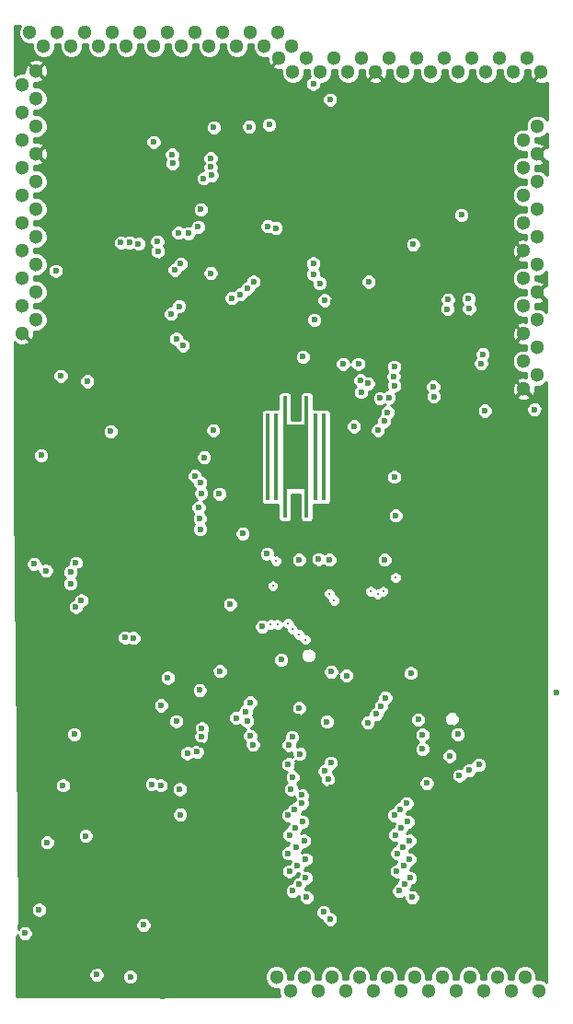
<source format=gbr>
G04 (created by PCBNEW (2013-04-04 BZR 4007)-stable) date Втр 09 Апр 2013 14:06:08*
%MOIN*%
G04 Gerber Fmt 3.4, Leading zero omitted, Abs format*
%FSLAX34Y34*%
G01*
G70*
G90*
G04 APERTURE LIST*
%ADD10C,0.006*%
%ADD11R,0.0859X0.2362*%
%ADD12R,0.016X0.2362*%
%ADD13C,0.0511811*%
%ADD14C,0.023622*%
%ADD15C,0.012*%
%ADD16C,0.01*%
G04 APERTURE END LIST*
G54D10*
G54D11*
X44685Y-35826D03*
G54D12*
X43662Y-36219D03*
X43977Y-36219D03*
X44292Y-36849D03*
X44292Y-36534D03*
X45078Y-36849D03*
X45078Y-36534D03*
X45708Y-36219D03*
X45393Y-36219D03*
X43662Y-35433D03*
X43977Y-35433D03*
X45708Y-35433D03*
X45393Y-35433D03*
X44292Y-34803D03*
X44292Y-35118D03*
X45078Y-34803D03*
X45078Y-35118D03*
G54D13*
X44076Y-21403D03*
X44576Y-21903D03*
X45076Y-21403D03*
X45576Y-21903D03*
X46076Y-21403D03*
X46576Y-21903D03*
X47076Y-21403D03*
X47576Y-21903D03*
X48076Y-21403D03*
X48576Y-21903D03*
X49076Y-21403D03*
X49576Y-21903D03*
X50076Y-21403D03*
X50576Y-21903D03*
X51076Y-21403D03*
X51576Y-21903D03*
X52076Y-21403D03*
X52576Y-21903D03*
X53076Y-21403D03*
X53576Y-21903D03*
X34769Y-31356D03*
X35269Y-30856D03*
X34769Y-30356D03*
X35269Y-29856D03*
X34769Y-29356D03*
X35269Y-28856D03*
X34769Y-28356D03*
X35269Y-27856D03*
X34769Y-27356D03*
X35269Y-26856D03*
X34769Y-26356D03*
X35269Y-25856D03*
X34769Y-25356D03*
X35269Y-24856D03*
X34769Y-24356D03*
X35269Y-23856D03*
X34769Y-23356D03*
X35269Y-22856D03*
X34769Y-22356D03*
X35269Y-21856D03*
X44545Y-20958D03*
X44045Y-20458D03*
X43545Y-20958D03*
X43045Y-20458D03*
X42545Y-20958D03*
X42045Y-20458D03*
X41545Y-20958D03*
X41045Y-20458D03*
X40545Y-20958D03*
X40045Y-20458D03*
X39545Y-20958D03*
X39045Y-20458D03*
X38545Y-20958D03*
X38045Y-20458D03*
X37545Y-20958D03*
X37045Y-20458D03*
X36545Y-20958D03*
X36045Y-20458D03*
X35545Y-20958D03*
X35045Y-20458D03*
X52938Y-33364D03*
X53438Y-32864D03*
X52938Y-32364D03*
X53438Y-31864D03*
X52938Y-31364D03*
X53438Y-30864D03*
X52938Y-30364D03*
X53438Y-29864D03*
X52938Y-29364D03*
X53438Y-28864D03*
X52938Y-28364D03*
X53438Y-27864D03*
X52938Y-27364D03*
X53438Y-26864D03*
X52938Y-26364D03*
X53438Y-25864D03*
X52938Y-25364D03*
X53438Y-24864D03*
X52938Y-24364D03*
X53438Y-23864D03*
X53482Y-55151D03*
X52982Y-54651D03*
X52482Y-55151D03*
X51982Y-54651D03*
X51482Y-55151D03*
X50982Y-54651D03*
X50482Y-55151D03*
X49982Y-54651D03*
X49482Y-55151D03*
X48982Y-54651D03*
X48482Y-55151D03*
X47982Y-54651D03*
X47482Y-55151D03*
X46982Y-54651D03*
X46482Y-55151D03*
X45982Y-54651D03*
X45482Y-55151D03*
X44982Y-54651D03*
X44482Y-55151D03*
X43982Y-54651D03*
G54D14*
X48011Y-34212D03*
X42755Y-38602D03*
X41909Y-37165D03*
X46948Y-32460D03*
X46397Y-32460D03*
X41259Y-37145D03*
X36653Y-45866D03*
X36712Y-39665D03*
X37066Y-49547D03*
G54D15*
X44400Y-41850D03*
X47400Y-40700D03*
X44550Y-42050D03*
X47650Y-40800D03*
X45039Y-42440D03*
X48300Y-40200D03*
X44800Y-42250D03*
X47850Y-40700D03*
G54D14*
X43464Y-41968D03*
X45511Y-39527D03*
G54D15*
X43775Y-41900D03*
X45900Y-40775D03*
X44025Y-41900D03*
X46075Y-41025D03*
G54D14*
X44409Y-50177D03*
X48366Y-50177D03*
X44507Y-47854D03*
X50964Y-47165D03*
X44429Y-46259D03*
X49271Y-46397D03*
X48464Y-48582D03*
X44645Y-48582D03*
X50551Y-45866D03*
X44409Y-46948D03*
X45039Y-51062D03*
X48818Y-51062D03*
X48248Y-48799D03*
X44409Y-48799D03*
X44744Y-50610D03*
X48582Y-50610D03*
X45039Y-50393D03*
X48799Y-50393D03*
X44566Y-47421D03*
X50610Y-47362D03*
X48346Y-50826D03*
X44448Y-50826D03*
X44901Y-48070D03*
X51318Y-46968D03*
X45078Y-51771D03*
X48897Y-51771D03*
X48700Y-48366D03*
X44901Y-48366D03*
X44803Y-51299D03*
X48622Y-51299D03*
X48562Y-49940D03*
X44685Y-49940D03*
X50334Y-45610D03*
X44822Y-46574D03*
X48799Y-49724D03*
X44980Y-49724D03*
X44665Y-49251D03*
X48503Y-49251D03*
X47775Y-44842D03*
X42874Y-45039D03*
X44547Y-45964D03*
X49271Y-45885D03*
X42913Y-45393D03*
X47598Y-45137D03*
X54133Y-44370D03*
X41259Y-45944D03*
X45807Y-45413D03*
X48740Y-49035D03*
X44921Y-49035D03*
X48425Y-51535D03*
X44566Y-51535D03*
X48287Y-49507D03*
X44448Y-49507D03*
X41240Y-26870D03*
X41358Y-35846D03*
X41161Y-37657D03*
X41220Y-38444D03*
X41200Y-38051D03*
X41692Y-34862D03*
X46791Y-34724D03*
X47657Y-34862D03*
X45551Y-29547D03*
X47322Y-29488D03*
X45354Y-30866D03*
X44940Y-32204D03*
X43661Y-27480D03*
X35669Y-49783D03*
X45275Y-44074D03*
X39881Y-41397D03*
X41062Y-41358D03*
X50236Y-44468D03*
X50688Y-26496D03*
X41003Y-44744D03*
X41633Y-43681D03*
X39232Y-47381D03*
X44625Y-43503D03*
X43720Y-43622D03*
X40452Y-47224D03*
X44842Y-46259D03*
X44724Y-47007D03*
X45950Y-47800D03*
X46377Y-43405D03*
X47854Y-45531D03*
X50275Y-47440D03*
X50177Y-42185D03*
X49133Y-47933D03*
X49429Y-33897D03*
X43582Y-22460D03*
X46023Y-30216D03*
X42421Y-24074D03*
X38897Y-26377D03*
X39862Y-55354D03*
X37480Y-55059D03*
X37421Y-53779D03*
X39665Y-49901D03*
X39114Y-51358D03*
X35944Y-50236D03*
X35748Y-49173D03*
X36850Y-39960D03*
X37027Y-45846D03*
X44763Y-45236D03*
X49271Y-44429D03*
X41496Y-48307D03*
X41259Y-46240D03*
X45905Y-44822D03*
X47440Y-43149D03*
X49192Y-44862D03*
X53326Y-34114D03*
X47736Y-33700D03*
X47893Y-34527D03*
X48051Y-33681D03*
X49645Y-25944D03*
X43720Y-23799D03*
X45925Y-22893D03*
X51397Y-32440D03*
X49685Y-33641D03*
X37972Y-34901D03*
X47047Y-33484D03*
X42303Y-41161D03*
X43641Y-39330D03*
X51535Y-34153D03*
X48248Y-33248D03*
X48937Y-28129D03*
X48248Y-32559D03*
X50688Y-27066D03*
X48228Y-32913D03*
X43031Y-45925D03*
X40039Y-43818D03*
X39803Y-44822D03*
X45098Y-42716D03*
X40748Y-46555D03*
X43129Y-46240D03*
X47293Y-45442D03*
X45728Y-47204D03*
X36161Y-32893D03*
X35629Y-39940D03*
X36515Y-40413D03*
X36712Y-41259D03*
X38484Y-42362D03*
X39468Y-47677D03*
X39822Y-47106D03*
X43051Y-33602D03*
X45314Y-32460D03*
X45492Y-32992D03*
X43405Y-33582D03*
X39547Y-43976D03*
X45688Y-52303D03*
X41220Y-36751D03*
X45925Y-52559D03*
X41023Y-36515D03*
X38346Y-28070D03*
X38661Y-28070D03*
X38976Y-28110D03*
X45314Y-22322D03*
X42362Y-30078D03*
X37125Y-33090D03*
X35984Y-29094D03*
X40157Y-30649D03*
X40354Y-31555D03*
X39665Y-28031D03*
X41633Y-25629D03*
X40433Y-27716D03*
X41594Y-25019D03*
X35452Y-35767D03*
X35196Y-39704D03*
X36515Y-40000D03*
X36909Y-41023D03*
X38799Y-42381D03*
X39783Y-47716D03*
X35374Y-52224D03*
X43956Y-27539D03*
X36240Y-47716D03*
X41712Y-23897D03*
X42992Y-23877D03*
X41594Y-25334D03*
X39527Y-24429D03*
G54D15*
X43850Y-40500D03*
X43975Y-39600D03*
G54D14*
X40511Y-28838D03*
X40216Y-25196D03*
X42933Y-29724D03*
X45314Y-29212D03*
X42677Y-29940D03*
X45728Y-30157D03*
X40196Y-24881D03*
X40295Y-29055D03*
X39685Y-28385D03*
X41338Y-25748D03*
X40787Y-27736D03*
X40452Y-30374D03*
X40590Y-31791D03*
X47303Y-33169D03*
X50177Y-30472D03*
X50964Y-30452D03*
X47027Y-33051D03*
X50196Y-30137D03*
X50944Y-30098D03*
X41200Y-44271D03*
X44153Y-43169D03*
X40492Y-48779D03*
X47933Y-44547D03*
X50255Y-46653D03*
X49429Y-47637D03*
X45850Y-47500D03*
X38681Y-54645D03*
X40472Y-47854D03*
X44803Y-44921D03*
X43031Y-44724D03*
X49114Y-45334D03*
X40354Y-45393D03*
X41100Y-46500D03*
X41279Y-45649D03*
X42519Y-45275D03*
X41929Y-43582D03*
X45964Y-43602D03*
X45950Y-46900D03*
X48850Y-43650D03*
X46515Y-43740D03*
X47900Y-39550D03*
X44800Y-39550D03*
X45900Y-39550D03*
X48300Y-37950D03*
X48250Y-36550D03*
X37463Y-54570D03*
X39163Y-52770D03*
X34862Y-53070D03*
X41141Y-27500D03*
X41594Y-29173D03*
X43149Y-29488D03*
X45314Y-28818D03*
X49665Y-33287D03*
X51456Y-32106D03*
G54D10*
G36*
X34788Y-27361D02*
X34775Y-27374D01*
X34769Y-27369D01*
X34764Y-27374D01*
X34751Y-27361D01*
X34756Y-27356D01*
X34751Y-27350D01*
X34764Y-27337D01*
X34769Y-27343D01*
X34775Y-27337D01*
X34788Y-27350D01*
X34782Y-27356D01*
X34788Y-27361D01*
X34788Y-27361D01*
G37*
G54D16*
X34788Y-27361D02*
X34775Y-27374D01*
X34769Y-27369D01*
X34764Y-27374D01*
X34751Y-27361D01*
X34756Y-27356D01*
X34751Y-27350D01*
X34764Y-27337D01*
X34769Y-27343D01*
X34775Y-27337D01*
X34788Y-27350D01*
X34782Y-27356D01*
X34788Y-27361D01*
G54D10*
G36*
X34788Y-29361D02*
X34775Y-29374D01*
X34769Y-29369D01*
X34764Y-29374D01*
X34751Y-29361D01*
X34756Y-29356D01*
X34751Y-29350D01*
X34764Y-29337D01*
X34769Y-29343D01*
X34775Y-29337D01*
X34788Y-29350D01*
X34782Y-29356D01*
X34788Y-29361D01*
X34788Y-29361D01*
G37*
G54D16*
X34788Y-29361D02*
X34775Y-29374D01*
X34769Y-29369D01*
X34764Y-29374D01*
X34751Y-29361D01*
X34756Y-29356D01*
X34751Y-29350D01*
X34764Y-29337D01*
X34769Y-29343D01*
X34775Y-29337D01*
X34788Y-29350D01*
X34782Y-29356D01*
X34788Y-29361D01*
G54D10*
G36*
X53500Y-55157D02*
X53487Y-55169D01*
X53482Y-55164D01*
X53476Y-55169D01*
X53463Y-55157D01*
X53469Y-55151D01*
X53463Y-55146D01*
X53476Y-55133D01*
X53482Y-55138D01*
X53487Y-55133D01*
X53500Y-55146D01*
X53495Y-55151D01*
X53500Y-55157D01*
X53500Y-55157D01*
G37*
G54D16*
X53500Y-55157D02*
X53487Y-55169D01*
X53482Y-55164D01*
X53476Y-55169D01*
X53463Y-55157D01*
X53469Y-55151D01*
X53463Y-55146D01*
X53476Y-55133D01*
X53482Y-55138D01*
X53487Y-55133D01*
X53500Y-55146D01*
X53495Y-55151D01*
X53500Y-55157D01*
G54D10*
G36*
X53778Y-29124D02*
X53778Y-29612D01*
X53721Y-29594D01*
X53451Y-29864D01*
X53721Y-30133D01*
X53777Y-30116D01*
X53776Y-30602D01*
X53679Y-30504D01*
X53523Y-30440D01*
X53362Y-30440D01*
X53363Y-30286D01*
X53515Y-30289D01*
X53672Y-30227D01*
X53685Y-30219D01*
X53708Y-30146D01*
X53438Y-29876D01*
X53433Y-29882D01*
X53420Y-29869D01*
X53426Y-29864D01*
X53420Y-29858D01*
X53433Y-29845D01*
X53438Y-29851D01*
X53708Y-29581D01*
X53685Y-29509D01*
X53531Y-29441D01*
X53362Y-29438D01*
X53363Y-29288D01*
X53522Y-29288D01*
X53678Y-29223D01*
X53778Y-29124D01*
X53778Y-29124D01*
G37*
G54D16*
X53778Y-29124D02*
X53778Y-29612D01*
X53721Y-29594D01*
X53451Y-29864D01*
X53721Y-30133D01*
X53777Y-30116D01*
X53776Y-30602D01*
X53679Y-30504D01*
X53523Y-30440D01*
X53362Y-30440D01*
X53363Y-30286D01*
X53515Y-30289D01*
X53672Y-30227D01*
X53685Y-30219D01*
X53708Y-30146D01*
X53438Y-29876D01*
X53433Y-29882D01*
X53420Y-29869D01*
X53426Y-29864D01*
X53420Y-29858D01*
X53433Y-29845D01*
X53438Y-29851D01*
X53708Y-29581D01*
X53685Y-29509D01*
X53531Y-29441D01*
X53362Y-29438D01*
X53363Y-29288D01*
X53522Y-29288D01*
X53678Y-29223D01*
X53778Y-29124D01*
G54D10*
G36*
X53784Y-24118D02*
X53783Y-24614D01*
X53721Y-24594D01*
X53451Y-24864D01*
X53721Y-25133D01*
X53782Y-25114D01*
X53782Y-25608D01*
X53679Y-25504D01*
X53523Y-25440D01*
X53362Y-25440D01*
X53363Y-25286D01*
X53515Y-25289D01*
X53672Y-25227D01*
X53685Y-25219D01*
X53708Y-25146D01*
X53438Y-24876D01*
X53433Y-24882D01*
X53420Y-24869D01*
X53426Y-24864D01*
X53420Y-24858D01*
X53433Y-24845D01*
X53438Y-24851D01*
X53708Y-24581D01*
X53685Y-24509D01*
X53531Y-24441D01*
X53362Y-24438D01*
X53363Y-24288D01*
X53522Y-24288D01*
X53678Y-24223D01*
X53784Y-24118D01*
X53784Y-24118D01*
G37*
G54D16*
X53784Y-24118D02*
X53783Y-24614D01*
X53721Y-24594D01*
X53451Y-24864D01*
X53721Y-25133D01*
X53782Y-25114D01*
X53782Y-25608D01*
X53679Y-25504D01*
X53523Y-25440D01*
X53362Y-25440D01*
X53363Y-25286D01*
X53515Y-25289D01*
X53672Y-25227D01*
X53685Y-25219D01*
X53708Y-25146D01*
X53438Y-24876D01*
X53433Y-24882D01*
X53420Y-24869D01*
X53426Y-24864D01*
X53420Y-24858D01*
X53433Y-24845D01*
X53438Y-24851D01*
X53708Y-24581D01*
X53685Y-24509D01*
X53531Y-24441D01*
X53362Y-24438D01*
X53363Y-24288D01*
X53522Y-24288D01*
X53678Y-24223D01*
X53784Y-24118D01*
G54D10*
G36*
X53786Y-22276D02*
X53784Y-23610D01*
X53679Y-23504D01*
X53523Y-23440D01*
X53355Y-23440D01*
X53199Y-23504D01*
X53079Y-23623D01*
X53015Y-23779D01*
X53014Y-23940D01*
X52855Y-23940D01*
X52699Y-24004D01*
X52579Y-24123D01*
X52515Y-24279D01*
X52514Y-24448D01*
X52579Y-24604D01*
X52698Y-24723D01*
X52854Y-24788D01*
X53016Y-24788D01*
X53013Y-24940D01*
X52855Y-24940D01*
X52699Y-25004D01*
X52579Y-25123D01*
X52515Y-25279D01*
X52514Y-25448D01*
X52579Y-25604D01*
X52698Y-25723D01*
X52854Y-25788D01*
X53015Y-25788D01*
X53014Y-25940D01*
X52855Y-25940D01*
X52699Y-26004D01*
X52579Y-26123D01*
X52515Y-26279D01*
X52514Y-26448D01*
X52579Y-26604D01*
X52698Y-26723D01*
X52854Y-26788D01*
X53015Y-26788D01*
X53014Y-26940D01*
X52855Y-26940D01*
X52699Y-27004D01*
X52579Y-27123D01*
X52515Y-27279D01*
X52514Y-27448D01*
X52579Y-27604D01*
X52698Y-27723D01*
X52854Y-27788D01*
X53015Y-27788D01*
X53014Y-27941D01*
X52862Y-27938D01*
X52705Y-28000D01*
X52692Y-28009D01*
X52669Y-28081D01*
X52938Y-28351D01*
X52944Y-28345D01*
X52957Y-28358D01*
X52951Y-28364D01*
X52957Y-28369D01*
X52944Y-28382D01*
X52938Y-28376D01*
X52926Y-28389D01*
X52926Y-28364D01*
X52656Y-28094D01*
X52583Y-28117D01*
X52516Y-28272D01*
X52513Y-28440D01*
X52575Y-28597D01*
X52583Y-28610D01*
X52656Y-28633D01*
X52926Y-28364D01*
X52926Y-28389D01*
X52669Y-28646D01*
X52692Y-28719D01*
X52846Y-28786D01*
X53015Y-28789D01*
X53014Y-28940D01*
X52855Y-28940D01*
X52699Y-29004D01*
X52579Y-29123D01*
X52515Y-29279D01*
X52514Y-29448D01*
X52579Y-29604D01*
X52698Y-29723D01*
X52854Y-29788D01*
X53016Y-29788D01*
X53013Y-29940D01*
X52855Y-29940D01*
X52699Y-30004D01*
X52579Y-30123D01*
X52515Y-30279D01*
X52514Y-30448D01*
X52579Y-30604D01*
X52698Y-30723D01*
X52854Y-30788D01*
X53015Y-30788D01*
X53014Y-30941D01*
X52862Y-30938D01*
X52705Y-31000D01*
X52692Y-31009D01*
X52669Y-31081D01*
X52938Y-31351D01*
X52944Y-31345D01*
X52957Y-31358D01*
X52951Y-31364D01*
X52957Y-31369D01*
X52944Y-31382D01*
X52938Y-31376D01*
X52926Y-31389D01*
X52926Y-31364D01*
X52656Y-31094D01*
X52583Y-31117D01*
X52516Y-31272D01*
X52513Y-31440D01*
X52575Y-31597D01*
X52583Y-31610D01*
X52656Y-31633D01*
X52926Y-31364D01*
X52926Y-31389D01*
X52669Y-31646D01*
X52692Y-31719D01*
X52846Y-31786D01*
X53015Y-31789D01*
X53014Y-31940D01*
X52855Y-31940D01*
X52699Y-32004D01*
X52579Y-32123D01*
X52515Y-32279D01*
X52514Y-32448D01*
X52579Y-32604D01*
X52698Y-32723D01*
X52854Y-32788D01*
X53015Y-32788D01*
X53014Y-32941D01*
X52862Y-32938D01*
X52705Y-33000D01*
X52692Y-33009D01*
X52669Y-33081D01*
X52938Y-33351D01*
X52944Y-33345D01*
X52957Y-33358D01*
X52951Y-33364D01*
X53221Y-33633D01*
X53293Y-33610D01*
X53361Y-33456D01*
X53364Y-33288D01*
X53522Y-33288D01*
X53678Y-33223D01*
X53774Y-33128D01*
X53750Y-54863D01*
X53729Y-54796D01*
X53613Y-54746D01*
X53613Y-34057D01*
X53569Y-33952D01*
X53489Y-33871D01*
X53383Y-33828D01*
X53270Y-33827D01*
X53208Y-33853D01*
X53208Y-33646D01*
X52938Y-33376D01*
X52926Y-33389D01*
X52926Y-33364D01*
X52656Y-33094D01*
X52583Y-33117D01*
X52516Y-33272D01*
X52513Y-33440D01*
X52575Y-33597D01*
X52583Y-33610D01*
X52656Y-33633D01*
X52926Y-33364D01*
X52926Y-33389D01*
X52669Y-33646D01*
X52692Y-33719D01*
X52846Y-33786D01*
X53015Y-33789D01*
X53172Y-33727D01*
X53185Y-33719D01*
X53208Y-33646D01*
X53208Y-33853D01*
X53164Y-33871D01*
X53084Y-33951D01*
X53040Y-34056D01*
X53040Y-34170D01*
X53083Y-34276D01*
X53164Y-34356D01*
X53269Y-34400D01*
X53383Y-34400D01*
X53488Y-34356D01*
X53569Y-34276D01*
X53612Y-34171D01*
X53613Y-34057D01*
X53613Y-54746D01*
X53574Y-54729D01*
X53406Y-54726D01*
X53406Y-54567D01*
X53341Y-54411D01*
X53222Y-54292D01*
X53066Y-54227D01*
X52898Y-54227D01*
X52742Y-54291D01*
X52623Y-54411D01*
X52558Y-54566D01*
X52558Y-54727D01*
X52406Y-54727D01*
X52406Y-54567D01*
X52341Y-54411D01*
X52222Y-54292D01*
X52066Y-54227D01*
X51898Y-54227D01*
X51821Y-54259D01*
X51821Y-34096D01*
X51778Y-33991D01*
X51742Y-33956D01*
X51742Y-32049D01*
X51699Y-31944D01*
X51619Y-31863D01*
X51513Y-31820D01*
X51400Y-31820D01*
X51294Y-31863D01*
X51250Y-31907D01*
X51250Y-30396D01*
X51207Y-30290D01*
X51182Y-30265D01*
X51187Y-30260D01*
X51231Y-30155D01*
X51231Y-30041D01*
X51187Y-29936D01*
X51107Y-29855D01*
X51002Y-29812D01*
X50975Y-29812D01*
X50975Y-27010D01*
X50931Y-26905D01*
X50851Y-26824D01*
X50746Y-26780D01*
X50632Y-26780D01*
X50527Y-26824D01*
X50446Y-26904D01*
X50402Y-27009D01*
X50402Y-27123D01*
X50446Y-27228D01*
X50526Y-27309D01*
X50631Y-27353D01*
X50745Y-27353D01*
X50850Y-27309D01*
X50931Y-27229D01*
X50975Y-27124D01*
X50975Y-27010D01*
X50975Y-29812D01*
X50888Y-29812D01*
X50782Y-29855D01*
X50702Y-29936D01*
X50658Y-30041D01*
X50658Y-30155D01*
X50702Y-30260D01*
X50727Y-30285D01*
X50722Y-30290D01*
X50678Y-30395D01*
X50678Y-30509D01*
X50721Y-30614D01*
X50802Y-30695D01*
X50907Y-30738D01*
X51021Y-30739D01*
X51126Y-30695D01*
X51207Y-30615D01*
X51250Y-30509D01*
X51250Y-30396D01*
X51250Y-31907D01*
X51214Y-31943D01*
X51170Y-32049D01*
X51170Y-32162D01*
X51199Y-32234D01*
X51155Y-32278D01*
X51111Y-32383D01*
X51111Y-32497D01*
X51154Y-32602D01*
X51235Y-32683D01*
X51340Y-32727D01*
X51454Y-32727D01*
X51559Y-32683D01*
X51640Y-32603D01*
X51683Y-32498D01*
X51683Y-32384D01*
X51654Y-32313D01*
X51699Y-32268D01*
X51742Y-32163D01*
X51742Y-32049D01*
X51742Y-33956D01*
X51697Y-33911D01*
X51592Y-33867D01*
X51478Y-33867D01*
X51373Y-33910D01*
X51292Y-33991D01*
X51249Y-34096D01*
X51249Y-34210D01*
X51292Y-34315D01*
X51373Y-34396D01*
X51478Y-34439D01*
X51592Y-34439D01*
X51697Y-34396D01*
X51777Y-34315D01*
X51821Y-34210D01*
X51821Y-34096D01*
X51821Y-54259D01*
X51742Y-54291D01*
X51623Y-54411D01*
X51605Y-54454D01*
X51605Y-46911D01*
X51561Y-46806D01*
X51481Y-46725D01*
X51376Y-46682D01*
X51262Y-46682D01*
X51156Y-46725D01*
X51076Y-46806D01*
X51042Y-46887D01*
X51021Y-46879D01*
X50907Y-46879D01*
X50837Y-46908D01*
X50837Y-45809D01*
X50793Y-45704D01*
X50713Y-45623D01*
X50620Y-45585D01*
X50620Y-45258D01*
X50577Y-45153D01*
X50496Y-45072D01*
X50483Y-45066D01*
X50483Y-30081D01*
X50439Y-29975D01*
X50359Y-29895D01*
X50254Y-29851D01*
X50140Y-29851D01*
X50034Y-29895D01*
X49954Y-29975D01*
X49910Y-30080D01*
X49910Y-30194D01*
X49951Y-30293D01*
X49934Y-30310D01*
X49890Y-30415D01*
X49890Y-30529D01*
X49934Y-30634D01*
X50014Y-30714D01*
X50119Y-30758D01*
X50233Y-30758D01*
X50339Y-30715D01*
X50419Y-30634D01*
X50463Y-30529D01*
X50463Y-30415D01*
X50422Y-30316D01*
X50439Y-30300D01*
X50483Y-30194D01*
X50483Y-30081D01*
X50483Y-45066D01*
X50391Y-45028D01*
X50277Y-45028D01*
X50172Y-45072D01*
X50092Y-45152D01*
X50048Y-45257D01*
X50048Y-45371D01*
X50091Y-45476D01*
X50172Y-45557D01*
X50277Y-45601D01*
X50391Y-45601D01*
X50496Y-45557D01*
X50577Y-45477D01*
X50620Y-45372D01*
X50620Y-45258D01*
X50620Y-45585D01*
X50608Y-45579D01*
X50494Y-45579D01*
X50389Y-45623D01*
X50308Y-45703D01*
X50265Y-45808D01*
X50264Y-45922D01*
X50308Y-46028D01*
X50388Y-46108D01*
X50493Y-46152D01*
X50607Y-46152D01*
X50713Y-46108D01*
X50793Y-46028D01*
X50837Y-45923D01*
X50837Y-45809D01*
X50837Y-46908D01*
X50802Y-46922D01*
X50722Y-47003D01*
X50688Y-47084D01*
X50667Y-47076D01*
X50553Y-47075D01*
X50542Y-47080D01*
X50542Y-46596D01*
X50498Y-46491D01*
X50418Y-46411D01*
X50313Y-46367D01*
X50199Y-46367D01*
X50093Y-46410D01*
X50013Y-46491D01*
X49971Y-46592D01*
X49971Y-33585D01*
X49927Y-33479D01*
X49902Y-33454D01*
X49907Y-33449D01*
X49951Y-33344D01*
X49951Y-33230D01*
X49908Y-33125D01*
X49827Y-33044D01*
X49722Y-33001D01*
X49608Y-33001D01*
X49503Y-33044D01*
X49422Y-33125D01*
X49379Y-33230D01*
X49379Y-33344D01*
X49422Y-33449D01*
X49447Y-33474D01*
X49442Y-33479D01*
X49398Y-33584D01*
X49398Y-33698D01*
X49442Y-33803D01*
X49522Y-33884D01*
X49627Y-33927D01*
X49741Y-33928D01*
X49846Y-33884D01*
X49927Y-33804D01*
X49971Y-33698D01*
X49971Y-33585D01*
X49971Y-46592D01*
X49969Y-46596D01*
X49969Y-46710D01*
X50013Y-46815D01*
X50093Y-46896D01*
X50198Y-46939D01*
X50312Y-46939D01*
X50417Y-46896D01*
X50498Y-46815D01*
X50542Y-46710D01*
X50542Y-46596D01*
X50542Y-47080D01*
X50448Y-47119D01*
X50367Y-47199D01*
X50324Y-47305D01*
X50323Y-47418D01*
X50367Y-47524D01*
X50447Y-47604D01*
X50553Y-47648D01*
X50666Y-47648D01*
X50772Y-47604D01*
X50852Y-47524D01*
X50886Y-47442D01*
X50907Y-47451D01*
X51021Y-47451D01*
X51126Y-47408D01*
X51207Y-47327D01*
X51240Y-47246D01*
X51261Y-47254D01*
X51375Y-47254D01*
X51480Y-47211D01*
X51561Y-47130D01*
X51605Y-47025D01*
X51605Y-46911D01*
X51605Y-54454D01*
X51558Y-54566D01*
X51558Y-54727D01*
X51406Y-54727D01*
X51406Y-54567D01*
X51341Y-54411D01*
X51222Y-54292D01*
X51066Y-54227D01*
X50898Y-54227D01*
X50742Y-54291D01*
X50623Y-54411D01*
X50558Y-54566D01*
X50558Y-54727D01*
X50406Y-54727D01*
X50406Y-54567D01*
X50341Y-54411D01*
X50222Y-54292D01*
X50066Y-54227D01*
X49898Y-54227D01*
X49742Y-54291D01*
X49715Y-54318D01*
X49715Y-47581D01*
X49671Y-47475D01*
X49591Y-47395D01*
X49557Y-47381D01*
X49557Y-46340D01*
X49514Y-46235D01*
X49433Y-46155D01*
X49401Y-46141D01*
X49433Y-46128D01*
X49514Y-46048D01*
X49557Y-45943D01*
X49557Y-45829D01*
X49514Y-45723D01*
X49433Y-45643D01*
X49328Y-45599D01*
X49222Y-45599D01*
X49276Y-45577D01*
X49356Y-45496D01*
X49400Y-45391D01*
X49400Y-45277D01*
X49356Y-45172D01*
X49276Y-45092D01*
X49223Y-45070D01*
X49223Y-28073D01*
X49179Y-27968D01*
X49099Y-27887D01*
X48994Y-27843D01*
X48880Y-27843D01*
X48775Y-27887D01*
X48694Y-27967D01*
X48650Y-28072D01*
X48650Y-28186D01*
X48694Y-28291D01*
X48774Y-28372D01*
X48879Y-28416D01*
X48993Y-28416D01*
X49098Y-28372D01*
X49179Y-28292D01*
X49223Y-28187D01*
X49223Y-28073D01*
X49223Y-45070D01*
X49171Y-45048D01*
X49136Y-45048D01*
X49136Y-43593D01*
X49092Y-43488D01*
X49012Y-43407D01*
X48907Y-43363D01*
X48793Y-43363D01*
X48688Y-43407D01*
X48607Y-43487D01*
X48586Y-43538D01*
X48586Y-37893D01*
X48542Y-37788D01*
X48536Y-37781D01*
X48536Y-36493D01*
X48534Y-36488D01*
X48534Y-33191D01*
X48490Y-33086D01*
X48473Y-33068D01*
X48514Y-32970D01*
X48514Y-32856D01*
X48471Y-32751D01*
X48465Y-32746D01*
X48490Y-32721D01*
X48534Y-32616D01*
X48534Y-32502D01*
X48490Y-32397D01*
X48410Y-32316D01*
X48305Y-32272D01*
X48191Y-32272D01*
X48086Y-32316D01*
X48005Y-32396D01*
X47961Y-32501D01*
X47961Y-32615D01*
X48005Y-32720D01*
X48010Y-32726D01*
X47985Y-32751D01*
X47942Y-32856D01*
X47942Y-32970D01*
X47985Y-33075D01*
X48002Y-33092D01*
X47961Y-33190D01*
X47961Y-33304D01*
X47998Y-33394D01*
X47994Y-33394D01*
X47889Y-33438D01*
X47877Y-33449D01*
X47846Y-33436D01*
X47846Y-22185D01*
X47576Y-21916D01*
X47307Y-22185D01*
X47330Y-22258D01*
X47484Y-22325D01*
X47653Y-22329D01*
X47810Y-22267D01*
X47823Y-22258D01*
X47846Y-22185D01*
X47846Y-33436D01*
X47793Y-33414D01*
X47679Y-33414D01*
X47609Y-33443D01*
X47609Y-29431D01*
X47565Y-29326D01*
X47485Y-29245D01*
X47380Y-29202D01*
X47266Y-29201D01*
X47160Y-29245D01*
X47080Y-29325D01*
X47036Y-29431D01*
X47036Y-29544D01*
X47080Y-29650D01*
X47160Y-29730D01*
X47265Y-29774D01*
X47379Y-29774D01*
X47484Y-29730D01*
X47565Y-29650D01*
X47609Y-29545D01*
X47609Y-29431D01*
X47609Y-33443D01*
X47589Y-33451D01*
X47589Y-33112D01*
X47545Y-33007D01*
X47465Y-32926D01*
X47360Y-32883D01*
X47264Y-32883D01*
X47235Y-32853D01*
X47235Y-32403D01*
X47191Y-32298D01*
X47111Y-32218D01*
X47006Y-32174D01*
X46892Y-32174D01*
X46786Y-32217D01*
X46706Y-32298D01*
X46673Y-32378D01*
X46640Y-32298D01*
X46559Y-32218D01*
X46454Y-32174D01*
X46340Y-32174D01*
X46235Y-32217D01*
X46211Y-32242D01*
X46211Y-22837D01*
X46167Y-22731D01*
X46087Y-22651D01*
X45982Y-22607D01*
X45868Y-22607D01*
X45763Y-22650D01*
X45682Y-22731D01*
X45639Y-22836D01*
X45638Y-22950D01*
X45682Y-23055D01*
X45762Y-23136D01*
X45868Y-23179D01*
X45981Y-23179D01*
X46087Y-23136D01*
X46167Y-23056D01*
X46211Y-22950D01*
X46211Y-22837D01*
X46211Y-32242D01*
X46155Y-32298D01*
X46111Y-32403D01*
X46111Y-32517D01*
X46154Y-32622D01*
X46235Y-32703D01*
X46340Y-32746D01*
X46454Y-32746D01*
X46559Y-32703D01*
X46640Y-32622D01*
X46673Y-32543D01*
X46706Y-32622D01*
X46786Y-32703D01*
X46891Y-32746D01*
X47005Y-32746D01*
X47110Y-32703D01*
X47191Y-32622D01*
X47234Y-32517D01*
X47235Y-32403D01*
X47235Y-32853D01*
X47189Y-32808D01*
X47084Y-32765D01*
X46970Y-32764D01*
X46865Y-32808D01*
X46785Y-32888D01*
X46741Y-32993D01*
X46741Y-33107D01*
X46784Y-33213D01*
X46849Y-33277D01*
X46804Y-33321D01*
X46761Y-33427D01*
X46760Y-33540D01*
X46804Y-33646D01*
X46884Y-33726D01*
X46990Y-33770D01*
X47103Y-33770D01*
X47209Y-33727D01*
X47289Y-33646D01*
X47333Y-33541D01*
X47333Y-33455D01*
X47359Y-33455D01*
X47465Y-33412D01*
X47545Y-33331D01*
X47589Y-33226D01*
X47589Y-33112D01*
X47589Y-33451D01*
X47574Y-33458D01*
X47493Y-33538D01*
X47450Y-33643D01*
X47449Y-33757D01*
X47493Y-33862D01*
X47573Y-33943D01*
X47679Y-33986D01*
X47792Y-33987D01*
X47898Y-33943D01*
X47909Y-33932D01*
X47925Y-33938D01*
X47849Y-33969D01*
X47769Y-34050D01*
X47725Y-34155D01*
X47725Y-34269D01*
X47731Y-34284D01*
X47731Y-34284D01*
X47651Y-34365D01*
X47607Y-34470D01*
X47607Y-34575D01*
X47600Y-34575D01*
X47495Y-34619D01*
X47414Y-34699D01*
X47371Y-34805D01*
X47371Y-34918D01*
X47414Y-35024D01*
X47495Y-35104D01*
X47600Y-35148D01*
X47714Y-35148D01*
X47819Y-35104D01*
X47899Y-35024D01*
X47943Y-34919D01*
X47943Y-34813D01*
X47950Y-34813D01*
X48055Y-34770D01*
X48136Y-34689D01*
X48179Y-34584D01*
X48179Y-34470D01*
X48173Y-34455D01*
X48173Y-34455D01*
X48254Y-34374D01*
X48297Y-34269D01*
X48298Y-34155D01*
X48254Y-34050D01*
X48174Y-33970D01*
X48137Y-33955D01*
X48213Y-33923D01*
X48293Y-33843D01*
X48337Y-33738D01*
X48337Y-33624D01*
X48300Y-33534D01*
X48304Y-33534D01*
X48409Y-33490D01*
X48490Y-33410D01*
X48534Y-33305D01*
X48534Y-33191D01*
X48534Y-36488D01*
X48492Y-36388D01*
X48412Y-36307D01*
X48307Y-36263D01*
X48193Y-36263D01*
X48088Y-36307D01*
X48007Y-36387D01*
X47963Y-36492D01*
X47963Y-36606D01*
X48007Y-36711D01*
X48087Y-36792D01*
X48192Y-36836D01*
X48306Y-36836D01*
X48411Y-36792D01*
X48492Y-36712D01*
X48536Y-36607D01*
X48536Y-36493D01*
X48536Y-37781D01*
X48462Y-37707D01*
X48357Y-37663D01*
X48243Y-37663D01*
X48138Y-37707D01*
X48057Y-37787D01*
X48013Y-37892D01*
X48013Y-38006D01*
X48057Y-38111D01*
X48137Y-38192D01*
X48242Y-38236D01*
X48356Y-38236D01*
X48461Y-38192D01*
X48542Y-38112D01*
X48586Y-38007D01*
X48586Y-37893D01*
X48586Y-43538D01*
X48563Y-43592D01*
X48563Y-43706D01*
X48607Y-43811D01*
X48687Y-43892D01*
X48792Y-43936D01*
X48906Y-43936D01*
X49011Y-43892D01*
X49092Y-43812D01*
X49136Y-43707D01*
X49136Y-43593D01*
X49136Y-45048D01*
X49057Y-45048D01*
X48952Y-45091D01*
X48871Y-45172D01*
X48828Y-45277D01*
X48827Y-45391D01*
X48871Y-45496D01*
X48951Y-45577D01*
X49056Y-45620D01*
X49163Y-45620D01*
X49109Y-45643D01*
X49029Y-45723D01*
X48985Y-45828D01*
X48985Y-45942D01*
X49028Y-46047D01*
X49109Y-46128D01*
X49141Y-46141D01*
X49109Y-46154D01*
X49029Y-46235D01*
X48985Y-46340D01*
X48985Y-46454D01*
X49028Y-46559D01*
X49109Y-46640D01*
X49214Y-46683D01*
X49328Y-46683D01*
X49433Y-46640D01*
X49514Y-46559D01*
X49557Y-46454D01*
X49557Y-46340D01*
X49557Y-47381D01*
X49486Y-47351D01*
X49372Y-47351D01*
X49267Y-47395D01*
X49186Y-47475D01*
X49142Y-47580D01*
X49142Y-47694D01*
X49186Y-47799D01*
X49266Y-47880D01*
X49371Y-47923D01*
X49485Y-47924D01*
X49591Y-47880D01*
X49671Y-47800D01*
X49715Y-47694D01*
X49715Y-47581D01*
X49715Y-54318D01*
X49623Y-54411D01*
X49558Y-54566D01*
X49558Y-54727D01*
X49406Y-54727D01*
X49406Y-54567D01*
X49341Y-54411D01*
X49222Y-54292D01*
X49183Y-54276D01*
X49183Y-51714D01*
X49140Y-51609D01*
X49059Y-51529D01*
X48954Y-51485D01*
X48840Y-51485D01*
X48840Y-51485D01*
X48864Y-51461D01*
X48908Y-51356D01*
X48908Y-51335D01*
X48980Y-51305D01*
X49061Y-51225D01*
X49105Y-51120D01*
X49105Y-51006D01*
X49061Y-50901D01*
X48981Y-50820D01*
X48876Y-50776D01*
X48820Y-50776D01*
X48825Y-50772D01*
X48865Y-50676D01*
X48961Y-50636D01*
X49041Y-50556D01*
X49085Y-50450D01*
X49085Y-50337D01*
X49041Y-50231D01*
X48961Y-50151D01*
X48856Y-50107D01*
X48801Y-50107D01*
X48805Y-50103D01*
X48843Y-50010D01*
X48855Y-50010D01*
X48961Y-49967D01*
X49041Y-49886D01*
X49085Y-49781D01*
X49085Y-49667D01*
X49041Y-49562D01*
X48961Y-49481D01*
X48856Y-49438D01*
X48742Y-49438D01*
X48708Y-49452D01*
X48746Y-49414D01*
X48784Y-49321D01*
X48796Y-49321D01*
X48902Y-49278D01*
X48982Y-49197D01*
X49026Y-49092D01*
X49026Y-48978D01*
X48982Y-48873D01*
X48902Y-48792D01*
X48797Y-48749D01*
X48702Y-48749D01*
X48707Y-48745D01*
X48745Y-48652D01*
X48757Y-48652D01*
X48862Y-48608D01*
X48943Y-48528D01*
X48986Y-48423D01*
X48987Y-48309D01*
X48943Y-48204D01*
X48863Y-48123D01*
X48757Y-48079D01*
X48644Y-48079D01*
X48538Y-48123D01*
X48528Y-48134D01*
X48528Y-40154D01*
X48493Y-40070D01*
X48429Y-40006D01*
X48345Y-39971D01*
X48254Y-39971D01*
X48186Y-40000D01*
X48186Y-39493D01*
X48142Y-39388D01*
X48062Y-39307D01*
X47957Y-39263D01*
X47843Y-39263D01*
X47738Y-39307D01*
X47657Y-39387D01*
X47613Y-39492D01*
X47613Y-39606D01*
X47657Y-39711D01*
X47737Y-39792D01*
X47842Y-39836D01*
X47956Y-39836D01*
X48061Y-39792D01*
X48142Y-39712D01*
X48186Y-39607D01*
X48186Y-39493D01*
X48186Y-40000D01*
X48170Y-40006D01*
X48106Y-40070D01*
X48071Y-40154D01*
X48071Y-40245D01*
X48106Y-40329D01*
X48170Y-40393D01*
X48254Y-40428D01*
X48345Y-40428D01*
X48429Y-40393D01*
X48493Y-40329D01*
X48528Y-40245D01*
X48528Y-40154D01*
X48528Y-48134D01*
X48458Y-48203D01*
X48419Y-48296D01*
X48407Y-48296D01*
X48302Y-48339D01*
X48222Y-48420D01*
X48219Y-48426D01*
X48219Y-44490D01*
X48175Y-44385D01*
X48095Y-44304D01*
X48078Y-44297D01*
X48078Y-40654D01*
X48043Y-40570D01*
X47979Y-40506D01*
X47895Y-40471D01*
X47804Y-40471D01*
X47720Y-40506D01*
X47656Y-40570D01*
X47656Y-40571D01*
X47604Y-40571D01*
X47595Y-40575D01*
X47593Y-40570D01*
X47529Y-40506D01*
X47445Y-40471D01*
X47354Y-40471D01*
X47270Y-40506D01*
X47206Y-40570D01*
X47171Y-40654D01*
X47171Y-40745D01*
X47206Y-40829D01*
X47270Y-40893D01*
X47354Y-40928D01*
X47445Y-40928D01*
X47454Y-40924D01*
X47456Y-40929D01*
X47520Y-40993D01*
X47604Y-41028D01*
X47695Y-41028D01*
X47779Y-40993D01*
X47843Y-40929D01*
X47843Y-40928D01*
X47895Y-40928D01*
X47979Y-40893D01*
X48043Y-40829D01*
X48078Y-40745D01*
X48078Y-40654D01*
X48078Y-44297D01*
X47990Y-44261D01*
X47876Y-44260D01*
X47771Y-44304D01*
X47690Y-44384D01*
X47646Y-44490D01*
X47646Y-44586D01*
X47613Y-44599D01*
X47533Y-44680D01*
X47489Y-44785D01*
X47489Y-44873D01*
X47436Y-44895D01*
X47355Y-44975D01*
X47312Y-45080D01*
X47312Y-45156D01*
X47236Y-45156D01*
X47131Y-45200D01*
X47077Y-45253D01*
X47077Y-34667D01*
X47034Y-34562D01*
X46953Y-34481D01*
X46848Y-34438D01*
X46734Y-34438D01*
X46629Y-34481D01*
X46548Y-34562D01*
X46505Y-34667D01*
X46505Y-34781D01*
X46548Y-34886D01*
X46628Y-34966D01*
X46734Y-35010D01*
X46848Y-35010D01*
X46953Y-34967D01*
X47033Y-34886D01*
X47077Y-34781D01*
X47077Y-34667D01*
X47077Y-45253D01*
X47050Y-45280D01*
X47007Y-45385D01*
X47007Y-45499D01*
X47050Y-45604D01*
X47130Y-45685D01*
X47236Y-45729D01*
X47349Y-45729D01*
X47455Y-45685D01*
X47535Y-45605D01*
X47579Y-45500D01*
X47579Y-45423D01*
X47655Y-45424D01*
X47760Y-45380D01*
X47840Y-45300D01*
X47884Y-45194D01*
X47884Y-45107D01*
X47937Y-45085D01*
X48018Y-45004D01*
X48061Y-44899D01*
X48061Y-44803D01*
X48094Y-44790D01*
X48175Y-44709D01*
X48219Y-44604D01*
X48219Y-44490D01*
X48219Y-48426D01*
X48182Y-48516D01*
X48086Y-48556D01*
X48005Y-48636D01*
X47961Y-48742D01*
X47961Y-48855D01*
X48005Y-48961D01*
X48085Y-49041D01*
X48190Y-49085D01*
X48265Y-49085D01*
X48261Y-49089D01*
X48217Y-49194D01*
X48217Y-49226D01*
X48125Y-49265D01*
X48044Y-49345D01*
X48001Y-49450D01*
X48001Y-49564D01*
X48044Y-49669D01*
X48125Y-49750D01*
X48230Y-49794D01*
X48314Y-49794D01*
X48276Y-49883D01*
X48276Y-49904D01*
X48204Y-49934D01*
X48123Y-50014D01*
X48079Y-50119D01*
X48079Y-50233D01*
X48123Y-50339D01*
X48203Y-50419D01*
X48308Y-50463D01*
X48333Y-50463D01*
X48301Y-50540D01*
X48289Y-50540D01*
X48184Y-50583D01*
X48103Y-50664D01*
X48060Y-50769D01*
X48060Y-50883D01*
X48103Y-50988D01*
X48184Y-51069D01*
X48289Y-51112D01*
X48403Y-51113D01*
X48403Y-51112D01*
X48379Y-51136D01*
X48335Y-51242D01*
X48335Y-51262D01*
X48263Y-51292D01*
X48182Y-51373D01*
X48139Y-51478D01*
X48138Y-51592D01*
X48182Y-51697D01*
X48262Y-51777D01*
X48368Y-51821D01*
X48481Y-51821D01*
X48587Y-51778D01*
X48611Y-51753D01*
X48611Y-51828D01*
X48654Y-51933D01*
X48735Y-52014D01*
X48840Y-52057D01*
X48954Y-52057D01*
X49059Y-52014D01*
X49140Y-51933D01*
X49183Y-51828D01*
X49183Y-51714D01*
X49183Y-54276D01*
X49066Y-54227D01*
X48898Y-54227D01*
X48742Y-54291D01*
X48623Y-54411D01*
X48558Y-54566D01*
X48558Y-54727D01*
X48406Y-54727D01*
X48406Y-54567D01*
X48341Y-54411D01*
X48222Y-54292D01*
X48066Y-54227D01*
X47898Y-54227D01*
X47742Y-54291D01*
X47623Y-54411D01*
X47558Y-54566D01*
X47558Y-54727D01*
X47406Y-54727D01*
X47406Y-54567D01*
X47341Y-54411D01*
X47222Y-54292D01*
X47066Y-54227D01*
X46898Y-54227D01*
X46802Y-54267D01*
X46802Y-43683D01*
X46758Y-43578D01*
X46678Y-43497D01*
X46572Y-43453D01*
X46459Y-43453D01*
X46353Y-43497D01*
X46303Y-43547D01*
X46303Y-40979D01*
X46268Y-40895D01*
X46204Y-40831D01*
X46186Y-40824D01*
X46186Y-39493D01*
X46142Y-39388D01*
X46062Y-39307D01*
X46014Y-39287D01*
X46014Y-30100D01*
X45971Y-29995D01*
X45890Y-29914D01*
X45837Y-29892D01*
X45837Y-29490D01*
X45793Y-29385D01*
X45713Y-29304D01*
X45608Y-29261D01*
X45601Y-29261D01*
X45601Y-29155D01*
X45557Y-29050D01*
X45522Y-29015D01*
X45557Y-28981D01*
X45601Y-28876D01*
X45601Y-28762D01*
X45557Y-28656D01*
X45477Y-28576D01*
X45372Y-28532D01*
X45258Y-28532D01*
X45153Y-28576D01*
X45072Y-28656D01*
X45028Y-28761D01*
X45028Y-28875D01*
X45072Y-28980D01*
X45107Y-29015D01*
X45072Y-29050D01*
X45028Y-29155D01*
X45028Y-29269D01*
X45072Y-29374D01*
X45152Y-29455D01*
X45257Y-29498D01*
X45265Y-29498D01*
X45264Y-29603D01*
X45308Y-29709D01*
X45388Y-29789D01*
X45493Y-29833D01*
X45607Y-29833D01*
X45713Y-29790D01*
X45793Y-29709D01*
X45837Y-29604D01*
X45837Y-29490D01*
X45837Y-29892D01*
X45785Y-29871D01*
X45671Y-29871D01*
X45566Y-29914D01*
X45485Y-29995D01*
X45442Y-30100D01*
X45442Y-30214D01*
X45485Y-30319D01*
X45566Y-30399D01*
X45671Y-30443D01*
X45785Y-30443D01*
X45890Y-30400D01*
X45970Y-30319D01*
X46014Y-30214D01*
X46014Y-30100D01*
X46014Y-39287D01*
X45957Y-39263D01*
X45956Y-39263D01*
X45956Y-37367D01*
X45956Y-36581D01*
X45956Y-35005D01*
X45956Y-34219D01*
X45930Y-34157D01*
X45883Y-34110D01*
X45821Y-34084D01*
X45754Y-34084D01*
X45640Y-34084D01*
X45640Y-30809D01*
X45597Y-30704D01*
X45516Y-30623D01*
X45411Y-30579D01*
X45297Y-30579D01*
X45192Y-30623D01*
X45111Y-30703D01*
X45068Y-30808D01*
X45068Y-30922D01*
X45111Y-31028D01*
X45191Y-31108D01*
X45297Y-31152D01*
X45411Y-31152D01*
X45516Y-31108D01*
X45596Y-31028D01*
X45640Y-30923D01*
X45640Y-30809D01*
X45640Y-34084D01*
X45594Y-34084D01*
X45550Y-34102D01*
X45506Y-34084D01*
X45439Y-34084D01*
X45326Y-34084D01*
X45326Y-33904D01*
X45326Y-33589D01*
X45300Y-33527D01*
X45253Y-33480D01*
X45227Y-33469D01*
X45227Y-32148D01*
X45183Y-32042D01*
X45103Y-31962D01*
X44998Y-31918D01*
X44884Y-31918D01*
X44779Y-31961D01*
X44698Y-32042D01*
X44654Y-32147D01*
X44654Y-32261D01*
X44698Y-32366D01*
X44778Y-32447D01*
X44883Y-32490D01*
X44997Y-32490D01*
X45102Y-32447D01*
X45183Y-32367D01*
X45227Y-32261D01*
X45227Y-32148D01*
X45227Y-33469D01*
X45191Y-33454D01*
X45124Y-33454D01*
X44964Y-33454D01*
X44902Y-33480D01*
X44855Y-33527D01*
X44829Y-33589D01*
X44829Y-33656D01*
X44829Y-33971D01*
X44829Y-34477D01*
X44540Y-34477D01*
X44540Y-33904D01*
X44540Y-33589D01*
X44514Y-33527D01*
X44467Y-33480D01*
X44405Y-33454D01*
X44338Y-33454D01*
X44242Y-33454D01*
X44242Y-27482D01*
X44199Y-27377D01*
X44119Y-27296D01*
X44013Y-27253D01*
X44006Y-27253D01*
X44006Y-23742D01*
X43963Y-23637D01*
X43882Y-23556D01*
X43777Y-23513D01*
X43663Y-23512D01*
X43558Y-23556D01*
X43477Y-23636D01*
X43434Y-23742D01*
X43434Y-23855D01*
X43477Y-23961D01*
X43558Y-24041D01*
X43663Y-24085D01*
X43777Y-24085D01*
X43882Y-24041D01*
X43962Y-23961D01*
X44006Y-23856D01*
X44006Y-23742D01*
X44006Y-27253D01*
X43900Y-27253D01*
X43856Y-27270D01*
X43823Y-27237D01*
X43718Y-27194D01*
X43604Y-27194D01*
X43499Y-27237D01*
X43418Y-27317D01*
X43375Y-27423D01*
X43375Y-27536D01*
X43418Y-27642D01*
X43499Y-27722D01*
X43604Y-27766D01*
X43718Y-27766D01*
X43761Y-27748D01*
X43794Y-27781D01*
X43899Y-27825D01*
X44013Y-27825D01*
X44118Y-27782D01*
X44199Y-27701D01*
X44242Y-27596D01*
X44242Y-27482D01*
X44242Y-33454D01*
X44178Y-33454D01*
X44116Y-33480D01*
X44069Y-33527D01*
X44043Y-33589D01*
X44043Y-33656D01*
X44043Y-33971D01*
X44043Y-34084D01*
X44023Y-34084D01*
X43863Y-34084D01*
X43819Y-34102D01*
X43775Y-34084D01*
X43708Y-34084D01*
X43548Y-34084D01*
X43486Y-34110D01*
X43439Y-34157D01*
X43435Y-34166D01*
X43435Y-29431D01*
X43392Y-29326D01*
X43311Y-29245D01*
X43278Y-29231D01*
X43278Y-23821D01*
X43234Y-23716D01*
X43154Y-23635D01*
X43049Y-23591D01*
X42935Y-23591D01*
X42830Y-23635D01*
X42749Y-23715D01*
X42705Y-23820D01*
X42705Y-23934D01*
X42749Y-24039D01*
X42829Y-24120D01*
X42934Y-24164D01*
X43048Y-24164D01*
X43154Y-24120D01*
X43234Y-24040D01*
X43278Y-23935D01*
X43278Y-23821D01*
X43278Y-29231D01*
X43206Y-29202D01*
X43092Y-29201D01*
X42987Y-29245D01*
X42907Y-29325D01*
X42863Y-29431D01*
X42863Y-29443D01*
X42771Y-29481D01*
X42690Y-29562D01*
X42652Y-29654D01*
X42620Y-29654D01*
X42515Y-29698D01*
X42434Y-29778D01*
X42427Y-29795D01*
X42419Y-29792D01*
X42305Y-29792D01*
X42200Y-29835D01*
X42119Y-29916D01*
X42076Y-30021D01*
X42075Y-30135D01*
X42119Y-30240D01*
X42199Y-30321D01*
X42305Y-30364D01*
X42418Y-30365D01*
X42524Y-30321D01*
X42604Y-30241D01*
X42611Y-30223D01*
X42619Y-30227D01*
X42733Y-30227D01*
X42839Y-30183D01*
X42919Y-30103D01*
X42958Y-30010D01*
X42989Y-30010D01*
X43094Y-29967D01*
X43175Y-29886D01*
X43219Y-29781D01*
X43219Y-29769D01*
X43311Y-29730D01*
X43392Y-29650D01*
X43435Y-29545D01*
X43435Y-29431D01*
X43435Y-34166D01*
X43413Y-34219D01*
X43413Y-34286D01*
X43413Y-35072D01*
X43413Y-36648D01*
X43413Y-37434D01*
X43439Y-37495D01*
X43486Y-37543D01*
X43548Y-37568D01*
X43615Y-37568D01*
X43775Y-37568D01*
X43819Y-37550D01*
X43863Y-37568D01*
X43930Y-37568D01*
X44043Y-37568D01*
X44043Y-37749D01*
X44043Y-38064D01*
X44069Y-38125D01*
X44116Y-38173D01*
X44178Y-38198D01*
X44245Y-38198D01*
X44405Y-38198D01*
X44467Y-38173D01*
X44514Y-38126D01*
X44540Y-38064D01*
X44540Y-37997D01*
X44540Y-37682D01*
X44540Y-37175D01*
X44829Y-37175D01*
X44829Y-37749D01*
X44829Y-38064D01*
X44855Y-38125D01*
X44902Y-38173D01*
X44964Y-38198D01*
X45031Y-38198D01*
X45191Y-38198D01*
X45253Y-38173D01*
X45300Y-38126D01*
X45326Y-38064D01*
X45326Y-37997D01*
X45326Y-37682D01*
X45326Y-37568D01*
X45346Y-37568D01*
X45506Y-37568D01*
X45550Y-37550D01*
X45594Y-37568D01*
X45661Y-37568D01*
X45821Y-37568D01*
X45883Y-37543D01*
X45930Y-37496D01*
X45956Y-37434D01*
X45956Y-37367D01*
X45956Y-39263D01*
X45843Y-39263D01*
X45738Y-39307D01*
X45717Y-39328D01*
X45674Y-39285D01*
X45568Y-39241D01*
X45455Y-39241D01*
X45349Y-39284D01*
X45269Y-39365D01*
X45225Y-39470D01*
X45225Y-39584D01*
X45269Y-39689D01*
X45349Y-39770D01*
X45454Y-39813D01*
X45568Y-39813D01*
X45673Y-39770D01*
X45694Y-39749D01*
X45737Y-39792D01*
X45842Y-39836D01*
X45956Y-39836D01*
X46061Y-39792D01*
X46142Y-39712D01*
X46186Y-39607D01*
X46186Y-39493D01*
X46186Y-40824D01*
X46128Y-40800D01*
X46128Y-40729D01*
X46093Y-40645D01*
X46029Y-40581D01*
X45945Y-40546D01*
X45854Y-40546D01*
X45770Y-40581D01*
X45706Y-40645D01*
X45671Y-40729D01*
X45671Y-40820D01*
X45706Y-40904D01*
X45770Y-40968D01*
X45846Y-40999D01*
X45846Y-41070D01*
X45881Y-41154D01*
X45945Y-41218D01*
X46029Y-41253D01*
X46120Y-41253D01*
X46204Y-41218D01*
X46268Y-41154D01*
X46303Y-41070D01*
X46303Y-40979D01*
X46303Y-43547D01*
X46273Y-43577D01*
X46250Y-43631D01*
X46250Y-43545D01*
X46207Y-43440D01*
X46126Y-43359D01*
X46021Y-43316D01*
X45907Y-43316D01*
X45802Y-43359D01*
X45722Y-43440D01*
X45678Y-43545D01*
X45678Y-43659D01*
X45721Y-43764D01*
X45802Y-43844D01*
X45907Y-43888D01*
X46021Y-43888D01*
X46126Y-43845D01*
X46207Y-43764D01*
X46229Y-43710D01*
X46229Y-43796D01*
X46272Y-43902D01*
X46353Y-43982D01*
X46458Y-44026D01*
X46572Y-44026D01*
X46677Y-43982D01*
X46758Y-43902D01*
X46801Y-43797D01*
X46802Y-43683D01*
X46802Y-54267D01*
X46742Y-54291D01*
X46623Y-54411D01*
X46558Y-54566D01*
X46558Y-54727D01*
X46406Y-54727D01*
X46406Y-54567D01*
X46341Y-54411D01*
X46236Y-54305D01*
X46236Y-46843D01*
X46192Y-46738D01*
X46112Y-46657D01*
X46093Y-46649D01*
X46093Y-45356D01*
X46049Y-45251D01*
X45969Y-45170D01*
X45864Y-45127D01*
X45750Y-45127D01*
X45645Y-45170D01*
X45564Y-45251D01*
X45520Y-45356D01*
X45520Y-45470D01*
X45564Y-45575D01*
X45644Y-45655D01*
X45749Y-45699D01*
X45863Y-45699D01*
X45969Y-45656D01*
X46049Y-45575D01*
X46093Y-45470D01*
X46093Y-45356D01*
X46093Y-46649D01*
X46007Y-46613D01*
X45893Y-46613D01*
X45788Y-46657D01*
X45707Y-46737D01*
X45663Y-46842D01*
X45663Y-46921D01*
X45566Y-46961D01*
X45485Y-47042D01*
X45442Y-47147D01*
X45442Y-47261D01*
X45485Y-47366D01*
X45563Y-47445D01*
X45563Y-47556D01*
X45607Y-47661D01*
X45687Y-47742D01*
X45792Y-47786D01*
X45906Y-47786D01*
X46011Y-47742D01*
X46092Y-47662D01*
X46136Y-47557D01*
X46136Y-47443D01*
X46092Y-47338D01*
X46014Y-47259D01*
X46014Y-47183D01*
X46111Y-47142D01*
X46192Y-47062D01*
X46236Y-46957D01*
X46236Y-46843D01*
X46236Y-54305D01*
X46222Y-54292D01*
X46211Y-54287D01*
X46211Y-52502D01*
X46167Y-52397D01*
X46087Y-52316D01*
X45982Y-52272D01*
X45975Y-52272D01*
X45975Y-52246D01*
X45931Y-52141D01*
X45851Y-52060D01*
X45746Y-52016D01*
X45632Y-52016D01*
X45527Y-52060D01*
X45446Y-52140D01*
X45424Y-52194D01*
X45424Y-42955D01*
X45380Y-42849D01*
X45300Y-42769D01*
X45267Y-42755D01*
X45267Y-42395D01*
X45232Y-42311D01*
X45168Y-42247D01*
X45086Y-42213D01*
X45086Y-39493D01*
X45042Y-39388D01*
X44962Y-39307D01*
X44857Y-39263D01*
X44743Y-39263D01*
X44638Y-39307D01*
X44557Y-39387D01*
X44513Y-39492D01*
X44513Y-39606D01*
X44557Y-39711D01*
X44637Y-39792D01*
X44742Y-39836D01*
X44856Y-39836D01*
X44961Y-39792D01*
X45042Y-39712D01*
X45086Y-39607D01*
X45086Y-39493D01*
X45086Y-42213D01*
X45084Y-42212D01*
X45028Y-42212D01*
X45028Y-42204D01*
X44993Y-42120D01*
X44929Y-42056D01*
X44845Y-42021D01*
X44778Y-42021D01*
X44778Y-42004D01*
X44743Y-41920D01*
X44679Y-41856D01*
X44628Y-41835D01*
X44628Y-41804D01*
X44593Y-41720D01*
X44529Y-41656D01*
X44445Y-41621D01*
X44354Y-41621D01*
X44270Y-41656D01*
X44206Y-41720D01*
X44203Y-41729D01*
X44203Y-39554D01*
X44168Y-39470D01*
X44104Y-39406D01*
X44020Y-39371D01*
X43929Y-39371D01*
X43927Y-39372D01*
X43928Y-39274D01*
X43884Y-39168D01*
X43804Y-39088D01*
X43698Y-39044D01*
X43585Y-39044D01*
X43479Y-39087D01*
X43399Y-39168D01*
X43355Y-39273D01*
X43355Y-39387D01*
X43398Y-39492D01*
X43479Y-39573D01*
X43584Y-39616D01*
X43698Y-39616D01*
X43746Y-39596D01*
X43746Y-39645D01*
X43781Y-39729D01*
X43845Y-39793D01*
X43929Y-39828D01*
X44020Y-39828D01*
X44104Y-39793D01*
X44168Y-39729D01*
X44203Y-39645D01*
X44203Y-39554D01*
X44203Y-41729D01*
X44195Y-41747D01*
X44154Y-41706D01*
X44078Y-41675D01*
X44078Y-40454D01*
X44043Y-40370D01*
X43979Y-40306D01*
X43895Y-40271D01*
X43804Y-40271D01*
X43720Y-40306D01*
X43656Y-40370D01*
X43621Y-40454D01*
X43621Y-40545D01*
X43656Y-40629D01*
X43720Y-40693D01*
X43804Y-40728D01*
X43895Y-40728D01*
X43979Y-40693D01*
X44043Y-40629D01*
X44078Y-40545D01*
X44078Y-40454D01*
X44078Y-41675D01*
X44070Y-41671D01*
X43979Y-41671D01*
X43899Y-41704D01*
X43820Y-41671D01*
X43729Y-41671D01*
X43645Y-41706D01*
X43626Y-41725D01*
X43521Y-41682D01*
X43407Y-41682D01*
X43302Y-41725D01*
X43222Y-41806D01*
X43178Y-41911D01*
X43178Y-42025D01*
X43221Y-42130D01*
X43302Y-42211D01*
X43407Y-42254D01*
X43521Y-42254D01*
X43626Y-42211D01*
X43707Y-42130D01*
X43711Y-42120D01*
X43729Y-42128D01*
X43820Y-42128D01*
X43900Y-42095D01*
X43979Y-42128D01*
X44070Y-42128D01*
X44154Y-42093D01*
X44218Y-42029D01*
X44229Y-42002D01*
X44270Y-42043D01*
X44321Y-42064D01*
X44321Y-42095D01*
X44356Y-42179D01*
X44420Y-42243D01*
X44504Y-42278D01*
X44571Y-42278D01*
X44571Y-42295D01*
X44606Y-42379D01*
X44670Y-42443D01*
X44754Y-42478D01*
X44811Y-42478D01*
X44811Y-42486D01*
X44845Y-42569D01*
X44909Y-42634D01*
X44993Y-42669D01*
X45084Y-42669D01*
X45168Y-42634D01*
X45232Y-42570D01*
X45267Y-42486D01*
X45267Y-42395D01*
X45267Y-42755D01*
X45194Y-42725D01*
X45081Y-42725D01*
X44975Y-42769D01*
X44895Y-42849D01*
X44851Y-42954D01*
X44851Y-43068D01*
X44895Y-43173D01*
X44975Y-43254D01*
X45080Y-43297D01*
X45194Y-43298D01*
X45299Y-43254D01*
X45380Y-43174D01*
X45423Y-43068D01*
X45424Y-42955D01*
X45424Y-52194D01*
X45402Y-52245D01*
X45402Y-52359D01*
X45446Y-52465D01*
X45526Y-52545D01*
X45631Y-52589D01*
X45638Y-52589D01*
X45638Y-52615D01*
X45682Y-52720D01*
X45762Y-52801D01*
X45868Y-52845D01*
X45981Y-52845D01*
X46087Y-52801D01*
X46167Y-52721D01*
X46211Y-52616D01*
X46211Y-52502D01*
X46211Y-54287D01*
X46066Y-54227D01*
X45898Y-54227D01*
X45742Y-54291D01*
X45623Y-54411D01*
X45558Y-54566D01*
X45558Y-54727D01*
X45406Y-54727D01*
X45406Y-54567D01*
X45365Y-54467D01*
X45365Y-51714D01*
X45321Y-51609D01*
X45241Y-51529D01*
X45135Y-51485D01*
X45022Y-51485D01*
X45021Y-51485D01*
X45045Y-51461D01*
X45089Y-51356D01*
X45089Y-51349D01*
X45096Y-51349D01*
X45201Y-51305D01*
X45281Y-51225D01*
X45325Y-51120D01*
X45325Y-51006D01*
X45282Y-50901D01*
X45201Y-50820D01*
X45096Y-50776D01*
X44982Y-50776D01*
X44982Y-50776D01*
X44986Y-50772D01*
X45025Y-50679D01*
X45096Y-50679D01*
X45201Y-50636D01*
X45281Y-50556D01*
X45325Y-50450D01*
X45325Y-50337D01*
X45282Y-50231D01*
X45201Y-50151D01*
X45096Y-50107D01*
X44982Y-50107D01*
X44881Y-50149D01*
X44927Y-50103D01*
X44966Y-50010D01*
X45036Y-50010D01*
X45142Y-49967D01*
X45222Y-49886D01*
X45266Y-49781D01*
X45266Y-49667D01*
X45223Y-49562D01*
X45142Y-49481D01*
X45037Y-49438D01*
X44923Y-49438D01*
X44855Y-49466D01*
X44907Y-49414D01*
X44946Y-49321D01*
X44977Y-49321D01*
X45083Y-49278D01*
X45163Y-49197D01*
X45207Y-49092D01*
X45207Y-48978D01*
X45164Y-48873D01*
X45083Y-48792D01*
X44978Y-48749D01*
X44884Y-48749D01*
X44888Y-48745D01*
X44926Y-48652D01*
X44958Y-48652D01*
X45063Y-48608D01*
X45144Y-48528D01*
X45187Y-48423D01*
X45187Y-48309D01*
X45150Y-48218D01*
X45187Y-48128D01*
X45187Y-48014D01*
X45144Y-47908D01*
X45063Y-47828D01*
X44958Y-47784D01*
X44844Y-47784D01*
X44794Y-47805D01*
X44794Y-47797D01*
X44750Y-47692D01*
X44724Y-47665D01*
X44728Y-47664D01*
X44809Y-47583D01*
X44853Y-47478D01*
X44853Y-47364D01*
X44809Y-47259D01*
X44729Y-47178D01*
X44626Y-47136D01*
X44651Y-47111D01*
X44695Y-47006D01*
X44695Y-46892D01*
X44665Y-46819D01*
X44765Y-46860D01*
X44879Y-46861D01*
X44984Y-46817D01*
X45065Y-46737D01*
X45109Y-46631D01*
X45109Y-46518D01*
X45089Y-46470D01*
X45089Y-44864D01*
X45045Y-44759D01*
X44965Y-44678D01*
X44860Y-44635D01*
X44746Y-44634D01*
X44641Y-44678D01*
X44560Y-44758D01*
X44516Y-44864D01*
X44516Y-44977D01*
X44560Y-45083D01*
X44640Y-45163D01*
X44745Y-45207D01*
X44859Y-45207D01*
X44965Y-45164D01*
X45045Y-45083D01*
X45089Y-44978D01*
X45089Y-44864D01*
X45089Y-46470D01*
X45065Y-46412D01*
X44985Y-46332D01*
X44880Y-46288D01*
X44766Y-46288D01*
X44715Y-46309D01*
X44715Y-46203D01*
X44714Y-46201D01*
X44789Y-46126D01*
X44833Y-46021D01*
X44833Y-45907D01*
X44790Y-45802D01*
X44709Y-45722D01*
X44604Y-45678D01*
X44490Y-45678D01*
X44439Y-45699D01*
X44439Y-43112D01*
X44396Y-43007D01*
X44315Y-42926D01*
X44210Y-42883D01*
X44096Y-42883D01*
X43991Y-42926D01*
X43911Y-43006D01*
X43867Y-43112D01*
X43867Y-43225D01*
X43910Y-43331D01*
X43991Y-43411D01*
X44096Y-43455D01*
X44210Y-43455D01*
X44315Y-43412D01*
X44396Y-43331D01*
X44439Y-43226D01*
X44439Y-43112D01*
X44439Y-45699D01*
X44385Y-45721D01*
X44304Y-45802D01*
X44261Y-45907D01*
X44260Y-46021D01*
X44261Y-46022D01*
X44186Y-46097D01*
X44142Y-46202D01*
X44142Y-46316D01*
X44186Y-46421D01*
X44266Y-46502D01*
X44371Y-46546D01*
X44485Y-46546D01*
X44536Y-46525D01*
X44536Y-46631D01*
X44566Y-46704D01*
X44466Y-46662D01*
X44352Y-46662D01*
X44247Y-46706D01*
X44166Y-46786D01*
X44123Y-46891D01*
X44123Y-47005D01*
X44166Y-47110D01*
X44247Y-47191D01*
X44349Y-47233D01*
X44324Y-47258D01*
X44280Y-47364D01*
X44280Y-47477D01*
X44324Y-47583D01*
X44350Y-47609D01*
X44345Y-47611D01*
X44265Y-47691D01*
X44221Y-47797D01*
X44221Y-47911D01*
X44265Y-48016D01*
X44345Y-48096D01*
X44450Y-48140D01*
X44564Y-48140D01*
X44615Y-48119D01*
X44615Y-48127D01*
X44652Y-48218D01*
X44620Y-48296D01*
X44588Y-48296D01*
X44483Y-48339D01*
X44403Y-48420D01*
X44364Y-48512D01*
X44352Y-48512D01*
X44247Y-48556D01*
X44166Y-48636D01*
X44123Y-48742D01*
X44123Y-48855D01*
X44166Y-48961D01*
X44247Y-49041D01*
X44352Y-49085D01*
X44427Y-49085D01*
X44422Y-49089D01*
X44379Y-49194D01*
X44379Y-49226D01*
X44286Y-49265D01*
X44206Y-49345D01*
X44162Y-49450D01*
X44162Y-49564D01*
X44206Y-49669D01*
X44286Y-49750D01*
X44391Y-49794D01*
X44436Y-49794D01*
X44398Y-49883D01*
X44398Y-49890D01*
X44352Y-49890D01*
X44247Y-49934D01*
X44166Y-50014D01*
X44123Y-50119D01*
X44123Y-50233D01*
X44166Y-50339D01*
X44247Y-50419D01*
X44352Y-50463D01*
X44466Y-50463D01*
X44501Y-50448D01*
X44463Y-50540D01*
X44392Y-50540D01*
X44286Y-50583D01*
X44206Y-50664D01*
X44162Y-50769D01*
X44162Y-50883D01*
X44206Y-50988D01*
X44286Y-51069D01*
X44391Y-51112D01*
X44505Y-51113D01*
X44610Y-51069D01*
X44691Y-50989D01*
X44729Y-50896D01*
X44800Y-50896D01*
X44801Y-50896D01*
X44796Y-50900D01*
X44753Y-51005D01*
X44753Y-51012D01*
X44746Y-51012D01*
X44641Y-51056D01*
X44560Y-51136D01*
X44516Y-51242D01*
X44516Y-51249D01*
X44510Y-51249D01*
X44405Y-51292D01*
X44324Y-51373D01*
X44280Y-51478D01*
X44280Y-51592D01*
X44324Y-51697D01*
X44404Y-51777D01*
X44509Y-51821D01*
X44623Y-51821D01*
X44728Y-51778D01*
X44792Y-51714D01*
X44792Y-51828D01*
X44835Y-51933D01*
X44916Y-52014D01*
X45021Y-52057D01*
X45135Y-52057D01*
X45240Y-52014D01*
X45321Y-51933D01*
X45364Y-51828D01*
X45365Y-51714D01*
X45365Y-54467D01*
X45341Y-54411D01*
X45222Y-54292D01*
X45066Y-54227D01*
X44898Y-54227D01*
X44742Y-54291D01*
X44623Y-54411D01*
X44558Y-54566D01*
X44558Y-54727D01*
X44406Y-54727D01*
X44406Y-54567D01*
X44341Y-54411D01*
X44222Y-54292D01*
X44066Y-54227D01*
X43898Y-54227D01*
X43742Y-54291D01*
X43623Y-54411D01*
X43558Y-54566D01*
X43558Y-54735D01*
X43622Y-54891D01*
X43741Y-55010D01*
X43897Y-55075D01*
X44058Y-55075D01*
X44058Y-55235D01*
X44106Y-55353D01*
X43416Y-55353D01*
X43416Y-46183D01*
X43372Y-46078D01*
X43305Y-46011D01*
X43317Y-45982D01*
X43317Y-45868D01*
X43274Y-45763D01*
X43193Y-45682D01*
X43088Y-45639D01*
X43069Y-45639D01*
X43075Y-45636D01*
X43155Y-45556D01*
X43199Y-45450D01*
X43199Y-45337D01*
X43156Y-45231D01*
X43119Y-45194D01*
X43160Y-45096D01*
X43160Y-44982D01*
X43159Y-44981D01*
X43193Y-44967D01*
X43274Y-44886D01*
X43317Y-44781D01*
X43317Y-44667D01*
X43274Y-44562D01*
X43193Y-44481D01*
X43088Y-44438D01*
X43042Y-44438D01*
X43042Y-38545D01*
X42998Y-38440D01*
X42918Y-38359D01*
X42813Y-38316D01*
X42699Y-38316D01*
X42593Y-38359D01*
X42513Y-38440D01*
X42469Y-38545D01*
X42469Y-38659D01*
X42513Y-38764D01*
X42593Y-38844D01*
X42698Y-38888D01*
X42812Y-38888D01*
X42917Y-38845D01*
X42998Y-38764D01*
X43042Y-38659D01*
X43042Y-38545D01*
X43042Y-44438D01*
X42974Y-44438D01*
X42869Y-44481D01*
X42788Y-44562D01*
X42745Y-44667D01*
X42745Y-44781D01*
X42745Y-44782D01*
X42712Y-44796D01*
X42631Y-44877D01*
X42589Y-44978D01*
X42589Y-41104D01*
X42545Y-40999D01*
X42465Y-40918D01*
X42360Y-40875D01*
X42246Y-40875D01*
X42195Y-40896D01*
X42195Y-37108D01*
X42152Y-37003D01*
X42071Y-36922D01*
X41998Y-36892D01*
X41998Y-23840D01*
X41955Y-23735D01*
X41874Y-23655D01*
X41769Y-23611D01*
X41655Y-23611D01*
X41550Y-23654D01*
X41470Y-23735D01*
X41426Y-23840D01*
X41426Y-23954D01*
X41469Y-24059D01*
X41550Y-24140D01*
X41655Y-24183D01*
X41769Y-24183D01*
X41874Y-24140D01*
X41955Y-24059D01*
X41998Y-23954D01*
X41998Y-23840D01*
X41998Y-36892D01*
X41979Y-36884D01*
X41979Y-34805D01*
X41935Y-34700D01*
X41920Y-34684D01*
X41920Y-25573D01*
X41876Y-25468D01*
X41857Y-25448D01*
X41880Y-25391D01*
X41880Y-25277D01*
X41839Y-25177D01*
X41880Y-25076D01*
X41880Y-24963D01*
X41837Y-24857D01*
X41756Y-24777D01*
X41651Y-24733D01*
X41537Y-24733D01*
X41432Y-24776D01*
X41351Y-24857D01*
X41308Y-24962D01*
X41308Y-25076D01*
X41349Y-25177D01*
X41308Y-25277D01*
X41308Y-25391D01*
X41337Y-25461D01*
X41281Y-25461D01*
X41176Y-25505D01*
X41096Y-25585D01*
X41052Y-25690D01*
X41052Y-25804D01*
X41095Y-25909D01*
X41176Y-25990D01*
X41281Y-26034D01*
X41395Y-26034D01*
X41500Y-25990D01*
X41575Y-25915D01*
X41576Y-25916D01*
X41690Y-25916D01*
X41795Y-25872D01*
X41876Y-25792D01*
X41920Y-25687D01*
X41920Y-25573D01*
X41920Y-34684D01*
X41880Y-34645D01*
X41880Y-29116D01*
X41837Y-29011D01*
X41756Y-28930D01*
X41651Y-28887D01*
X41537Y-28886D01*
X41526Y-28891D01*
X41526Y-26813D01*
X41482Y-26708D01*
X41402Y-26627D01*
X41297Y-26583D01*
X41183Y-26583D01*
X41078Y-26627D01*
X40997Y-26707D01*
X40953Y-26812D01*
X40953Y-26926D01*
X40997Y-27031D01*
X41077Y-27112D01*
X41182Y-27156D01*
X41296Y-27156D01*
X41402Y-27112D01*
X41482Y-27032D01*
X41526Y-26927D01*
X41526Y-26813D01*
X41526Y-28891D01*
X41432Y-28930D01*
X41428Y-28935D01*
X41428Y-27443D01*
X41384Y-27338D01*
X41304Y-27257D01*
X41198Y-27213D01*
X41085Y-27213D01*
X40979Y-27257D01*
X40899Y-27337D01*
X40855Y-27442D01*
X40855Y-27454D01*
X40844Y-27450D01*
X40730Y-27449D01*
X40625Y-27493D01*
X40620Y-27498D01*
X40595Y-27474D01*
X40502Y-27435D01*
X40502Y-25140D01*
X40459Y-25034D01*
X40447Y-25023D01*
X40483Y-24939D01*
X40483Y-24825D01*
X40439Y-24719D01*
X40359Y-24639D01*
X40254Y-24595D01*
X40140Y-24595D01*
X40034Y-24639D01*
X39954Y-24719D01*
X39910Y-24824D01*
X39910Y-24938D01*
X39954Y-25043D01*
X39965Y-25055D01*
X39930Y-25139D01*
X39930Y-25253D01*
X39973Y-25358D01*
X40054Y-25439D01*
X40159Y-25483D01*
X40273Y-25483D01*
X40378Y-25439D01*
X40459Y-25359D01*
X40502Y-25254D01*
X40502Y-25140D01*
X40502Y-27435D01*
X40490Y-27430D01*
X40376Y-27430D01*
X40271Y-27473D01*
X40190Y-27554D01*
X40146Y-27659D01*
X40146Y-27773D01*
X40190Y-27878D01*
X40270Y-27959D01*
X40375Y-28002D01*
X40489Y-28002D01*
X40594Y-27959D01*
X40600Y-27953D01*
X40625Y-27978D01*
X40730Y-28022D01*
X40844Y-28022D01*
X40949Y-27979D01*
X41029Y-27898D01*
X41073Y-27793D01*
X41073Y-27781D01*
X41084Y-27786D01*
X41198Y-27786D01*
X41303Y-27742D01*
X41384Y-27662D01*
X41427Y-27557D01*
X41428Y-27443D01*
X41428Y-28935D01*
X41351Y-29010D01*
X41308Y-29116D01*
X41308Y-29229D01*
X41351Y-29335D01*
X41432Y-29415D01*
X41537Y-29459D01*
X41651Y-29459D01*
X41756Y-29416D01*
X41836Y-29335D01*
X41880Y-29230D01*
X41880Y-29116D01*
X41880Y-34645D01*
X41855Y-34619D01*
X41750Y-34576D01*
X41636Y-34575D01*
X41530Y-34619D01*
X41450Y-34699D01*
X41406Y-34805D01*
X41406Y-34918D01*
X41450Y-35024D01*
X41530Y-35104D01*
X41635Y-35148D01*
X41749Y-35148D01*
X41854Y-35104D01*
X41935Y-35024D01*
X41979Y-34919D01*
X41979Y-34805D01*
X41979Y-36884D01*
X41966Y-36879D01*
X41852Y-36879D01*
X41747Y-36922D01*
X41666Y-37003D01*
X41644Y-37056D01*
X41644Y-35789D01*
X41601Y-35684D01*
X41520Y-35603D01*
X41415Y-35560D01*
X41301Y-35560D01*
X41196Y-35603D01*
X41115Y-35684D01*
X41072Y-35789D01*
X41071Y-35903D01*
X41115Y-36008D01*
X41195Y-36088D01*
X41301Y-36132D01*
X41414Y-36132D01*
X41520Y-36089D01*
X41600Y-36008D01*
X41644Y-35903D01*
X41644Y-35789D01*
X41644Y-37056D01*
X41623Y-37108D01*
X41623Y-37222D01*
X41666Y-37327D01*
X41747Y-37407D01*
X41852Y-37451D01*
X41966Y-37451D01*
X42071Y-37408D01*
X42151Y-37327D01*
X42195Y-37222D01*
X42195Y-37108D01*
X42195Y-40896D01*
X42141Y-40918D01*
X42060Y-40999D01*
X42016Y-41104D01*
X42016Y-41218D01*
X42060Y-41323D01*
X42140Y-41403D01*
X42245Y-41447D01*
X42359Y-41447D01*
X42465Y-41404D01*
X42545Y-41323D01*
X42589Y-41218D01*
X42589Y-41104D01*
X42589Y-44978D01*
X42587Y-44982D01*
X42587Y-44993D01*
X42576Y-44989D01*
X42463Y-44989D01*
X42357Y-45032D01*
X42277Y-45113D01*
X42233Y-45218D01*
X42233Y-45332D01*
X42276Y-45437D01*
X42357Y-45518D01*
X42462Y-45561D01*
X42576Y-45561D01*
X42659Y-45527D01*
X42670Y-45555D01*
X42751Y-45636D01*
X42856Y-45679D01*
X42875Y-45679D01*
X42869Y-45682D01*
X42788Y-45762D01*
X42745Y-45868D01*
X42745Y-45981D01*
X42788Y-46087D01*
X42855Y-46154D01*
X42843Y-46182D01*
X42843Y-46296D01*
X42887Y-46402D01*
X42967Y-46482D01*
X43072Y-46526D01*
X43186Y-46526D01*
X43291Y-46482D01*
X43372Y-46402D01*
X43416Y-46297D01*
X43416Y-46183D01*
X43416Y-55353D01*
X42215Y-55353D01*
X42215Y-43525D01*
X42171Y-43420D01*
X42091Y-43340D01*
X41986Y-43296D01*
X41872Y-43296D01*
X41767Y-43339D01*
X41686Y-43420D01*
X41642Y-43525D01*
X41642Y-43639D01*
X41686Y-43744D01*
X41766Y-43825D01*
X41871Y-43868D01*
X41985Y-43868D01*
X42091Y-43825D01*
X42171Y-43745D01*
X42215Y-43639D01*
X42215Y-43525D01*
X42215Y-55353D01*
X41565Y-55353D01*
X41565Y-45592D01*
X41546Y-45545D01*
X41546Y-37088D01*
X41502Y-36983D01*
X41448Y-36929D01*
X41462Y-36914D01*
X41506Y-36809D01*
X41506Y-36695D01*
X41463Y-36590D01*
X41382Y-36509D01*
X41309Y-36479D01*
X41309Y-36459D01*
X41266Y-36353D01*
X41185Y-36273D01*
X41080Y-36229D01*
X40966Y-36229D01*
X40876Y-36266D01*
X40876Y-31734D01*
X40833Y-31629D01*
X40798Y-31594D01*
X40798Y-28781D01*
X40754Y-28676D01*
X40674Y-28596D01*
X40568Y-28552D01*
X40455Y-28552D01*
X40349Y-28595D01*
X40269Y-28676D01*
X40229Y-28772D01*
X40133Y-28812D01*
X40052Y-28892D01*
X40009Y-28997D01*
X40009Y-29111D01*
X40052Y-29217D01*
X40132Y-29297D01*
X40238Y-29341D01*
X40351Y-29341D01*
X40457Y-29297D01*
X40537Y-29217D01*
X40577Y-29120D01*
X40673Y-29081D01*
X40754Y-29000D01*
X40797Y-28895D01*
X40798Y-28781D01*
X40798Y-31594D01*
X40752Y-31548D01*
X40739Y-31543D01*
X40739Y-30317D01*
X40695Y-30212D01*
X40615Y-30131D01*
X40509Y-30087D01*
X40396Y-30087D01*
X40290Y-30131D01*
X40210Y-30211D01*
X40166Y-30316D01*
X40166Y-30363D01*
X40100Y-30363D01*
X39995Y-30406D01*
X39971Y-30431D01*
X39971Y-28329D01*
X39927Y-28223D01*
X39902Y-28198D01*
X39907Y-28193D01*
X39951Y-28088D01*
X39951Y-27974D01*
X39908Y-27869D01*
X39827Y-27788D01*
X39813Y-27783D01*
X39813Y-24372D01*
X39770Y-24267D01*
X39689Y-24186D01*
X39584Y-24142D01*
X39470Y-24142D01*
X39365Y-24186D01*
X39285Y-24266D01*
X39241Y-24371D01*
X39241Y-24485D01*
X39284Y-24591D01*
X39365Y-24671D01*
X39470Y-24715D01*
X39584Y-24715D01*
X39689Y-24671D01*
X39770Y-24591D01*
X39813Y-24486D01*
X39813Y-24372D01*
X39813Y-27783D01*
X39722Y-27745D01*
X39608Y-27745D01*
X39503Y-27788D01*
X39422Y-27869D01*
X39379Y-27974D01*
X39379Y-28088D01*
X39422Y-28193D01*
X39447Y-28218D01*
X39442Y-28223D01*
X39398Y-28328D01*
X39398Y-28442D01*
X39442Y-28547D01*
X39522Y-28628D01*
X39627Y-28671D01*
X39741Y-28672D01*
X39846Y-28628D01*
X39927Y-28548D01*
X39971Y-28443D01*
X39971Y-28329D01*
X39971Y-30431D01*
X39914Y-30487D01*
X39871Y-30592D01*
X39871Y-30706D01*
X39914Y-30811D01*
X39995Y-30892D01*
X40100Y-30935D01*
X40214Y-30935D01*
X40319Y-30892D01*
X40399Y-30811D01*
X40443Y-30706D01*
X40443Y-30660D01*
X40509Y-30660D01*
X40614Y-30616D01*
X40695Y-30536D01*
X40738Y-30431D01*
X40739Y-30317D01*
X40739Y-31543D01*
X40647Y-31505D01*
X40640Y-31505D01*
X40640Y-31498D01*
X40597Y-31393D01*
X40516Y-31312D01*
X40411Y-31268D01*
X40297Y-31268D01*
X40192Y-31312D01*
X40111Y-31392D01*
X40068Y-31497D01*
X40068Y-31611D01*
X40111Y-31717D01*
X40191Y-31797D01*
X40297Y-31841D01*
X40304Y-31841D01*
X40304Y-31848D01*
X40347Y-31953D01*
X40428Y-32033D01*
X40533Y-32077D01*
X40647Y-32077D01*
X40752Y-32034D01*
X40833Y-31953D01*
X40876Y-31848D01*
X40876Y-31734D01*
X40876Y-36266D01*
X40861Y-36272D01*
X40781Y-36353D01*
X40737Y-36458D01*
X40737Y-36572D01*
X40780Y-36677D01*
X40861Y-36758D01*
X40934Y-36788D01*
X40934Y-36808D01*
X40977Y-36913D01*
X41032Y-36968D01*
X41017Y-36983D01*
X40973Y-37088D01*
X40973Y-37202D01*
X41017Y-37307D01*
X41087Y-37378D01*
X40999Y-37414D01*
X40918Y-37495D01*
X40875Y-37600D01*
X40875Y-37714D01*
X40918Y-37819D01*
X40973Y-37874D01*
X40958Y-37888D01*
X40914Y-37993D01*
X40914Y-38107D01*
X40958Y-38213D01*
X41002Y-38257D01*
X40977Y-38282D01*
X40934Y-38387D01*
X40934Y-38501D01*
X40977Y-38606D01*
X41058Y-38687D01*
X41163Y-38731D01*
X41277Y-38731D01*
X41382Y-38687D01*
X41462Y-38607D01*
X41506Y-38502D01*
X41506Y-38388D01*
X41463Y-38282D01*
X41418Y-38238D01*
X41443Y-38213D01*
X41486Y-38108D01*
X41487Y-37994D01*
X41443Y-37889D01*
X41389Y-37834D01*
X41403Y-37819D01*
X41447Y-37714D01*
X41447Y-37600D01*
X41404Y-37495D01*
X41333Y-37424D01*
X41421Y-37388D01*
X41502Y-37308D01*
X41546Y-37202D01*
X41546Y-37088D01*
X41546Y-45545D01*
X41522Y-45487D01*
X41487Y-45452D01*
X41487Y-44214D01*
X41443Y-44109D01*
X41363Y-44029D01*
X41257Y-43985D01*
X41144Y-43985D01*
X41038Y-44028D01*
X40958Y-44109D01*
X40914Y-44214D01*
X40914Y-44328D01*
X40958Y-44433D01*
X41038Y-44514D01*
X41143Y-44557D01*
X41257Y-44557D01*
X41362Y-44514D01*
X41443Y-44433D01*
X41486Y-44328D01*
X41487Y-44214D01*
X41487Y-45452D01*
X41441Y-45407D01*
X41336Y-45363D01*
X41222Y-45363D01*
X41117Y-45406D01*
X41037Y-45487D01*
X40993Y-45592D01*
X40993Y-45706D01*
X41022Y-45777D01*
X41017Y-45782D01*
X40973Y-45887D01*
X40973Y-46001D01*
X41017Y-46106D01*
X41097Y-46187D01*
X41202Y-46231D01*
X41316Y-46231D01*
X41421Y-46187D01*
X41502Y-46107D01*
X41546Y-46002D01*
X41546Y-45888D01*
X41516Y-45817D01*
X41522Y-45811D01*
X41565Y-45706D01*
X41565Y-45592D01*
X41565Y-55353D01*
X41386Y-55353D01*
X41386Y-46443D01*
X41342Y-46338D01*
X41262Y-46257D01*
X41157Y-46213D01*
X41043Y-46213D01*
X40938Y-46257D01*
X40890Y-46304D01*
X40805Y-46268D01*
X40691Y-46268D01*
X40640Y-46289D01*
X40640Y-45337D01*
X40597Y-45231D01*
X40516Y-45151D01*
X40411Y-45107D01*
X40325Y-45107D01*
X40325Y-43762D01*
X40282Y-43656D01*
X40201Y-43576D01*
X40096Y-43532D01*
X39982Y-43532D01*
X39877Y-43576D01*
X39796Y-43656D01*
X39753Y-43761D01*
X39753Y-43875D01*
X39796Y-43980D01*
X39877Y-44061D01*
X39982Y-44105D01*
X40096Y-44105D01*
X40201Y-44061D01*
X40281Y-43981D01*
X40325Y-43876D01*
X40325Y-43762D01*
X40325Y-45107D01*
X40297Y-45107D01*
X40192Y-45150D01*
X40111Y-45231D01*
X40089Y-45285D01*
X40089Y-44766D01*
X40045Y-44660D01*
X39965Y-44580D01*
X39860Y-44536D01*
X39746Y-44536D01*
X39641Y-44580D01*
X39560Y-44660D01*
X39516Y-44765D01*
X39516Y-44879D01*
X39560Y-44984D01*
X39640Y-45065D01*
X39745Y-45109D01*
X39859Y-45109D01*
X39965Y-45065D01*
X40045Y-44985D01*
X40089Y-44880D01*
X40089Y-44766D01*
X40089Y-45285D01*
X40068Y-45336D01*
X40068Y-45450D01*
X40111Y-45555D01*
X40191Y-45636D01*
X40297Y-45679D01*
X40411Y-45679D01*
X40516Y-45636D01*
X40596Y-45556D01*
X40640Y-45450D01*
X40640Y-45337D01*
X40640Y-46289D01*
X40586Y-46312D01*
X40505Y-46392D01*
X40461Y-46497D01*
X40461Y-46611D01*
X40505Y-46717D01*
X40585Y-46797D01*
X40690Y-46841D01*
X40804Y-46841D01*
X40909Y-46797D01*
X40957Y-46750D01*
X41042Y-46786D01*
X41156Y-46786D01*
X41261Y-46742D01*
X41342Y-46662D01*
X41386Y-46557D01*
X41386Y-46443D01*
X41386Y-55353D01*
X40778Y-55353D01*
X40778Y-48722D01*
X40758Y-48675D01*
X40758Y-47797D01*
X40715Y-47692D01*
X40634Y-47611D01*
X40529Y-47568D01*
X40415Y-47568D01*
X40310Y-47611D01*
X40229Y-47691D01*
X40186Y-47797D01*
X40186Y-47911D01*
X40229Y-48016D01*
X40310Y-48096D01*
X40415Y-48140D01*
X40529Y-48140D01*
X40634Y-48097D01*
X40714Y-48016D01*
X40758Y-47911D01*
X40758Y-47797D01*
X40758Y-48675D01*
X40734Y-48617D01*
X40654Y-48537D01*
X40549Y-48493D01*
X40435Y-48493D01*
X40330Y-48536D01*
X40249Y-48617D01*
X40205Y-48722D01*
X40205Y-48836D01*
X40249Y-48941D01*
X40329Y-49022D01*
X40434Y-49065D01*
X40548Y-49065D01*
X40654Y-49022D01*
X40734Y-48941D01*
X40778Y-48836D01*
X40778Y-48722D01*
X40778Y-55353D01*
X40069Y-55353D01*
X40069Y-47659D01*
X40026Y-47554D01*
X39945Y-47474D01*
X39840Y-47430D01*
X39726Y-47430D01*
X39655Y-47459D01*
X39630Y-47434D01*
X39525Y-47390D01*
X39411Y-47390D01*
X39306Y-47434D01*
X39262Y-47478D01*
X39262Y-28053D01*
X39219Y-27948D01*
X39138Y-27867D01*
X39033Y-27824D01*
X38919Y-27823D01*
X38848Y-27853D01*
X38823Y-27828D01*
X38718Y-27784D01*
X38604Y-27784D01*
X38503Y-27826D01*
X38403Y-27784D01*
X38289Y-27784D01*
X38184Y-27828D01*
X38103Y-27908D01*
X38060Y-28013D01*
X38060Y-28127D01*
X38103Y-28232D01*
X38184Y-28313D01*
X38289Y-28357D01*
X38403Y-28357D01*
X38504Y-28315D01*
X38604Y-28357D01*
X38718Y-28357D01*
X38789Y-28327D01*
X38814Y-28352D01*
X38919Y-28396D01*
X39033Y-28396D01*
X39138Y-28353D01*
X39218Y-28272D01*
X39262Y-28167D01*
X39262Y-28053D01*
X39262Y-47478D01*
X39225Y-47514D01*
X39182Y-47619D01*
X39182Y-47733D01*
X39225Y-47839D01*
X39306Y-47919D01*
X39411Y-47963D01*
X39525Y-47963D01*
X39596Y-47934D01*
X39621Y-47959D01*
X39726Y-48002D01*
X39840Y-48002D01*
X39945Y-47959D01*
X40025Y-47878D01*
X40069Y-47773D01*
X40069Y-47659D01*
X40069Y-55353D01*
X39449Y-55353D01*
X39449Y-52713D01*
X39406Y-52608D01*
X39325Y-52527D01*
X39220Y-52484D01*
X39106Y-52484D01*
X39085Y-52492D01*
X39085Y-42325D01*
X39041Y-42219D01*
X38961Y-42139D01*
X38856Y-42095D01*
X38742Y-42095D01*
X38657Y-42130D01*
X38646Y-42119D01*
X38541Y-42076D01*
X38427Y-42075D01*
X38322Y-42119D01*
X38258Y-42182D01*
X38258Y-34844D01*
X38215Y-34739D01*
X38134Y-34659D01*
X38029Y-34615D01*
X37915Y-34615D01*
X37810Y-34658D01*
X37729Y-34739D01*
X37686Y-34844D01*
X37686Y-34958D01*
X37729Y-35063D01*
X37810Y-35144D01*
X37915Y-35187D01*
X38029Y-35187D01*
X38134Y-35144D01*
X38214Y-35063D01*
X38258Y-34958D01*
X38258Y-34844D01*
X38258Y-42182D01*
X38241Y-42199D01*
X38198Y-42305D01*
X38197Y-42418D01*
X38241Y-42524D01*
X38321Y-42604D01*
X38427Y-42648D01*
X38540Y-42648D01*
X38625Y-42613D01*
X38636Y-42624D01*
X38742Y-42668D01*
X38855Y-42668D01*
X38961Y-42624D01*
X39041Y-42544D01*
X39085Y-42439D01*
X39085Y-42325D01*
X39085Y-52492D01*
X39001Y-52527D01*
X38920Y-52608D01*
X38877Y-52713D01*
X38877Y-52827D01*
X38920Y-52932D01*
X39001Y-53012D01*
X39106Y-53056D01*
X39220Y-53056D01*
X39325Y-53013D01*
X39405Y-52932D01*
X39449Y-52827D01*
X39449Y-52713D01*
X39449Y-55353D01*
X38967Y-55353D01*
X38967Y-54588D01*
X38923Y-54483D01*
X38843Y-54403D01*
X38738Y-54359D01*
X38624Y-54359D01*
X38519Y-54402D01*
X38438Y-54483D01*
X38394Y-54588D01*
X38394Y-54702D01*
X38438Y-54807D01*
X38518Y-54888D01*
X38623Y-54931D01*
X38737Y-54931D01*
X38843Y-54888D01*
X38923Y-54808D01*
X38967Y-54702D01*
X38967Y-54588D01*
X38967Y-55353D01*
X37749Y-55353D01*
X37749Y-54513D01*
X37706Y-54408D01*
X37625Y-54327D01*
X37520Y-54284D01*
X37412Y-54284D01*
X37412Y-33033D01*
X37368Y-32928D01*
X37288Y-32848D01*
X37183Y-32804D01*
X37069Y-32804D01*
X36964Y-32847D01*
X36883Y-32928D01*
X36839Y-33033D01*
X36839Y-33147D01*
X36883Y-33252D01*
X36963Y-33333D01*
X37068Y-33376D01*
X37182Y-33376D01*
X37287Y-33333D01*
X37368Y-33252D01*
X37412Y-33147D01*
X37412Y-33033D01*
X37412Y-54284D01*
X37406Y-54284D01*
X37353Y-54306D01*
X37353Y-49490D01*
X37309Y-49385D01*
X37229Y-49304D01*
X37195Y-49290D01*
X37195Y-40966D01*
X37152Y-40861D01*
X37071Y-40781D01*
X36998Y-40750D01*
X36998Y-39608D01*
X36955Y-39503D01*
X36874Y-39422D01*
X36769Y-39379D01*
X36655Y-39379D01*
X36550Y-39422D01*
X36470Y-39503D01*
X36447Y-39556D01*
X36447Y-32837D01*
X36404Y-32731D01*
X36323Y-32651D01*
X36270Y-32629D01*
X36270Y-29037D01*
X36227Y-28932D01*
X36146Y-28851D01*
X36041Y-28808D01*
X35927Y-28808D01*
X35822Y-28851D01*
X35741Y-28932D01*
X35698Y-29037D01*
X35697Y-29151D01*
X35741Y-29256D01*
X35821Y-29336D01*
X35927Y-29380D01*
X36040Y-29380D01*
X36146Y-29337D01*
X36226Y-29256D01*
X36270Y-29151D01*
X36270Y-29037D01*
X36270Y-32629D01*
X36218Y-32607D01*
X36104Y-32607D01*
X35999Y-32650D01*
X35918Y-32731D01*
X35875Y-32836D01*
X35875Y-32950D01*
X35918Y-33055D01*
X35999Y-33136D01*
X36104Y-33179D01*
X36218Y-33179D01*
X36323Y-33136D01*
X36403Y-33056D01*
X36447Y-32950D01*
X36447Y-32837D01*
X36447Y-39556D01*
X36426Y-39608D01*
X36426Y-39722D01*
X36428Y-39726D01*
X36353Y-39757D01*
X36273Y-39837D01*
X36229Y-39942D01*
X36229Y-40056D01*
X36272Y-40161D01*
X36317Y-40206D01*
X36273Y-40251D01*
X36229Y-40356D01*
X36229Y-40470D01*
X36272Y-40575D01*
X36353Y-40655D01*
X36458Y-40699D01*
X36572Y-40699D01*
X36677Y-40656D01*
X36758Y-40575D01*
X36801Y-40470D01*
X36802Y-40356D01*
X36758Y-40251D01*
X36713Y-40206D01*
X36758Y-40162D01*
X36801Y-40057D01*
X36802Y-39943D01*
X36800Y-39938D01*
X36874Y-39908D01*
X36955Y-39827D01*
X36998Y-39722D01*
X36998Y-39608D01*
X36998Y-40750D01*
X36966Y-40737D01*
X36852Y-40737D01*
X36747Y-40780D01*
X36666Y-40861D01*
X36623Y-40966D01*
X36623Y-40987D01*
X36550Y-41017D01*
X36470Y-41097D01*
X36426Y-41202D01*
X36426Y-41316D01*
X36469Y-41421D01*
X36550Y-41502D01*
X36655Y-41546D01*
X36769Y-41546D01*
X36874Y-41502D01*
X36955Y-41422D01*
X36998Y-41317D01*
X36998Y-41296D01*
X37071Y-41266D01*
X37151Y-41185D01*
X37195Y-41080D01*
X37195Y-40966D01*
X37195Y-49290D01*
X37124Y-49261D01*
X37010Y-49260D01*
X36939Y-49290D01*
X36939Y-45809D01*
X36896Y-45704D01*
X36815Y-45623D01*
X36710Y-45579D01*
X36596Y-45579D01*
X36491Y-45623D01*
X36411Y-45703D01*
X36367Y-45808D01*
X36367Y-45922D01*
X36410Y-46028D01*
X36491Y-46108D01*
X36596Y-46152D01*
X36710Y-46152D01*
X36815Y-46108D01*
X36896Y-46028D01*
X36939Y-45923D01*
X36939Y-45809D01*
X36939Y-49290D01*
X36905Y-49304D01*
X36824Y-49384D01*
X36780Y-49490D01*
X36780Y-49603D01*
X36824Y-49709D01*
X36904Y-49789D01*
X37009Y-49833D01*
X37123Y-49833D01*
X37228Y-49790D01*
X37309Y-49709D01*
X37353Y-49604D01*
X37353Y-49490D01*
X37353Y-54306D01*
X37301Y-54327D01*
X37220Y-54408D01*
X37177Y-54513D01*
X37177Y-54627D01*
X37220Y-54732D01*
X37301Y-54812D01*
X37406Y-54856D01*
X37520Y-54856D01*
X37625Y-54813D01*
X37705Y-54732D01*
X37749Y-54627D01*
X37749Y-54513D01*
X37749Y-55353D01*
X36526Y-55353D01*
X36526Y-47659D01*
X36482Y-47554D01*
X36402Y-47474D01*
X36297Y-47430D01*
X36183Y-47430D01*
X36078Y-47473D01*
X35997Y-47554D01*
X35953Y-47659D01*
X35953Y-47773D01*
X35997Y-47878D01*
X36077Y-47959D01*
X36182Y-48002D01*
X36296Y-48002D01*
X36402Y-47959D01*
X36482Y-47878D01*
X36526Y-47773D01*
X36526Y-47659D01*
X36526Y-55353D01*
X35955Y-55353D01*
X35955Y-49726D01*
X35916Y-49631D01*
X35916Y-39884D01*
X35872Y-39779D01*
X35792Y-39698D01*
X35739Y-39676D01*
X35739Y-35711D01*
X35695Y-35605D01*
X35695Y-35605D01*
X35695Y-24779D01*
X35695Y-21779D01*
X35633Y-21622D01*
X35624Y-21609D01*
X35551Y-21586D01*
X35539Y-21599D01*
X35539Y-21573D01*
X35516Y-21501D01*
X35361Y-21433D01*
X35193Y-21430D01*
X35036Y-21492D01*
X35022Y-21501D01*
X35000Y-21573D01*
X35269Y-21843D01*
X35539Y-21573D01*
X35539Y-21599D01*
X35282Y-21856D01*
X35551Y-22125D01*
X35624Y-22103D01*
X35692Y-21948D01*
X35695Y-21779D01*
X35695Y-24779D01*
X35633Y-24622D01*
X35624Y-24609D01*
X35551Y-24586D01*
X35282Y-24856D01*
X35551Y-25125D01*
X35624Y-25103D01*
X35692Y-24948D01*
X35695Y-24779D01*
X35695Y-35605D01*
X35615Y-35525D01*
X35509Y-35481D01*
X35396Y-35481D01*
X35290Y-35524D01*
X35210Y-35605D01*
X35166Y-35710D01*
X35166Y-35824D01*
X35209Y-35929D01*
X35290Y-36010D01*
X35395Y-36053D01*
X35509Y-36053D01*
X35614Y-36010D01*
X35695Y-35930D01*
X35738Y-35824D01*
X35739Y-35711D01*
X35739Y-39676D01*
X35687Y-39654D01*
X35573Y-39654D01*
X35483Y-39691D01*
X35483Y-39648D01*
X35439Y-39542D01*
X35359Y-39462D01*
X35254Y-39418D01*
X35140Y-39418D01*
X35034Y-39461D01*
X34954Y-39542D01*
X34910Y-39647D01*
X34910Y-39761D01*
X34954Y-39866D01*
X35034Y-39947D01*
X35139Y-39990D01*
X35253Y-39990D01*
X35343Y-39953D01*
X35343Y-39997D01*
X35387Y-40102D01*
X35467Y-40183D01*
X35572Y-40227D01*
X35686Y-40227D01*
X35791Y-40183D01*
X35872Y-40103D01*
X35916Y-39998D01*
X35916Y-39884D01*
X35916Y-49631D01*
X35912Y-49621D01*
X35831Y-49540D01*
X35726Y-49497D01*
X35612Y-49497D01*
X35507Y-49540D01*
X35426Y-49621D01*
X35383Y-49726D01*
X35383Y-49840D01*
X35426Y-49945D01*
X35506Y-50025D01*
X35612Y-50069D01*
X35725Y-50069D01*
X35831Y-50026D01*
X35911Y-49945D01*
X35955Y-49840D01*
X35955Y-49726D01*
X35955Y-55353D01*
X35660Y-55353D01*
X35660Y-52167D01*
X35616Y-52062D01*
X35536Y-51981D01*
X35431Y-51938D01*
X35317Y-51938D01*
X35212Y-51981D01*
X35131Y-52062D01*
X35087Y-52167D01*
X35087Y-52281D01*
X35131Y-52386D01*
X35211Y-52466D01*
X35316Y-52510D01*
X35430Y-52510D01*
X35535Y-52467D01*
X35616Y-52386D01*
X35660Y-52281D01*
X35660Y-52167D01*
X35660Y-55353D01*
X34557Y-55353D01*
X34557Y-54704D01*
X34557Y-53271D01*
X34580Y-53138D01*
X34619Y-53232D01*
X34699Y-53313D01*
X34805Y-53357D01*
X34918Y-53357D01*
X35024Y-53313D01*
X35104Y-53233D01*
X35148Y-53128D01*
X35148Y-53014D01*
X35104Y-52908D01*
X35024Y-52828D01*
X34919Y-52784D01*
X34805Y-52784D01*
X34700Y-52828D01*
X34619Y-52908D01*
X34677Y-52567D01*
X34508Y-37126D01*
X34508Y-31665D01*
X34522Y-31711D01*
X34677Y-31778D01*
X34846Y-31781D01*
X35003Y-31720D01*
X35016Y-31711D01*
X35039Y-31638D01*
X34769Y-31369D01*
X34764Y-31374D01*
X34751Y-31361D01*
X34756Y-31356D01*
X34751Y-31350D01*
X34764Y-31337D01*
X34769Y-31343D01*
X34775Y-31337D01*
X34788Y-31350D01*
X34782Y-31356D01*
X35051Y-31625D01*
X35124Y-31603D01*
X35192Y-31448D01*
X35195Y-31280D01*
X35353Y-31280D01*
X35509Y-31215D01*
X35628Y-31096D01*
X35693Y-30941D01*
X35693Y-30772D01*
X35629Y-30616D01*
X35510Y-30497D01*
X35354Y-30432D01*
X35193Y-30432D01*
X35193Y-30280D01*
X35353Y-30280D01*
X35509Y-30215D01*
X35628Y-30096D01*
X35693Y-29941D01*
X35693Y-29772D01*
X35629Y-29616D01*
X35510Y-29497D01*
X35354Y-29432D01*
X35192Y-29432D01*
X35195Y-29280D01*
X35353Y-29280D01*
X35509Y-29215D01*
X35628Y-29096D01*
X35693Y-28941D01*
X35693Y-28772D01*
X35629Y-28616D01*
X35510Y-28497D01*
X35354Y-28432D01*
X35193Y-28432D01*
X35193Y-28280D01*
X35353Y-28280D01*
X35509Y-28215D01*
X35628Y-28096D01*
X35693Y-27941D01*
X35693Y-27772D01*
X35629Y-27616D01*
X35510Y-27497D01*
X35354Y-27432D01*
X35192Y-27432D01*
X35195Y-27280D01*
X35353Y-27280D01*
X35509Y-27215D01*
X35628Y-27096D01*
X35693Y-26941D01*
X35693Y-26772D01*
X35629Y-26616D01*
X35510Y-26497D01*
X35354Y-26432D01*
X35193Y-26432D01*
X35193Y-26280D01*
X35353Y-26280D01*
X35509Y-26215D01*
X35628Y-26096D01*
X35693Y-25941D01*
X35693Y-25772D01*
X35629Y-25616D01*
X35510Y-25497D01*
X35354Y-25432D01*
X35193Y-25432D01*
X35193Y-25278D01*
X35346Y-25281D01*
X35503Y-25220D01*
X35516Y-25211D01*
X35539Y-25138D01*
X35269Y-24869D01*
X35264Y-24874D01*
X35251Y-24861D01*
X35256Y-24856D01*
X35251Y-24850D01*
X35264Y-24837D01*
X35269Y-24843D01*
X35539Y-24573D01*
X35516Y-24501D01*
X35361Y-24433D01*
X35193Y-24430D01*
X35193Y-24280D01*
X35353Y-24280D01*
X35509Y-24215D01*
X35628Y-24096D01*
X35693Y-23941D01*
X35693Y-23772D01*
X35629Y-23616D01*
X35510Y-23497D01*
X35354Y-23432D01*
X35193Y-23432D01*
X35193Y-23280D01*
X35353Y-23280D01*
X35509Y-23215D01*
X35628Y-23096D01*
X35693Y-22941D01*
X35693Y-22772D01*
X35629Y-22616D01*
X35510Y-22497D01*
X35354Y-22432D01*
X35193Y-22432D01*
X35193Y-22278D01*
X35346Y-22281D01*
X35503Y-22220D01*
X35516Y-22211D01*
X35539Y-22138D01*
X35269Y-21869D01*
X35264Y-21874D01*
X35251Y-21861D01*
X35256Y-21856D01*
X34987Y-21586D01*
X34914Y-21609D01*
X34847Y-21764D01*
X34844Y-21932D01*
X34685Y-21932D01*
X34529Y-21996D01*
X34508Y-22017D01*
X34508Y-20217D01*
X34686Y-20217D01*
X34686Y-20218D01*
X34621Y-20373D01*
X34621Y-20542D01*
X34685Y-20698D01*
X34804Y-20817D01*
X34960Y-20882D01*
X35121Y-20882D01*
X35121Y-21042D01*
X35185Y-21198D01*
X35304Y-21317D01*
X35460Y-21382D01*
X35629Y-21382D01*
X35785Y-21318D01*
X35904Y-21199D01*
X35969Y-21043D01*
X35969Y-20882D01*
X36121Y-20882D01*
X36121Y-21042D01*
X36185Y-21198D01*
X36304Y-21317D01*
X36460Y-21382D01*
X36629Y-21382D01*
X36785Y-21318D01*
X36904Y-21199D01*
X36969Y-21043D01*
X36969Y-20882D01*
X37121Y-20882D01*
X37121Y-21042D01*
X37185Y-21198D01*
X37304Y-21317D01*
X37460Y-21382D01*
X37629Y-21382D01*
X37785Y-21318D01*
X37904Y-21199D01*
X37969Y-21043D01*
X37969Y-20882D01*
X38121Y-20882D01*
X38121Y-21042D01*
X38185Y-21198D01*
X38304Y-21317D01*
X38460Y-21382D01*
X38629Y-21382D01*
X38785Y-21318D01*
X38904Y-21199D01*
X38969Y-21043D01*
X38969Y-20882D01*
X39121Y-20882D01*
X39121Y-21042D01*
X39185Y-21198D01*
X39304Y-21317D01*
X39460Y-21382D01*
X39629Y-21382D01*
X39785Y-21318D01*
X39904Y-21199D01*
X39969Y-21043D01*
X39969Y-20882D01*
X40121Y-20882D01*
X40121Y-21042D01*
X40185Y-21198D01*
X40304Y-21317D01*
X40460Y-21382D01*
X40629Y-21382D01*
X40785Y-21318D01*
X40904Y-21199D01*
X40969Y-21043D01*
X40969Y-20882D01*
X41121Y-20882D01*
X41121Y-21042D01*
X41185Y-21198D01*
X41304Y-21317D01*
X41460Y-21382D01*
X41629Y-21382D01*
X41785Y-21318D01*
X41904Y-21199D01*
X41969Y-21043D01*
X41969Y-20882D01*
X42121Y-20882D01*
X42121Y-21042D01*
X42185Y-21198D01*
X42304Y-21317D01*
X42460Y-21382D01*
X42629Y-21382D01*
X42785Y-21318D01*
X42904Y-21199D01*
X42969Y-21043D01*
X42969Y-20882D01*
X43121Y-20882D01*
X43121Y-21042D01*
X43185Y-21198D01*
X43304Y-21317D01*
X43460Y-21382D01*
X43629Y-21382D01*
X43653Y-21372D01*
X43651Y-21480D01*
X43712Y-21637D01*
X43721Y-21650D01*
X43794Y-21673D01*
X44063Y-21403D01*
X44058Y-21397D01*
X44071Y-21385D01*
X44076Y-21390D01*
X44082Y-21385D01*
X44095Y-21397D01*
X44089Y-21403D01*
X44095Y-21409D01*
X44082Y-21421D01*
X44076Y-21416D01*
X43807Y-21685D01*
X43830Y-21758D01*
X43984Y-21825D01*
X44152Y-21829D01*
X44152Y-21987D01*
X44217Y-22143D01*
X44336Y-22262D01*
X44492Y-22327D01*
X44660Y-22327D01*
X44816Y-22263D01*
X44936Y-22144D01*
X45000Y-21988D01*
X45000Y-21827D01*
X45152Y-21827D01*
X45152Y-21987D01*
X45185Y-22066D01*
X45153Y-22080D01*
X45072Y-22160D01*
X45028Y-22265D01*
X45028Y-22379D01*
X45072Y-22484D01*
X45152Y-22565D01*
X45257Y-22609D01*
X45371Y-22609D01*
X45476Y-22565D01*
X45557Y-22485D01*
X45601Y-22380D01*
X45601Y-22327D01*
X45660Y-22327D01*
X45816Y-22263D01*
X45936Y-22144D01*
X46000Y-21988D01*
X46000Y-21827D01*
X46152Y-21827D01*
X46152Y-21987D01*
X46217Y-22143D01*
X46336Y-22262D01*
X46492Y-22327D01*
X46660Y-22327D01*
X46816Y-22263D01*
X46936Y-22144D01*
X47000Y-21988D01*
X47000Y-21827D01*
X47154Y-21827D01*
X47151Y-21980D01*
X47212Y-22137D01*
X47221Y-22150D01*
X47294Y-22173D01*
X47563Y-21903D01*
X47558Y-21897D01*
X47571Y-21885D01*
X47576Y-21890D01*
X47582Y-21885D01*
X47595Y-21897D01*
X47589Y-21903D01*
X47859Y-22173D01*
X47931Y-22150D01*
X47999Y-21995D01*
X48002Y-21827D01*
X48152Y-21827D01*
X48152Y-21987D01*
X48217Y-22143D01*
X48336Y-22262D01*
X48492Y-22327D01*
X48660Y-22327D01*
X48816Y-22263D01*
X48936Y-22144D01*
X49000Y-21988D01*
X49000Y-21827D01*
X49152Y-21827D01*
X49152Y-21987D01*
X49217Y-22143D01*
X49336Y-22262D01*
X49492Y-22327D01*
X49660Y-22327D01*
X49816Y-22263D01*
X49936Y-22144D01*
X50000Y-21988D01*
X50000Y-21827D01*
X50152Y-21827D01*
X50152Y-21987D01*
X50217Y-22143D01*
X50336Y-22262D01*
X50492Y-22327D01*
X50660Y-22327D01*
X50816Y-22263D01*
X50936Y-22144D01*
X51000Y-21988D01*
X51000Y-21827D01*
X51152Y-21827D01*
X51152Y-21987D01*
X51217Y-22143D01*
X51336Y-22262D01*
X51492Y-22327D01*
X51660Y-22327D01*
X51816Y-22263D01*
X51936Y-22144D01*
X52000Y-21988D01*
X52000Y-21827D01*
X52152Y-21827D01*
X52152Y-21987D01*
X52217Y-22143D01*
X52336Y-22262D01*
X52492Y-22327D01*
X52660Y-22327D01*
X52816Y-22263D01*
X52936Y-22144D01*
X53000Y-21988D01*
X53000Y-21827D01*
X53154Y-21827D01*
X53151Y-21980D01*
X53212Y-22137D01*
X53221Y-22150D01*
X53294Y-22173D01*
X53563Y-21903D01*
X53558Y-21897D01*
X53571Y-21885D01*
X53576Y-21890D01*
X53582Y-21885D01*
X53595Y-21897D01*
X53589Y-21903D01*
X53595Y-21909D01*
X53582Y-21921D01*
X53576Y-21916D01*
X53307Y-22185D01*
X53330Y-22258D01*
X53484Y-22325D01*
X53653Y-22329D01*
X53786Y-22276D01*
X53786Y-22276D01*
G37*
G54D16*
X53786Y-22276D02*
X53784Y-23610D01*
X53679Y-23504D01*
X53523Y-23440D01*
X53355Y-23440D01*
X53199Y-23504D01*
X53079Y-23623D01*
X53015Y-23779D01*
X53014Y-23940D01*
X52855Y-23940D01*
X52699Y-24004D01*
X52579Y-24123D01*
X52515Y-24279D01*
X52514Y-24448D01*
X52579Y-24604D01*
X52698Y-24723D01*
X52854Y-24788D01*
X53016Y-24788D01*
X53013Y-24940D01*
X52855Y-24940D01*
X52699Y-25004D01*
X52579Y-25123D01*
X52515Y-25279D01*
X52514Y-25448D01*
X52579Y-25604D01*
X52698Y-25723D01*
X52854Y-25788D01*
X53015Y-25788D01*
X53014Y-25940D01*
X52855Y-25940D01*
X52699Y-26004D01*
X52579Y-26123D01*
X52515Y-26279D01*
X52514Y-26448D01*
X52579Y-26604D01*
X52698Y-26723D01*
X52854Y-26788D01*
X53015Y-26788D01*
X53014Y-26940D01*
X52855Y-26940D01*
X52699Y-27004D01*
X52579Y-27123D01*
X52515Y-27279D01*
X52514Y-27448D01*
X52579Y-27604D01*
X52698Y-27723D01*
X52854Y-27788D01*
X53015Y-27788D01*
X53014Y-27941D01*
X52862Y-27938D01*
X52705Y-28000D01*
X52692Y-28009D01*
X52669Y-28081D01*
X52938Y-28351D01*
X52944Y-28345D01*
X52957Y-28358D01*
X52951Y-28364D01*
X52957Y-28369D01*
X52944Y-28382D01*
X52938Y-28376D01*
X52926Y-28389D01*
X52926Y-28364D01*
X52656Y-28094D01*
X52583Y-28117D01*
X52516Y-28272D01*
X52513Y-28440D01*
X52575Y-28597D01*
X52583Y-28610D01*
X52656Y-28633D01*
X52926Y-28364D01*
X52926Y-28389D01*
X52669Y-28646D01*
X52692Y-28719D01*
X52846Y-28786D01*
X53015Y-28789D01*
X53014Y-28940D01*
X52855Y-28940D01*
X52699Y-29004D01*
X52579Y-29123D01*
X52515Y-29279D01*
X52514Y-29448D01*
X52579Y-29604D01*
X52698Y-29723D01*
X52854Y-29788D01*
X53016Y-29788D01*
X53013Y-29940D01*
X52855Y-29940D01*
X52699Y-30004D01*
X52579Y-30123D01*
X52515Y-30279D01*
X52514Y-30448D01*
X52579Y-30604D01*
X52698Y-30723D01*
X52854Y-30788D01*
X53015Y-30788D01*
X53014Y-30941D01*
X52862Y-30938D01*
X52705Y-31000D01*
X52692Y-31009D01*
X52669Y-31081D01*
X52938Y-31351D01*
X52944Y-31345D01*
X52957Y-31358D01*
X52951Y-31364D01*
X52957Y-31369D01*
X52944Y-31382D01*
X52938Y-31376D01*
X52926Y-31389D01*
X52926Y-31364D01*
X52656Y-31094D01*
X52583Y-31117D01*
X52516Y-31272D01*
X52513Y-31440D01*
X52575Y-31597D01*
X52583Y-31610D01*
X52656Y-31633D01*
X52926Y-31364D01*
X52926Y-31389D01*
X52669Y-31646D01*
X52692Y-31719D01*
X52846Y-31786D01*
X53015Y-31789D01*
X53014Y-31940D01*
X52855Y-31940D01*
X52699Y-32004D01*
X52579Y-32123D01*
X52515Y-32279D01*
X52514Y-32448D01*
X52579Y-32604D01*
X52698Y-32723D01*
X52854Y-32788D01*
X53015Y-32788D01*
X53014Y-32941D01*
X52862Y-32938D01*
X52705Y-33000D01*
X52692Y-33009D01*
X52669Y-33081D01*
X52938Y-33351D01*
X52944Y-33345D01*
X52957Y-33358D01*
X52951Y-33364D01*
X53221Y-33633D01*
X53293Y-33610D01*
X53361Y-33456D01*
X53364Y-33288D01*
X53522Y-33288D01*
X53678Y-33223D01*
X53774Y-33128D01*
X53750Y-54863D01*
X53729Y-54796D01*
X53613Y-54746D01*
X53613Y-34057D01*
X53569Y-33952D01*
X53489Y-33871D01*
X53383Y-33828D01*
X53270Y-33827D01*
X53208Y-33853D01*
X53208Y-33646D01*
X52938Y-33376D01*
X52926Y-33389D01*
X52926Y-33364D01*
X52656Y-33094D01*
X52583Y-33117D01*
X52516Y-33272D01*
X52513Y-33440D01*
X52575Y-33597D01*
X52583Y-33610D01*
X52656Y-33633D01*
X52926Y-33364D01*
X52926Y-33389D01*
X52669Y-33646D01*
X52692Y-33719D01*
X52846Y-33786D01*
X53015Y-33789D01*
X53172Y-33727D01*
X53185Y-33719D01*
X53208Y-33646D01*
X53208Y-33853D01*
X53164Y-33871D01*
X53084Y-33951D01*
X53040Y-34056D01*
X53040Y-34170D01*
X53083Y-34276D01*
X53164Y-34356D01*
X53269Y-34400D01*
X53383Y-34400D01*
X53488Y-34356D01*
X53569Y-34276D01*
X53612Y-34171D01*
X53613Y-34057D01*
X53613Y-54746D01*
X53574Y-54729D01*
X53406Y-54726D01*
X53406Y-54567D01*
X53341Y-54411D01*
X53222Y-54292D01*
X53066Y-54227D01*
X52898Y-54227D01*
X52742Y-54291D01*
X52623Y-54411D01*
X52558Y-54566D01*
X52558Y-54727D01*
X52406Y-54727D01*
X52406Y-54567D01*
X52341Y-54411D01*
X52222Y-54292D01*
X52066Y-54227D01*
X51898Y-54227D01*
X51821Y-54259D01*
X51821Y-34096D01*
X51778Y-33991D01*
X51742Y-33956D01*
X51742Y-32049D01*
X51699Y-31944D01*
X51619Y-31863D01*
X51513Y-31820D01*
X51400Y-31820D01*
X51294Y-31863D01*
X51250Y-31907D01*
X51250Y-30396D01*
X51207Y-30290D01*
X51182Y-30265D01*
X51187Y-30260D01*
X51231Y-30155D01*
X51231Y-30041D01*
X51187Y-29936D01*
X51107Y-29855D01*
X51002Y-29812D01*
X50975Y-29812D01*
X50975Y-27010D01*
X50931Y-26905D01*
X50851Y-26824D01*
X50746Y-26780D01*
X50632Y-26780D01*
X50527Y-26824D01*
X50446Y-26904D01*
X50402Y-27009D01*
X50402Y-27123D01*
X50446Y-27228D01*
X50526Y-27309D01*
X50631Y-27353D01*
X50745Y-27353D01*
X50850Y-27309D01*
X50931Y-27229D01*
X50975Y-27124D01*
X50975Y-27010D01*
X50975Y-29812D01*
X50888Y-29812D01*
X50782Y-29855D01*
X50702Y-29936D01*
X50658Y-30041D01*
X50658Y-30155D01*
X50702Y-30260D01*
X50727Y-30285D01*
X50722Y-30290D01*
X50678Y-30395D01*
X50678Y-30509D01*
X50721Y-30614D01*
X50802Y-30695D01*
X50907Y-30738D01*
X51021Y-30739D01*
X51126Y-30695D01*
X51207Y-30615D01*
X51250Y-30509D01*
X51250Y-30396D01*
X51250Y-31907D01*
X51214Y-31943D01*
X51170Y-32049D01*
X51170Y-32162D01*
X51199Y-32234D01*
X51155Y-32278D01*
X51111Y-32383D01*
X51111Y-32497D01*
X51154Y-32602D01*
X51235Y-32683D01*
X51340Y-32727D01*
X51454Y-32727D01*
X51559Y-32683D01*
X51640Y-32603D01*
X51683Y-32498D01*
X51683Y-32384D01*
X51654Y-32313D01*
X51699Y-32268D01*
X51742Y-32163D01*
X51742Y-32049D01*
X51742Y-33956D01*
X51697Y-33911D01*
X51592Y-33867D01*
X51478Y-33867D01*
X51373Y-33910D01*
X51292Y-33991D01*
X51249Y-34096D01*
X51249Y-34210D01*
X51292Y-34315D01*
X51373Y-34396D01*
X51478Y-34439D01*
X51592Y-34439D01*
X51697Y-34396D01*
X51777Y-34315D01*
X51821Y-34210D01*
X51821Y-34096D01*
X51821Y-54259D01*
X51742Y-54291D01*
X51623Y-54411D01*
X51605Y-54454D01*
X51605Y-46911D01*
X51561Y-46806D01*
X51481Y-46725D01*
X51376Y-46682D01*
X51262Y-46682D01*
X51156Y-46725D01*
X51076Y-46806D01*
X51042Y-46887D01*
X51021Y-46879D01*
X50907Y-46879D01*
X50837Y-46908D01*
X50837Y-45809D01*
X50793Y-45704D01*
X50713Y-45623D01*
X50620Y-45585D01*
X50620Y-45258D01*
X50577Y-45153D01*
X50496Y-45072D01*
X50483Y-45066D01*
X50483Y-30081D01*
X50439Y-29975D01*
X50359Y-29895D01*
X50254Y-29851D01*
X50140Y-29851D01*
X50034Y-29895D01*
X49954Y-29975D01*
X49910Y-30080D01*
X49910Y-30194D01*
X49951Y-30293D01*
X49934Y-30310D01*
X49890Y-30415D01*
X49890Y-30529D01*
X49934Y-30634D01*
X50014Y-30714D01*
X50119Y-30758D01*
X50233Y-30758D01*
X50339Y-30715D01*
X50419Y-30634D01*
X50463Y-30529D01*
X50463Y-30415D01*
X50422Y-30316D01*
X50439Y-30300D01*
X50483Y-30194D01*
X50483Y-30081D01*
X50483Y-45066D01*
X50391Y-45028D01*
X50277Y-45028D01*
X50172Y-45072D01*
X50092Y-45152D01*
X50048Y-45257D01*
X50048Y-45371D01*
X50091Y-45476D01*
X50172Y-45557D01*
X50277Y-45601D01*
X50391Y-45601D01*
X50496Y-45557D01*
X50577Y-45477D01*
X50620Y-45372D01*
X50620Y-45258D01*
X50620Y-45585D01*
X50608Y-45579D01*
X50494Y-45579D01*
X50389Y-45623D01*
X50308Y-45703D01*
X50265Y-45808D01*
X50264Y-45922D01*
X50308Y-46028D01*
X50388Y-46108D01*
X50493Y-46152D01*
X50607Y-46152D01*
X50713Y-46108D01*
X50793Y-46028D01*
X50837Y-45923D01*
X50837Y-45809D01*
X50837Y-46908D01*
X50802Y-46922D01*
X50722Y-47003D01*
X50688Y-47084D01*
X50667Y-47076D01*
X50553Y-47075D01*
X50542Y-47080D01*
X50542Y-46596D01*
X50498Y-46491D01*
X50418Y-46411D01*
X50313Y-46367D01*
X50199Y-46367D01*
X50093Y-46410D01*
X50013Y-46491D01*
X49971Y-46592D01*
X49971Y-33585D01*
X49927Y-33479D01*
X49902Y-33454D01*
X49907Y-33449D01*
X49951Y-33344D01*
X49951Y-33230D01*
X49908Y-33125D01*
X49827Y-33044D01*
X49722Y-33001D01*
X49608Y-33001D01*
X49503Y-33044D01*
X49422Y-33125D01*
X49379Y-33230D01*
X49379Y-33344D01*
X49422Y-33449D01*
X49447Y-33474D01*
X49442Y-33479D01*
X49398Y-33584D01*
X49398Y-33698D01*
X49442Y-33803D01*
X49522Y-33884D01*
X49627Y-33927D01*
X49741Y-33928D01*
X49846Y-33884D01*
X49927Y-33804D01*
X49971Y-33698D01*
X49971Y-33585D01*
X49971Y-46592D01*
X49969Y-46596D01*
X49969Y-46710D01*
X50013Y-46815D01*
X50093Y-46896D01*
X50198Y-46939D01*
X50312Y-46939D01*
X50417Y-46896D01*
X50498Y-46815D01*
X50542Y-46710D01*
X50542Y-46596D01*
X50542Y-47080D01*
X50448Y-47119D01*
X50367Y-47199D01*
X50324Y-47305D01*
X50323Y-47418D01*
X50367Y-47524D01*
X50447Y-47604D01*
X50553Y-47648D01*
X50666Y-47648D01*
X50772Y-47604D01*
X50852Y-47524D01*
X50886Y-47442D01*
X50907Y-47451D01*
X51021Y-47451D01*
X51126Y-47408D01*
X51207Y-47327D01*
X51240Y-47246D01*
X51261Y-47254D01*
X51375Y-47254D01*
X51480Y-47211D01*
X51561Y-47130D01*
X51605Y-47025D01*
X51605Y-46911D01*
X51605Y-54454D01*
X51558Y-54566D01*
X51558Y-54727D01*
X51406Y-54727D01*
X51406Y-54567D01*
X51341Y-54411D01*
X51222Y-54292D01*
X51066Y-54227D01*
X50898Y-54227D01*
X50742Y-54291D01*
X50623Y-54411D01*
X50558Y-54566D01*
X50558Y-54727D01*
X50406Y-54727D01*
X50406Y-54567D01*
X50341Y-54411D01*
X50222Y-54292D01*
X50066Y-54227D01*
X49898Y-54227D01*
X49742Y-54291D01*
X49715Y-54318D01*
X49715Y-47581D01*
X49671Y-47475D01*
X49591Y-47395D01*
X49557Y-47381D01*
X49557Y-46340D01*
X49514Y-46235D01*
X49433Y-46155D01*
X49401Y-46141D01*
X49433Y-46128D01*
X49514Y-46048D01*
X49557Y-45943D01*
X49557Y-45829D01*
X49514Y-45723D01*
X49433Y-45643D01*
X49328Y-45599D01*
X49222Y-45599D01*
X49276Y-45577D01*
X49356Y-45496D01*
X49400Y-45391D01*
X49400Y-45277D01*
X49356Y-45172D01*
X49276Y-45092D01*
X49223Y-45070D01*
X49223Y-28073D01*
X49179Y-27968D01*
X49099Y-27887D01*
X48994Y-27843D01*
X48880Y-27843D01*
X48775Y-27887D01*
X48694Y-27967D01*
X48650Y-28072D01*
X48650Y-28186D01*
X48694Y-28291D01*
X48774Y-28372D01*
X48879Y-28416D01*
X48993Y-28416D01*
X49098Y-28372D01*
X49179Y-28292D01*
X49223Y-28187D01*
X49223Y-28073D01*
X49223Y-45070D01*
X49171Y-45048D01*
X49136Y-45048D01*
X49136Y-43593D01*
X49092Y-43488D01*
X49012Y-43407D01*
X48907Y-43363D01*
X48793Y-43363D01*
X48688Y-43407D01*
X48607Y-43487D01*
X48586Y-43538D01*
X48586Y-37893D01*
X48542Y-37788D01*
X48536Y-37781D01*
X48536Y-36493D01*
X48534Y-36488D01*
X48534Y-33191D01*
X48490Y-33086D01*
X48473Y-33068D01*
X48514Y-32970D01*
X48514Y-32856D01*
X48471Y-32751D01*
X48465Y-32746D01*
X48490Y-32721D01*
X48534Y-32616D01*
X48534Y-32502D01*
X48490Y-32397D01*
X48410Y-32316D01*
X48305Y-32272D01*
X48191Y-32272D01*
X48086Y-32316D01*
X48005Y-32396D01*
X47961Y-32501D01*
X47961Y-32615D01*
X48005Y-32720D01*
X48010Y-32726D01*
X47985Y-32751D01*
X47942Y-32856D01*
X47942Y-32970D01*
X47985Y-33075D01*
X48002Y-33092D01*
X47961Y-33190D01*
X47961Y-33304D01*
X47998Y-33394D01*
X47994Y-33394D01*
X47889Y-33438D01*
X47877Y-33449D01*
X47846Y-33436D01*
X47846Y-22185D01*
X47576Y-21916D01*
X47307Y-22185D01*
X47330Y-22258D01*
X47484Y-22325D01*
X47653Y-22329D01*
X47810Y-22267D01*
X47823Y-22258D01*
X47846Y-22185D01*
X47846Y-33436D01*
X47793Y-33414D01*
X47679Y-33414D01*
X47609Y-33443D01*
X47609Y-29431D01*
X47565Y-29326D01*
X47485Y-29245D01*
X47380Y-29202D01*
X47266Y-29201D01*
X47160Y-29245D01*
X47080Y-29325D01*
X47036Y-29431D01*
X47036Y-29544D01*
X47080Y-29650D01*
X47160Y-29730D01*
X47265Y-29774D01*
X47379Y-29774D01*
X47484Y-29730D01*
X47565Y-29650D01*
X47609Y-29545D01*
X47609Y-29431D01*
X47609Y-33443D01*
X47589Y-33451D01*
X47589Y-33112D01*
X47545Y-33007D01*
X47465Y-32926D01*
X47360Y-32883D01*
X47264Y-32883D01*
X47235Y-32853D01*
X47235Y-32403D01*
X47191Y-32298D01*
X47111Y-32218D01*
X47006Y-32174D01*
X46892Y-32174D01*
X46786Y-32217D01*
X46706Y-32298D01*
X46673Y-32378D01*
X46640Y-32298D01*
X46559Y-32218D01*
X46454Y-32174D01*
X46340Y-32174D01*
X46235Y-32217D01*
X46211Y-32242D01*
X46211Y-22837D01*
X46167Y-22731D01*
X46087Y-22651D01*
X45982Y-22607D01*
X45868Y-22607D01*
X45763Y-22650D01*
X45682Y-22731D01*
X45639Y-22836D01*
X45638Y-22950D01*
X45682Y-23055D01*
X45762Y-23136D01*
X45868Y-23179D01*
X45981Y-23179D01*
X46087Y-23136D01*
X46167Y-23056D01*
X46211Y-22950D01*
X46211Y-22837D01*
X46211Y-32242D01*
X46155Y-32298D01*
X46111Y-32403D01*
X46111Y-32517D01*
X46154Y-32622D01*
X46235Y-32703D01*
X46340Y-32746D01*
X46454Y-32746D01*
X46559Y-32703D01*
X46640Y-32622D01*
X46673Y-32543D01*
X46706Y-32622D01*
X46786Y-32703D01*
X46891Y-32746D01*
X47005Y-32746D01*
X47110Y-32703D01*
X47191Y-32622D01*
X47234Y-32517D01*
X47235Y-32403D01*
X47235Y-32853D01*
X47189Y-32808D01*
X47084Y-32765D01*
X46970Y-32764D01*
X46865Y-32808D01*
X46785Y-32888D01*
X46741Y-32993D01*
X46741Y-33107D01*
X46784Y-33213D01*
X46849Y-33277D01*
X46804Y-33321D01*
X46761Y-33427D01*
X46760Y-33540D01*
X46804Y-33646D01*
X46884Y-33726D01*
X46990Y-33770D01*
X47103Y-33770D01*
X47209Y-33727D01*
X47289Y-33646D01*
X47333Y-33541D01*
X47333Y-33455D01*
X47359Y-33455D01*
X47465Y-33412D01*
X47545Y-33331D01*
X47589Y-33226D01*
X47589Y-33112D01*
X47589Y-33451D01*
X47574Y-33458D01*
X47493Y-33538D01*
X47450Y-33643D01*
X47449Y-33757D01*
X47493Y-33862D01*
X47573Y-33943D01*
X47679Y-33986D01*
X47792Y-33987D01*
X47898Y-33943D01*
X47909Y-33932D01*
X47925Y-33938D01*
X47849Y-33969D01*
X47769Y-34050D01*
X47725Y-34155D01*
X47725Y-34269D01*
X47731Y-34284D01*
X47731Y-34284D01*
X47651Y-34365D01*
X47607Y-34470D01*
X47607Y-34575D01*
X47600Y-34575D01*
X47495Y-34619D01*
X47414Y-34699D01*
X47371Y-34805D01*
X47371Y-34918D01*
X47414Y-35024D01*
X47495Y-35104D01*
X47600Y-35148D01*
X47714Y-35148D01*
X47819Y-35104D01*
X47899Y-35024D01*
X47943Y-34919D01*
X47943Y-34813D01*
X47950Y-34813D01*
X48055Y-34770D01*
X48136Y-34689D01*
X48179Y-34584D01*
X48179Y-34470D01*
X48173Y-34455D01*
X48173Y-34455D01*
X48254Y-34374D01*
X48297Y-34269D01*
X48298Y-34155D01*
X48254Y-34050D01*
X48174Y-33970D01*
X48137Y-33955D01*
X48213Y-33923D01*
X48293Y-33843D01*
X48337Y-33738D01*
X48337Y-33624D01*
X48300Y-33534D01*
X48304Y-33534D01*
X48409Y-33490D01*
X48490Y-33410D01*
X48534Y-33305D01*
X48534Y-33191D01*
X48534Y-36488D01*
X48492Y-36388D01*
X48412Y-36307D01*
X48307Y-36263D01*
X48193Y-36263D01*
X48088Y-36307D01*
X48007Y-36387D01*
X47963Y-36492D01*
X47963Y-36606D01*
X48007Y-36711D01*
X48087Y-36792D01*
X48192Y-36836D01*
X48306Y-36836D01*
X48411Y-36792D01*
X48492Y-36712D01*
X48536Y-36607D01*
X48536Y-36493D01*
X48536Y-37781D01*
X48462Y-37707D01*
X48357Y-37663D01*
X48243Y-37663D01*
X48138Y-37707D01*
X48057Y-37787D01*
X48013Y-37892D01*
X48013Y-38006D01*
X48057Y-38111D01*
X48137Y-38192D01*
X48242Y-38236D01*
X48356Y-38236D01*
X48461Y-38192D01*
X48542Y-38112D01*
X48586Y-38007D01*
X48586Y-37893D01*
X48586Y-43538D01*
X48563Y-43592D01*
X48563Y-43706D01*
X48607Y-43811D01*
X48687Y-43892D01*
X48792Y-43936D01*
X48906Y-43936D01*
X49011Y-43892D01*
X49092Y-43812D01*
X49136Y-43707D01*
X49136Y-43593D01*
X49136Y-45048D01*
X49057Y-45048D01*
X48952Y-45091D01*
X48871Y-45172D01*
X48828Y-45277D01*
X48827Y-45391D01*
X48871Y-45496D01*
X48951Y-45577D01*
X49056Y-45620D01*
X49163Y-45620D01*
X49109Y-45643D01*
X49029Y-45723D01*
X48985Y-45828D01*
X48985Y-45942D01*
X49028Y-46047D01*
X49109Y-46128D01*
X49141Y-46141D01*
X49109Y-46154D01*
X49029Y-46235D01*
X48985Y-46340D01*
X48985Y-46454D01*
X49028Y-46559D01*
X49109Y-46640D01*
X49214Y-46683D01*
X49328Y-46683D01*
X49433Y-46640D01*
X49514Y-46559D01*
X49557Y-46454D01*
X49557Y-46340D01*
X49557Y-47381D01*
X49486Y-47351D01*
X49372Y-47351D01*
X49267Y-47395D01*
X49186Y-47475D01*
X49142Y-47580D01*
X49142Y-47694D01*
X49186Y-47799D01*
X49266Y-47880D01*
X49371Y-47923D01*
X49485Y-47924D01*
X49591Y-47880D01*
X49671Y-47800D01*
X49715Y-47694D01*
X49715Y-47581D01*
X49715Y-54318D01*
X49623Y-54411D01*
X49558Y-54566D01*
X49558Y-54727D01*
X49406Y-54727D01*
X49406Y-54567D01*
X49341Y-54411D01*
X49222Y-54292D01*
X49183Y-54276D01*
X49183Y-51714D01*
X49140Y-51609D01*
X49059Y-51529D01*
X48954Y-51485D01*
X48840Y-51485D01*
X48840Y-51485D01*
X48864Y-51461D01*
X48908Y-51356D01*
X48908Y-51335D01*
X48980Y-51305D01*
X49061Y-51225D01*
X49105Y-51120D01*
X49105Y-51006D01*
X49061Y-50901D01*
X48981Y-50820D01*
X48876Y-50776D01*
X48820Y-50776D01*
X48825Y-50772D01*
X48865Y-50676D01*
X48961Y-50636D01*
X49041Y-50556D01*
X49085Y-50450D01*
X49085Y-50337D01*
X49041Y-50231D01*
X48961Y-50151D01*
X48856Y-50107D01*
X48801Y-50107D01*
X48805Y-50103D01*
X48843Y-50010D01*
X48855Y-50010D01*
X48961Y-49967D01*
X49041Y-49886D01*
X49085Y-49781D01*
X49085Y-49667D01*
X49041Y-49562D01*
X48961Y-49481D01*
X48856Y-49438D01*
X48742Y-49438D01*
X48708Y-49452D01*
X48746Y-49414D01*
X48784Y-49321D01*
X48796Y-49321D01*
X48902Y-49278D01*
X48982Y-49197D01*
X49026Y-49092D01*
X49026Y-48978D01*
X48982Y-48873D01*
X48902Y-48792D01*
X48797Y-48749D01*
X48702Y-48749D01*
X48707Y-48745D01*
X48745Y-48652D01*
X48757Y-48652D01*
X48862Y-48608D01*
X48943Y-48528D01*
X48986Y-48423D01*
X48987Y-48309D01*
X48943Y-48204D01*
X48863Y-48123D01*
X48757Y-48079D01*
X48644Y-48079D01*
X48538Y-48123D01*
X48528Y-48134D01*
X48528Y-40154D01*
X48493Y-40070D01*
X48429Y-40006D01*
X48345Y-39971D01*
X48254Y-39971D01*
X48186Y-40000D01*
X48186Y-39493D01*
X48142Y-39388D01*
X48062Y-39307D01*
X47957Y-39263D01*
X47843Y-39263D01*
X47738Y-39307D01*
X47657Y-39387D01*
X47613Y-39492D01*
X47613Y-39606D01*
X47657Y-39711D01*
X47737Y-39792D01*
X47842Y-39836D01*
X47956Y-39836D01*
X48061Y-39792D01*
X48142Y-39712D01*
X48186Y-39607D01*
X48186Y-39493D01*
X48186Y-40000D01*
X48170Y-40006D01*
X48106Y-40070D01*
X48071Y-40154D01*
X48071Y-40245D01*
X48106Y-40329D01*
X48170Y-40393D01*
X48254Y-40428D01*
X48345Y-40428D01*
X48429Y-40393D01*
X48493Y-40329D01*
X48528Y-40245D01*
X48528Y-40154D01*
X48528Y-48134D01*
X48458Y-48203D01*
X48419Y-48296D01*
X48407Y-48296D01*
X48302Y-48339D01*
X48222Y-48420D01*
X48219Y-48426D01*
X48219Y-44490D01*
X48175Y-44385D01*
X48095Y-44304D01*
X48078Y-44297D01*
X48078Y-40654D01*
X48043Y-40570D01*
X47979Y-40506D01*
X47895Y-40471D01*
X47804Y-40471D01*
X47720Y-40506D01*
X47656Y-40570D01*
X47656Y-40571D01*
X47604Y-40571D01*
X47595Y-40575D01*
X47593Y-40570D01*
X47529Y-40506D01*
X47445Y-40471D01*
X47354Y-40471D01*
X47270Y-40506D01*
X47206Y-40570D01*
X47171Y-40654D01*
X47171Y-40745D01*
X47206Y-40829D01*
X47270Y-40893D01*
X47354Y-40928D01*
X47445Y-40928D01*
X47454Y-40924D01*
X47456Y-40929D01*
X47520Y-40993D01*
X47604Y-41028D01*
X47695Y-41028D01*
X47779Y-40993D01*
X47843Y-40929D01*
X47843Y-40928D01*
X47895Y-40928D01*
X47979Y-40893D01*
X48043Y-40829D01*
X48078Y-40745D01*
X48078Y-40654D01*
X48078Y-44297D01*
X47990Y-44261D01*
X47876Y-44260D01*
X47771Y-44304D01*
X47690Y-44384D01*
X47646Y-44490D01*
X47646Y-44586D01*
X47613Y-44599D01*
X47533Y-44680D01*
X47489Y-44785D01*
X47489Y-44873D01*
X47436Y-44895D01*
X47355Y-44975D01*
X47312Y-45080D01*
X47312Y-45156D01*
X47236Y-45156D01*
X47131Y-45200D01*
X47077Y-45253D01*
X47077Y-34667D01*
X47034Y-34562D01*
X46953Y-34481D01*
X46848Y-34438D01*
X46734Y-34438D01*
X46629Y-34481D01*
X46548Y-34562D01*
X46505Y-34667D01*
X46505Y-34781D01*
X46548Y-34886D01*
X46628Y-34966D01*
X46734Y-35010D01*
X46848Y-35010D01*
X46953Y-34967D01*
X47033Y-34886D01*
X47077Y-34781D01*
X47077Y-34667D01*
X47077Y-45253D01*
X47050Y-45280D01*
X47007Y-45385D01*
X47007Y-45499D01*
X47050Y-45604D01*
X47130Y-45685D01*
X47236Y-45729D01*
X47349Y-45729D01*
X47455Y-45685D01*
X47535Y-45605D01*
X47579Y-45500D01*
X47579Y-45423D01*
X47655Y-45424D01*
X47760Y-45380D01*
X47840Y-45300D01*
X47884Y-45194D01*
X47884Y-45107D01*
X47937Y-45085D01*
X48018Y-45004D01*
X48061Y-44899D01*
X48061Y-44803D01*
X48094Y-44790D01*
X48175Y-44709D01*
X48219Y-44604D01*
X48219Y-44490D01*
X48219Y-48426D01*
X48182Y-48516D01*
X48086Y-48556D01*
X48005Y-48636D01*
X47961Y-48742D01*
X47961Y-48855D01*
X48005Y-48961D01*
X48085Y-49041D01*
X48190Y-49085D01*
X48265Y-49085D01*
X48261Y-49089D01*
X48217Y-49194D01*
X48217Y-49226D01*
X48125Y-49265D01*
X48044Y-49345D01*
X48001Y-49450D01*
X48001Y-49564D01*
X48044Y-49669D01*
X48125Y-49750D01*
X48230Y-49794D01*
X48314Y-49794D01*
X48276Y-49883D01*
X48276Y-49904D01*
X48204Y-49934D01*
X48123Y-50014D01*
X48079Y-50119D01*
X48079Y-50233D01*
X48123Y-50339D01*
X48203Y-50419D01*
X48308Y-50463D01*
X48333Y-50463D01*
X48301Y-50540D01*
X48289Y-50540D01*
X48184Y-50583D01*
X48103Y-50664D01*
X48060Y-50769D01*
X48060Y-50883D01*
X48103Y-50988D01*
X48184Y-51069D01*
X48289Y-51112D01*
X48403Y-51113D01*
X48403Y-51112D01*
X48379Y-51136D01*
X48335Y-51242D01*
X48335Y-51262D01*
X48263Y-51292D01*
X48182Y-51373D01*
X48139Y-51478D01*
X48138Y-51592D01*
X48182Y-51697D01*
X48262Y-51777D01*
X48368Y-51821D01*
X48481Y-51821D01*
X48587Y-51778D01*
X48611Y-51753D01*
X48611Y-51828D01*
X48654Y-51933D01*
X48735Y-52014D01*
X48840Y-52057D01*
X48954Y-52057D01*
X49059Y-52014D01*
X49140Y-51933D01*
X49183Y-51828D01*
X49183Y-51714D01*
X49183Y-54276D01*
X49066Y-54227D01*
X48898Y-54227D01*
X48742Y-54291D01*
X48623Y-54411D01*
X48558Y-54566D01*
X48558Y-54727D01*
X48406Y-54727D01*
X48406Y-54567D01*
X48341Y-54411D01*
X48222Y-54292D01*
X48066Y-54227D01*
X47898Y-54227D01*
X47742Y-54291D01*
X47623Y-54411D01*
X47558Y-54566D01*
X47558Y-54727D01*
X47406Y-54727D01*
X47406Y-54567D01*
X47341Y-54411D01*
X47222Y-54292D01*
X47066Y-54227D01*
X46898Y-54227D01*
X46802Y-54267D01*
X46802Y-43683D01*
X46758Y-43578D01*
X46678Y-43497D01*
X46572Y-43453D01*
X46459Y-43453D01*
X46353Y-43497D01*
X46303Y-43547D01*
X46303Y-40979D01*
X46268Y-40895D01*
X46204Y-40831D01*
X46186Y-40824D01*
X46186Y-39493D01*
X46142Y-39388D01*
X46062Y-39307D01*
X46014Y-39287D01*
X46014Y-30100D01*
X45971Y-29995D01*
X45890Y-29914D01*
X45837Y-29892D01*
X45837Y-29490D01*
X45793Y-29385D01*
X45713Y-29304D01*
X45608Y-29261D01*
X45601Y-29261D01*
X45601Y-29155D01*
X45557Y-29050D01*
X45522Y-29015D01*
X45557Y-28981D01*
X45601Y-28876D01*
X45601Y-28762D01*
X45557Y-28656D01*
X45477Y-28576D01*
X45372Y-28532D01*
X45258Y-28532D01*
X45153Y-28576D01*
X45072Y-28656D01*
X45028Y-28761D01*
X45028Y-28875D01*
X45072Y-28980D01*
X45107Y-29015D01*
X45072Y-29050D01*
X45028Y-29155D01*
X45028Y-29269D01*
X45072Y-29374D01*
X45152Y-29455D01*
X45257Y-29498D01*
X45265Y-29498D01*
X45264Y-29603D01*
X45308Y-29709D01*
X45388Y-29789D01*
X45493Y-29833D01*
X45607Y-29833D01*
X45713Y-29790D01*
X45793Y-29709D01*
X45837Y-29604D01*
X45837Y-29490D01*
X45837Y-29892D01*
X45785Y-29871D01*
X45671Y-29871D01*
X45566Y-29914D01*
X45485Y-29995D01*
X45442Y-30100D01*
X45442Y-30214D01*
X45485Y-30319D01*
X45566Y-30399D01*
X45671Y-30443D01*
X45785Y-30443D01*
X45890Y-30400D01*
X45970Y-30319D01*
X46014Y-30214D01*
X46014Y-30100D01*
X46014Y-39287D01*
X45957Y-39263D01*
X45956Y-39263D01*
X45956Y-37367D01*
X45956Y-36581D01*
X45956Y-35005D01*
X45956Y-34219D01*
X45930Y-34157D01*
X45883Y-34110D01*
X45821Y-34084D01*
X45754Y-34084D01*
X45640Y-34084D01*
X45640Y-30809D01*
X45597Y-30704D01*
X45516Y-30623D01*
X45411Y-30579D01*
X45297Y-30579D01*
X45192Y-30623D01*
X45111Y-30703D01*
X45068Y-30808D01*
X45068Y-30922D01*
X45111Y-31028D01*
X45191Y-31108D01*
X45297Y-31152D01*
X45411Y-31152D01*
X45516Y-31108D01*
X45596Y-31028D01*
X45640Y-30923D01*
X45640Y-30809D01*
X45640Y-34084D01*
X45594Y-34084D01*
X45550Y-34102D01*
X45506Y-34084D01*
X45439Y-34084D01*
X45326Y-34084D01*
X45326Y-33904D01*
X45326Y-33589D01*
X45300Y-33527D01*
X45253Y-33480D01*
X45227Y-33469D01*
X45227Y-32148D01*
X45183Y-32042D01*
X45103Y-31962D01*
X44998Y-31918D01*
X44884Y-31918D01*
X44779Y-31961D01*
X44698Y-32042D01*
X44654Y-32147D01*
X44654Y-32261D01*
X44698Y-32366D01*
X44778Y-32447D01*
X44883Y-32490D01*
X44997Y-32490D01*
X45102Y-32447D01*
X45183Y-32367D01*
X45227Y-32261D01*
X45227Y-32148D01*
X45227Y-33469D01*
X45191Y-33454D01*
X45124Y-33454D01*
X44964Y-33454D01*
X44902Y-33480D01*
X44855Y-33527D01*
X44829Y-33589D01*
X44829Y-33656D01*
X44829Y-33971D01*
X44829Y-34477D01*
X44540Y-34477D01*
X44540Y-33904D01*
X44540Y-33589D01*
X44514Y-33527D01*
X44467Y-33480D01*
X44405Y-33454D01*
X44338Y-33454D01*
X44242Y-33454D01*
X44242Y-27482D01*
X44199Y-27377D01*
X44119Y-27296D01*
X44013Y-27253D01*
X44006Y-27253D01*
X44006Y-23742D01*
X43963Y-23637D01*
X43882Y-23556D01*
X43777Y-23513D01*
X43663Y-23512D01*
X43558Y-23556D01*
X43477Y-23636D01*
X43434Y-23742D01*
X43434Y-23855D01*
X43477Y-23961D01*
X43558Y-24041D01*
X43663Y-24085D01*
X43777Y-24085D01*
X43882Y-24041D01*
X43962Y-23961D01*
X44006Y-23856D01*
X44006Y-23742D01*
X44006Y-27253D01*
X43900Y-27253D01*
X43856Y-27270D01*
X43823Y-27237D01*
X43718Y-27194D01*
X43604Y-27194D01*
X43499Y-27237D01*
X43418Y-27317D01*
X43375Y-27423D01*
X43375Y-27536D01*
X43418Y-27642D01*
X43499Y-27722D01*
X43604Y-27766D01*
X43718Y-27766D01*
X43761Y-27748D01*
X43794Y-27781D01*
X43899Y-27825D01*
X44013Y-27825D01*
X44118Y-27782D01*
X44199Y-27701D01*
X44242Y-27596D01*
X44242Y-27482D01*
X44242Y-33454D01*
X44178Y-33454D01*
X44116Y-33480D01*
X44069Y-33527D01*
X44043Y-33589D01*
X44043Y-33656D01*
X44043Y-33971D01*
X44043Y-34084D01*
X44023Y-34084D01*
X43863Y-34084D01*
X43819Y-34102D01*
X43775Y-34084D01*
X43708Y-34084D01*
X43548Y-34084D01*
X43486Y-34110D01*
X43439Y-34157D01*
X43435Y-34166D01*
X43435Y-29431D01*
X43392Y-29326D01*
X43311Y-29245D01*
X43278Y-29231D01*
X43278Y-23821D01*
X43234Y-23716D01*
X43154Y-23635D01*
X43049Y-23591D01*
X42935Y-23591D01*
X42830Y-23635D01*
X42749Y-23715D01*
X42705Y-23820D01*
X42705Y-23934D01*
X42749Y-24039D01*
X42829Y-24120D01*
X42934Y-24164D01*
X43048Y-24164D01*
X43154Y-24120D01*
X43234Y-24040D01*
X43278Y-23935D01*
X43278Y-23821D01*
X43278Y-29231D01*
X43206Y-29202D01*
X43092Y-29201D01*
X42987Y-29245D01*
X42907Y-29325D01*
X42863Y-29431D01*
X42863Y-29443D01*
X42771Y-29481D01*
X42690Y-29562D01*
X42652Y-29654D01*
X42620Y-29654D01*
X42515Y-29698D01*
X42434Y-29778D01*
X42427Y-29795D01*
X42419Y-29792D01*
X42305Y-29792D01*
X42200Y-29835D01*
X42119Y-29916D01*
X42076Y-30021D01*
X42075Y-30135D01*
X42119Y-30240D01*
X42199Y-30321D01*
X42305Y-30364D01*
X42418Y-30365D01*
X42524Y-30321D01*
X42604Y-30241D01*
X42611Y-30223D01*
X42619Y-30227D01*
X42733Y-30227D01*
X42839Y-30183D01*
X42919Y-30103D01*
X42958Y-30010D01*
X42989Y-30010D01*
X43094Y-29967D01*
X43175Y-29886D01*
X43219Y-29781D01*
X43219Y-29769D01*
X43311Y-29730D01*
X43392Y-29650D01*
X43435Y-29545D01*
X43435Y-29431D01*
X43435Y-34166D01*
X43413Y-34219D01*
X43413Y-34286D01*
X43413Y-35072D01*
X43413Y-36648D01*
X43413Y-37434D01*
X43439Y-37495D01*
X43486Y-37543D01*
X43548Y-37568D01*
X43615Y-37568D01*
X43775Y-37568D01*
X43819Y-37550D01*
X43863Y-37568D01*
X43930Y-37568D01*
X44043Y-37568D01*
X44043Y-37749D01*
X44043Y-38064D01*
X44069Y-38125D01*
X44116Y-38173D01*
X44178Y-38198D01*
X44245Y-38198D01*
X44405Y-38198D01*
X44467Y-38173D01*
X44514Y-38126D01*
X44540Y-38064D01*
X44540Y-37997D01*
X44540Y-37682D01*
X44540Y-37175D01*
X44829Y-37175D01*
X44829Y-37749D01*
X44829Y-38064D01*
X44855Y-38125D01*
X44902Y-38173D01*
X44964Y-38198D01*
X45031Y-38198D01*
X45191Y-38198D01*
X45253Y-38173D01*
X45300Y-38126D01*
X45326Y-38064D01*
X45326Y-37997D01*
X45326Y-37682D01*
X45326Y-37568D01*
X45346Y-37568D01*
X45506Y-37568D01*
X45550Y-37550D01*
X45594Y-37568D01*
X45661Y-37568D01*
X45821Y-37568D01*
X45883Y-37543D01*
X45930Y-37496D01*
X45956Y-37434D01*
X45956Y-37367D01*
X45956Y-39263D01*
X45843Y-39263D01*
X45738Y-39307D01*
X45717Y-39328D01*
X45674Y-39285D01*
X45568Y-39241D01*
X45455Y-39241D01*
X45349Y-39284D01*
X45269Y-39365D01*
X45225Y-39470D01*
X45225Y-39584D01*
X45269Y-39689D01*
X45349Y-39770D01*
X45454Y-39813D01*
X45568Y-39813D01*
X45673Y-39770D01*
X45694Y-39749D01*
X45737Y-39792D01*
X45842Y-39836D01*
X45956Y-39836D01*
X46061Y-39792D01*
X46142Y-39712D01*
X46186Y-39607D01*
X46186Y-39493D01*
X46186Y-40824D01*
X46128Y-40800D01*
X46128Y-40729D01*
X46093Y-40645D01*
X46029Y-40581D01*
X45945Y-40546D01*
X45854Y-40546D01*
X45770Y-40581D01*
X45706Y-40645D01*
X45671Y-40729D01*
X45671Y-40820D01*
X45706Y-40904D01*
X45770Y-40968D01*
X45846Y-40999D01*
X45846Y-41070D01*
X45881Y-41154D01*
X45945Y-41218D01*
X46029Y-41253D01*
X46120Y-41253D01*
X46204Y-41218D01*
X46268Y-41154D01*
X46303Y-41070D01*
X46303Y-40979D01*
X46303Y-43547D01*
X46273Y-43577D01*
X46250Y-43631D01*
X46250Y-43545D01*
X46207Y-43440D01*
X46126Y-43359D01*
X46021Y-43316D01*
X45907Y-43316D01*
X45802Y-43359D01*
X45722Y-43440D01*
X45678Y-43545D01*
X45678Y-43659D01*
X45721Y-43764D01*
X45802Y-43844D01*
X45907Y-43888D01*
X46021Y-43888D01*
X46126Y-43845D01*
X46207Y-43764D01*
X46229Y-43710D01*
X46229Y-43796D01*
X46272Y-43902D01*
X46353Y-43982D01*
X46458Y-44026D01*
X46572Y-44026D01*
X46677Y-43982D01*
X46758Y-43902D01*
X46801Y-43797D01*
X46802Y-43683D01*
X46802Y-54267D01*
X46742Y-54291D01*
X46623Y-54411D01*
X46558Y-54566D01*
X46558Y-54727D01*
X46406Y-54727D01*
X46406Y-54567D01*
X46341Y-54411D01*
X46236Y-54305D01*
X46236Y-46843D01*
X46192Y-46738D01*
X46112Y-46657D01*
X46093Y-46649D01*
X46093Y-45356D01*
X46049Y-45251D01*
X45969Y-45170D01*
X45864Y-45127D01*
X45750Y-45127D01*
X45645Y-45170D01*
X45564Y-45251D01*
X45520Y-45356D01*
X45520Y-45470D01*
X45564Y-45575D01*
X45644Y-45655D01*
X45749Y-45699D01*
X45863Y-45699D01*
X45969Y-45656D01*
X46049Y-45575D01*
X46093Y-45470D01*
X46093Y-45356D01*
X46093Y-46649D01*
X46007Y-46613D01*
X45893Y-46613D01*
X45788Y-46657D01*
X45707Y-46737D01*
X45663Y-46842D01*
X45663Y-46921D01*
X45566Y-46961D01*
X45485Y-47042D01*
X45442Y-47147D01*
X45442Y-47261D01*
X45485Y-47366D01*
X45563Y-47445D01*
X45563Y-47556D01*
X45607Y-47661D01*
X45687Y-47742D01*
X45792Y-47786D01*
X45906Y-47786D01*
X46011Y-47742D01*
X46092Y-47662D01*
X46136Y-47557D01*
X46136Y-47443D01*
X46092Y-47338D01*
X46014Y-47259D01*
X46014Y-47183D01*
X46111Y-47142D01*
X46192Y-47062D01*
X46236Y-46957D01*
X46236Y-46843D01*
X46236Y-54305D01*
X46222Y-54292D01*
X46211Y-54287D01*
X46211Y-52502D01*
X46167Y-52397D01*
X46087Y-52316D01*
X45982Y-52272D01*
X45975Y-52272D01*
X45975Y-52246D01*
X45931Y-52141D01*
X45851Y-52060D01*
X45746Y-52016D01*
X45632Y-52016D01*
X45527Y-52060D01*
X45446Y-52140D01*
X45424Y-52194D01*
X45424Y-42955D01*
X45380Y-42849D01*
X45300Y-42769D01*
X45267Y-42755D01*
X45267Y-42395D01*
X45232Y-42311D01*
X45168Y-42247D01*
X45086Y-42213D01*
X45086Y-39493D01*
X45042Y-39388D01*
X44962Y-39307D01*
X44857Y-39263D01*
X44743Y-39263D01*
X44638Y-39307D01*
X44557Y-39387D01*
X44513Y-39492D01*
X44513Y-39606D01*
X44557Y-39711D01*
X44637Y-39792D01*
X44742Y-39836D01*
X44856Y-39836D01*
X44961Y-39792D01*
X45042Y-39712D01*
X45086Y-39607D01*
X45086Y-39493D01*
X45086Y-42213D01*
X45084Y-42212D01*
X45028Y-42212D01*
X45028Y-42204D01*
X44993Y-42120D01*
X44929Y-42056D01*
X44845Y-42021D01*
X44778Y-42021D01*
X44778Y-42004D01*
X44743Y-41920D01*
X44679Y-41856D01*
X44628Y-41835D01*
X44628Y-41804D01*
X44593Y-41720D01*
X44529Y-41656D01*
X44445Y-41621D01*
X44354Y-41621D01*
X44270Y-41656D01*
X44206Y-41720D01*
X44203Y-41729D01*
X44203Y-39554D01*
X44168Y-39470D01*
X44104Y-39406D01*
X44020Y-39371D01*
X43929Y-39371D01*
X43927Y-39372D01*
X43928Y-39274D01*
X43884Y-39168D01*
X43804Y-39088D01*
X43698Y-39044D01*
X43585Y-39044D01*
X43479Y-39087D01*
X43399Y-39168D01*
X43355Y-39273D01*
X43355Y-39387D01*
X43398Y-39492D01*
X43479Y-39573D01*
X43584Y-39616D01*
X43698Y-39616D01*
X43746Y-39596D01*
X43746Y-39645D01*
X43781Y-39729D01*
X43845Y-39793D01*
X43929Y-39828D01*
X44020Y-39828D01*
X44104Y-39793D01*
X44168Y-39729D01*
X44203Y-39645D01*
X44203Y-39554D01*
X44203Y-41729D01*
X44195Y-41747D01*
X44154Y-41706D01*
X44078Y-41675D01*
X44078Y-40454D01*
X44043Y-40370D01*
X43979Y-40306D01*
X43895Y-40271D01*
X43804Y-40271D01*
X43720Y-40306D01*
X43656Y-40370D01*
X43621Y-40454D01*
X43621Y-40545D01*
X43656Y-40629D01*
X43720Y-40693D01*
X43804Y-40728D01*
X43895Y-40728D01*
X43979Y-40693D01*
X44043Y-40629D01*
X44078Y-40545D01*
X44078Y-40454D01*
X44078Y-41675D01*
X44070Y-41671D01*
X43979Y-41671D01*
X43899Y-41704D01*
X43820Y-41671D01*
X43729Y-41671D01*
X43645Y-41706D01*
X43626Y-41725D01*
X43521Y-41682D01*
X43407Y-41682D01*
X43302Y-41725D01*
X43222Y-41806D01*
X43178Y-41911D01*
X43178Y-42025D01*
X43221Y-42130D01*
X43302Y-42211D01*
X43407Y-42254D01*
X43521Y-42254D01*
X43626Y-42211D01*
X43707Y-42130D01*
X43711Y-42120D01*
X43729Y-42128D01*
X43820Y-42128D01*
X43900Y-42095D01*
X43979Y-42128D01*
X44070Y-42128D01*
X44154Y-42093D01*
X44218Y-42029D01*
X44229Y-42002D01*
X44270Y-42043D01*
X44321Y-42064D01*
X44321Y-42095D01*
X44356Y-42179D01*
X44420Y-42243D01*
X44504Y-42278D01*
X44571Y-42278D01*
X44571Y-42295D01*
X44606Y-42379D01*
X44670Y-42443D01*
X44754Y-42478D01*
X44811Y-42478D01*
X44811Y-42486D01*
X44845Y-42569D01*
X44909Y-42634D01*
X44993Y-42669D01*
X45084Y-42669D01*
X45168Y-42634D01*
X45232Y-42570D01*
X45267Y-42486D01*
X45267Y-42395D01*
X45267Y-42755D01*
X45194Y-42725D01*
X45081Y-42725D01*
X44975Y-42769D01*
X44895Y-42849D01*
X44851Y-42954D01*
X44851Y-43068D01*
X44895Y-43173D01*
X44975Y-43254D01*
X45080Y-43297D01*
X45194Y-43298D01*
X45299Y-43254D01*
X45380Y-43174D01*
X45423Y-43068D01*
X45424Y-42955D01*
X45424Y-52194D01*
X45402Y-52245D01*
X45402Y-52359D01*
X45446Y-52465D01*
X45526Y-52545D01*
X45631Y-52589D01*
X45638Y-52589D01*
X45638Y-52615D01*
X45682Y-52720D01*
X45762Y-52801D01*
X45868Y-52845D01*
X45981Y-52845D01*
X46087Y-52801D01*
X46167Y-52721D01*
X46211Y-52616D01*
X46211Y-52502D01*
X46211Y-54287D01*
X46066Y-54227D01*
X45898Y-54227D01*
X45742Y-54291D01*
X45623Y-54411D01*
X45558Y-54566D01*
X45558Y-54727D01*
X45406Y-54727D01*
X45406Y-54567D01*
X45365Y-54467D01*
X45365Y-51714D01*
X45321Y-51609D01*
X45241Y-51529D01*
X45135Y-51485D01*
X45022Y-51485D01*
X45021Y-51485D01*
X45045Y-51461D01*
X45089Y-51356D01*
X45089Y-51349D01*
X45096Y-51349D01*
X45201Y-51305D01*
X45281Y-51225D01*
X45325Y-51120D01*
X45325Y-51006D01*
X45282Y-50901D01*
X45201Y-50820D01*
X45096Y-50776D01*
X44982Y-50776D01*
X44982Y-50776D01*
X44986Y-50772D01*
X45025Y-50679D01*
X45096Y-50679D01*
X45201Y-50636D01*
X45281Y-50556D01*
X45325Y-50450D01*
X45325Y-50337D01*
X45282Y-50231D01*
X45201Y-50151D01*
X45096Y-50107D01*
X44982Y-50107D01*
X44881Y-50149D01*
X44927Y-50103D01*
X44966Y-50010D01*
X45036Y-50010D01*
X45142Y-49967D01*
X45222Y-49886D01*
X45266Y-49781D01*
X45266Y-49667D01*
X45223Y-49562D01*
X45142Y-49481D01*
X45037Y-49438D01*
X44923Y-49438D01*
X44855Y-49466D01*
X44907Y-49414D01*
X44946Y-49321D01*
X44977Y-49321D01*
X45083Y-49278D01*
X45163Y-49197D01*
X45207Y-49092D01*
X45207Y-48978D01*
X45164Y-48873D01*
X45083Y-48792D01*
X44978Y-48749D01*
X44884Y-48749D01*
X44888Y-48745D01*
X44926Y-48652D01*
X44958Y-48652D01*
X45063Y-48608D01*
X45144Y-48528D01*
X45187Y-48423D01*
X45187Y-48309D01*
X45150Y-48218D01*
X45187Y-48128D01*
X45187Y-48014D01*
X45144Y-47908D01*
X45063Y-47828D01*
X44958Y-47784D01*
X44844Y-47784D01*
X44794Y-47805D01*
X44794Y-47797D01*
X44750Y-47692D01*
X44724Y-47665D01*
X44728Y-47664D01*
X44809Y-47583D01*
X44853Y-47478D01*
X44853Y-47364D01*
X44809Y-47259D01*
X44729Y-47178D01*
X44626Y-47136D01*
X44651Y-47111D01*
X44695Y-47006D01*
X44695Y-46892D01*
X44665Y-46819D01*
X44765Y-46860D01*
X44879Y-46861D01*
X44984Y-46817D01*
X45065Y-46737D01*
X45109Y-46631D01*
X45109Y-46518D01*
X45089Y-46470D01*
X45089Y-44864D01*
X45045Y-44759D01*
X44965Y-44678D01*
X44860Y-44635D01*
X44746Y-44634D01*
X44641Y-44678D01*
X44560Y-44758D01*
X44516Y-44864D01*
X44516Y-44977D01*
X44560Y-45083D01*
X44640Y-45163D01*
X44745Y-45207D01*
X44859Y-45207D01*
X44965Y-45164D01*
X45045Y-45083D01*
X45089Y-44978D01*
X45089Y-44864D01*
X45089Y-46470D01*
X45065Y-46412D01*
X44985Y-46332D01*
X44880Y-46288D01*
X44766Y-46288D01*
X44715Y-46309D01*
X44715Y-46203D01*
X44714Y-46201D01*
X44789Y-46126D01*
X44833Y-46021D01*
X44833Y-45907D01*
X44790Y-45802D01*
X44709Y-45722D01*
X44604Y-45678D01*
X44490Y-45678D01*
X44439Y-45699D01*
X44439Y-43112D01*
X44396Y-43007D01*
X44315Y-42926D01*
X44210Y-42883D01*
X44096Y-42883D01*
X43991Y-42926D01*
X43911Y-43006D01*
X43867Y-43112D01*
X43867Y-43225D01*
X43910Y-43331D01*
X43991Y-43411D01*
X44096Y-43455D01*
X44210Y-43455D01*
X44315Y-43412D01*
X44396Y-43331D01*
X44439Y-43226D01*
X44439Y-43112D01*
X44439Y-45699D01*
X44385Y-45721D01*
X44304Y-45802D01*
X44261Y-45907D01*
X44260Y-46021D01*
X44261Y-46022D01*
X44186Y-46097D01*
X44142Y-46202D01*
X44142Y-46316D01*
X44186Y-46421D01*
X44266Y-46502D01*
X44371Y-46546D01*
X44485Y-46546D01*
X44536Y-46525D01*
X44536Y-46631D01*
X44566Y-46704D01*
X44466Y-46662D01*
X44352Y-46662D01*
X44247Y-46706D01*
X44166Y-46786D01*
X44123Y-46891D01*
X44123Y-47005D01*
X44166Y-47110D01*
X44247Y-47191D01*
X44349Y-47233D01*
X44324Y-47258D01*
X44280Y-47364D01*
X44280Y-47477D01*
X44324Y-47583D01*
X44350Y-47609D01*
X44345Y-47611D01*
X44265Y-47691D01*
X44221Y-47797D01*
X44221Y-47911D01*
X44265Y-48016D01*
X44345Y-48096D01*
X44450Y-48140D01*
X44564Y-48140D01*
X44615Y-48119D01*
X44615Y-48127D01*
X44652Y-48218D01*
X44620Y-48296D01*
X44588Y-48296D01*
X44483Y-48339D01*
X44403Y-48420D01*
X44364Y-48512D01*
X44352Y-48512D01*
X44247Y-48556D01*
X44166Y-48636D01*
X44123Y-48742D01*
X44123Y-48855D01*
X44166Y-48961D01*
X44247Y-49041D01*
X44352Y-49085D01*
X44427Y-49085D01*
X44422Y-49089D01*
X44379Y-49194D01*
X44379Y-49226D01*
X44286Y-49265D01*
X44206Y-49345D01*
X44162Y-49450D01*
X44162Y-49564D01*
X44206Y-49669D01*
X44286Y-49750D01*
X44391Y-49794D01*
X44436Y-49794D01*
X44398Y-49883D01*
X44398Y-49890D01*
X44352Y-49890D01*
X44247Y-49934D01*
X44166Y-50014D01*
X44123Y-50119D01*
X44123Y-50233D01*
X44166Y-50339D01*
X44247Y-50419D01*
X44352Y-50463D01*
X44466Y-50463D01*
X44501Y-50448D01*
X44463Y-50540D01*
X44392Y-50540D01*
X44286Y-50583D01*
X44206Y-50664D01*
X44162Y-50769D01*
X44162Y-50883D01*
X44206Y-50988D01*
X44286Y-51069D01*
X44391Y-51112D01*
X44505Y-51113D01*
X44610Y-51069D01*
X44691Y-50989D01*
X44729Y-50896D01*
X44800Y-50896D01*
X44801Y-50896D01*
X44796Y-50900D01*
X44753Y-51005D01*
X44753Y-51012D01*
X44746Y-51012D01*
X44641Y-51056D01*
X44560Y-51136D01*
X44516Y-51242D01*
X44516Y-51249D01*
X44510Y-51249D01*
X44405Y-51292D01*
X44324Y-51373D01*
X44280Y-51478D01*
X44280Y-51592D01*
X44324Y-51697D01*
X44404Y-51777D01*
X44509Y-51821D01*
X44623Y-51821D01*
X44728Y-51778D01*
X44792Y-51714D01*
X44792Y-51828D01*
X44835Y-51933D01*
X44916Y-52014D01*
X45021Y-52057D01*
X45135Y-52057D01*
X45240Y-52014D01*
X45321Y-51933D01*
X45364Y-51828D01*
X45365Y-51714D01*
X45365Y-54467D01*
X45341Y-54411D01*
X45222Y-54292D01*
X45066Y-54227D01*
X44898Y-54227D01*
X44742Y-54291D01*
X44623Y-54411D01*
X44558Y-54566D01*
X44558Y-54727D01*
X44406Y-54727D01*
X44406Y-54567D01*
X44341Y-54411D01*
X44222Y-54292D01*
X44066Y-54227D01*
X43898Y-54227D01*
X43742Y-54291D01*
X43623Y-54411D01*
X43558Y-54566D01*
X43558Y-54735D01*
X43622Y-54891D01*
X43741Y-55010D01*
X43897Y-55075D01*
X44058Y-55075D01*
X44058Y-55235D01*
X44106Y-55353D01*
X43416Y-55353D01*
X43416Y-46183D01*
X43372Y-46078D01*
X43305Y-46011D01*
X43317Y-45982D01*
X43317Y-45868D01*
X43274Y-45763D01*
X43193Y-45682D01*
X43088Y-45639D01*
X43069Y-45639D01*
X43075Y-45636D01*
X43155Y-45556D01*
X43199Y-45450D01*
X43199Y-45337D01*
X43156Y-45231D01*
X43119Y-45194D01*
X43160Y-45096D01*
X43160Y-44982D01*
X43159Y-44981D01*
X43193Y-44967D01*
X43274Y-44886D01*
X43317Y-44781D01*
X43317Y-44667D01*
X43274Y-44562D01*
X43193Y-44481D01*
X43088Y-44438D01*
X43042Y-44438D01*
X43042Y-38545D01*
X42998Y-38440D01*
X42918Y-38359D01*
X42813Y-38316D01*
X42699Y-38316D01*
X42593Y-38359D01*
X42513Y-38440D01*
X42469Y-38545D01*
X42469Y-38659D01*
X42513Y-38764D01*
X42593Y-38844D01*
X42698Y-38888D01*
X42812Y-38888D01*
X42917Y-38845D01*
X42998Y-38764D01*
X43042Y-38659D01*
X43042Y-38545D01*
X43042Y-44438D01*
X42974Y-44438D01*
X42869Y-44481D01*
X42788Y-44562D01*
X42745Y-44667D01*
X42745Y-44781D01*
X42745Y-44782D01*
X42712Y-44796D01*
X42631Y-44877D01*
X42589Y-44978D01*
X42589Y-41104D01*
X42545Y-40999D01*
X42465Y-40918D01*
X42360Y-40875D01*
X42246Y-40875D01*
X42195Y-40896D01*
X42195Y-37108D01*
X42152Y-37003D01*
X42071Y-36922D01*
X41998Y-36892D01*
X41998Y-23840D01*
X41955Y-23735D01*
X41874Y-23655D01*
X41769Y-23611D01*
X41655Y-23611D01*
X41550Y-23654D01*
X41470Y-23735D01*
X41426Y-23840D01*
X41426Y-23954D01*
X41469Y-24059D01*
X41550Y-24140D01*
X41655Y-24183D01*
X41769Y-24183D01*
X41874Y-24140D01*
X41955Y-24059D01*
X41998Y-23954D01*
X41998Y-23840D01*
X41998Y-36892D01*
X41979Y-36884D01*
X41979Y-34805D01*
X41935Y-34700D01*
X41920Y-34684D01*
X41920Y-25573D01*
X41876Y-25468D01*
X41857Y-25448D01*
X41880Y-25391D01*
X41880Y-25277D01*
X41839Y-25177D01*
X41880Y-25076D01*
X41880Y-24963D01*
X41837Y-24857D01*
X41756Y-24777D01*
X41651Y-24733D01*
X41537Y-24733D01*
X41432Y-24776D01*
X41351Y-24857D01*
X41308Y-24962D01*
X41308Y-25076D01*
X41349Y-25177D01*
X41308Y-25277D01*
X41308Y-25391D01*
X41337Y-25461D01*
X41281Y-25461D01*
X41176Y-25505D01*
X41096Y-25585D01*
X41052Y-25690D01*
X41052Y-25804D01*
X41095Y-25909D01*
X41176Y-25990D01*
X41281Y-26034D01*
X41395Y-26034D01*
X41500Y-25990D01*
X41575Y-25915D01*
X41576Y-25916D01*
X41690Y-25916D01*
X41795Y-25872D01*
X41876Y-25792D01*
X41920Y-25687D01*
X41920Y-25573D01*
X41920Y-34684D01*
X41880Y-34645D01*
X41880Y-29116D01*
X41837Y-29011D01*
X41756Y-28930D01*
X41651Y-28887D01*
X41537Y-28886D01*
X41526Y-28891D01*
X41526Y-26813D01*
X41482Y-26708D01*
X41402Y-26627D01*
X41297Y-26583D01*
X41183Y-26583D01*
X41078Y-26627D01*
X40997Y-26707D01*
X40953Y-26812D01*
X40953Y-26926D01*
X40997Y-27031D01*
X41077Y-27112D01*
X41182Y-27156D01*
X41296Y-27156D01*
X41402Y-27112D01*
X41482Y-27032D01*
X41526Y-26927D01*
X41526Y-26813D01*
X41526Y-28891D01*
X41432Y-28930D01*
X41428Y-28935D01*
X41428Y-27443D01*
X41384Y-27338D01*
X41304Y-27257D01*
X41198Y-27213D01*
X41085Y-27213D01*
X40979Y-27257D01*
X40899Y-27337D01*
X40855Y-27442D01*
X40855Y-27454D01*
X40844Y-27450D01*
X40730Y-27449D01*
X40625Y-27493D01*
X40620Y-27498D01*
X40595Y-27474D01*
X40502Y-27435D01*
X40502Y-25140D01*
X40459Y-25034D01*
X40447Y-25023D01*
X40483Y-24939D01*
X40483Y-24825D01*
X40439Y-24719D01*
X40359Y-24639D01*
X40254Y-24595D01*
X40140Y-24595D01*
X40034Y-24639D01*
X39954Y-24719D01*
X39910Y-24824D01*
X39910Y-24938D01*
X39954Y-25043D01*
X39965Y-25055D01*
X39930Y-25139D01*
X39930Y-25253D01*
X39973Y-25358D01*
X40054Y-25439D01*
X40159Y-25483D01*
X40273Y-25483D01*
X40378Y-25439D01*
X40459Y-25359D01*
X40502Y-25254D01*
X40502Y-25140D01*
X40502Y-27435D01*
X40490Y-27430D01*
X40376Y-27430D01*
X40271Y-27473D01*
X40190Y-27554D01*
X40146Y-27659D01*
X40146Y-27773D01*
X40190Y-27878D01*
X40270Y-27959D01*
X40375Y-28002D01*
X40489Y-28002D01*
X40594Y-27959D01*
X40600Y-27953D01*
X40625Y-27978D01*
X40730Y-28022D01*
X40844Y-28022D01*
X40949Y-27979D01*
X41029Y-27898D01*
X41073Y-27793D01*
X41073Y-27781D01*
X41084Y-27786D01*
X41198Y-27786D01*
X41303Y-27742D01*
X41384Y-27662D01*
X41427Y-27557D01*
X41428Y-27443D01*
X41428Y-28935D01*
X41351Y-29010D01*
X41308Y-29116D01*
X41308Y-29229D01*
X41351Y-29335D01*
X41432Y-29415D01*
X41537Y-29459D01*
X41651Y-29459D01*
X41756Y-29416D01*
X41836Y-29335D01*
X41880Y-29230D01*
X41880Y-29116D01*
X41880Y-34645D01*
X41855Y-34619D01*
X41750Y-34576D01*
X41636Y-34575D01*
X41530Y-34619D01*
X41450Y-34699D01*
X41406Y-34805D01*
X41406Y-34918D01*
X41450Y-35024D01*
X41530Y-35104D01*
X41635Y-35148D01*
X41749Y-35148D01*
X41854Y-35104D01*
X41935Y-35024D01*
X41979Y-34919D01*
X41979Y-34805D01*
X41979Y-36884D01*
X41966Y-36879D01*
X41852Y-36879D01*
X41747Y-36922D01*
X41666Y-37003D01*
X41644Y-37056D01*
X41644Y-35789D01*
X41601Y-35684D01*
X41520Y-35603D01*
X41415Y-35560D01*
X41301Y-35560D01*
X41196Y-35603D01*
X41115Y-35684D01*
X41072Y-35789D01*
X41071Y-35903D01*
X41115Y-36008D01*
X41195Y-36088D01*
X41301Y-36132D01*
X41414Y-36132D01*
X41520Y-36089D01*
X41600Y-36008D01*
X41644Y-35903D01*
X41644Y-35789D01*
X41644Y-37056D01*
X41623Y-37108D01*
X41623Y-37222D01*
X41666Y-37327D01*
X41747Y-37407D01*
X41852Y-37451D01*
X41966Y-37451D01*
X42071Y-37408D01*
X42151Y-37327D01*
X42195Y-37222D01*
X42195Y-37108D01*
X42195Y-40896D01*
X42141Y-40918D01*
X42060Y-40999D01*
X42016Y-41104D01*
X42016Y-41218D01*
X42060Y-41323D01*
X42140Y-41403D01*
X42245Y-41447D01*
X42359Y-41447D01*
X42465Y-41404D01*
X42545Y-41323D01*
X42589Y-41218D01*
X42589Y-41104D01*
X42589Y-44978D01*
X42587Y-44982D01*
X42587Y-44993D01*
X42576Y-44989D01*
X42463Y-44989D01*
X42357Y-45032D01*
X42277Y-45113D01*
X42233Y-45218D01*
X42233Y-45332D01*
X42276Y-45437D01*
X42357Y-45518D01*
X42462Y-45561D01*
X42576Y-45561D01*
X42659Y-45527D01*
X42670Y-45555D01*
X42751Y-45636D01*
X42856Y-45679D01*
X42875Y-45679D01*
X42869Y-45682D01*
X42788Y-45762D01*
X42745Y-45868D01*
X42745Y-45981D01*
X42788Y-46087D01*
X42855Y-46154D01*
X42843Y-46182D01*
X42843Y-46296D01*
X42887Y-46402D01*
X42967Y-46482D01*
X43072Y-46526D01*
X43186Y-46526D01*
X43291Y-46482D01*
X43372Y-46402D01*
X43416Y-46297D01*
X43416Y-46183D01*
X43416Y-55353D01*
X42215Y-55353D01*
X42215Y-43525D01*
X42171Y-43420D01*
X42091Y-43340D01*
X41986Y-43296D01*
X41872Y-43296D01*
X41767Y-43339D01*
X41686Y-43420D01*
X41642Y-43525D01*
X41642Y-43639D01*
X41686Y-43744D01*
X41766Y-43825D01*
X41871Y-43868D01*
X41985Y-43868D01*
X42091Y-43825D01*
X42171Y-43745D01*
X42215Y-43639D01*
X42215Y-43525D01*
X42215Y-55353D01*
X41565Y-55353D01*
X41565Y-45592D01*
X41546Y-45545D01*
X41546Y-37088D01*
X41502Y-36983D01*
X41448Y-36929D01*
X41462Y-36914D01*
X41506Y-36809D01*
X41506Y-36695D01*
X41463Y-36590D01*
X41382Y-36509D01*
X41309Y-36479D01*
X41309Y-36459D01*
X41266Y-36353D01*
X41185Y-36273D01*
X41080Y-36229D01*
X40966Y-36229D01*
X40876Y-36266D01*
X40876Y-31734D01*
X40833Y-31629D01*
X40798Y-31594D01*
X40798Y-28781D01*
X40754Y-28676D01*
X40674Y-28596D01*
X40568Y-28552D01*
X40455Y-28552D01*
X40349Y-28595D01*
X40269Y-28676D01*
X40229Y-28772D01*
X40133Y-28812D01*
X40052Y-28892D01*
X40009Y-28997D01*
X40009Y-29111D01*
X40052Y-29217D01*
X40132Y-29297D01*
X40238Y-29341D01*
X40351Y-29341D01*
X40457Y-29297D01*
X40537Y-29217D01*
X40577Y-29120D01*
X40673Y-29081D01*
X40754Y-29000D01*
X40797Y-28895D01*
X40798Y-28781D01*
X40798Y-31594D01*
X40752Y-31548D01*
X40739Y-31543D01*
X40739Y-30317D01*
X40695Y-30212D01*
X40615Y-30131D01*
X40509Y-30087D01*
X40396Y-30087D01*
X40290Y-30131D01*
X40210Y-30211D01*
X40166Y-30316D01*
X40166Y-30363D01*
X40100Y-30363D01*
X39995Y-30406D01*
X39971Y-30431D01*
X39971Y-28329D01*
X39927Y-28223D01*
X39902Y-28198D01*
X39907Y-28193D01*
X39951Y-28088D01*
X39951Y-27974D01*
X39908Y-27869D01*
X39827Y-27788D01*
X39813Y-27783D01*
X39813Y-24372D01*
X39770Y-24267D01*
X39689Y-24186D01*
X39584Y-24142D01*
X39470Y-24142D01*
X39365Y-24186D01*
X39285Y-24266D01*
X39241Y-24371D01*
X39241Y-24485D01*
X39284Y-24591D01*
X39365Y-24671D01*
X39470Y-24715D01*
X39584Y-24715D01*
X39689Y-24671D01*
X39770Y-24591D01*
X39813Y-24486D01*
X39813Y-24372D01*
X39813Y-27783D01*
X39722Y-27745D01*
X39608Y-27745D01*
X39503Y-27788D01*
X39422Y-27869D01*
X39379Y-27974D01*
X39379Y-28088D01*
X39422Y-28193D01*
X39447Y-28218D01*
X39442Y-28223D01*
X39398Y-28328D01*
X39398Y-28442D01*
X39442Y-28547D01*
X39522Y-28628D01*
X39627Y-28671D01*
X39741Y-28672D01*
X39846Y-28628D01*
X39927Y-28548D01*
X39971Y-28443D01*
X39971Y-28329D01*
X39971Y-30431D01*
X39914Y-30487D01*
X39871Y-30592D01*
X39871Y-30706D01*
X39914Y-30811D01*
X39995Y-30892D01*
X40100Y-30935D01*
X40214Y-30935D01*
X40319Y-30892D01*
X40399Y-30811D01*
X40443Y-30706D01*
X40443Y-30660D01*
X40509Y-30660D01*
X40614Y-30616D01*
X40695Y-30536D01*
X40738Y-30431D01*
X40739Y-30317D01*
X40739Y-31543D01*
X40647Y-31505D01*
X40640Y-31505D01*
X40640Y-31498D01*
X40597Y-31393D01*
X40516Y-31312D01*
X40411Y-31268D01*
X40297Y-31268D01*
X40192Y-31312D01*
X40111Y-31392D01*
X40068Y-31497D01*
X40068Y-31611D01*
X40111Y-31717D01*
X40191Y-31797D01*
X40297Y-31841D01*
X40304Y-31841D01*
X40304Y-31848D01*
X40347Y-31953D01*
X40428Y-32033D01*
X40533Y-32077D01*
X40647Y-32077D01*
X40752Y-32034D01*
X40833Y-31953D01*
X40876Y-31848D01*
X40876Y-31734D01*
X40876Y-36266D01*
X40861Y-36272D01*
X40781Y-36353D01*
X40737Y-36458D01*
X40737Y-36572D01*
X40780Y-36677D01*
X40861Y-36758D01*
X40934Y-36788D01*
X40934Y-36808D01*
X40977Y-36913D01*
X41032Y-36968D01*
X41017Y-36983D01*
X40973Y-37088D01*
X40973Y-37202D01*
X41017Y-37307D01*
X41087Y-37378D01*
X40999Y-37414D01*
X40918Y-37495D01*
X40875Y-37600D01*
X40875Y-37714D01*
X40918Y-37819D01*
X40973Y-37874D01*
X40958Y-37888D01*
X40914Y-37993D01*
X40914Y-38107D01*
X40958Y-38213D01*
X41002Y-38257D01*
X40977Y-38282D01*
X40934Y-38387D01*
X40934Y-38501D01*
X40977Y-38606D01*
X41058Y-38687D01*
X41163Y-38731D01*
X41277Y-38731D01*
X41382Y-38687D01*
X41462Y-38607D01*
X41506Y-38502D01*
X41506Y-38388D01*
X41463Y-38282D01*
X41418Y-38238D01*
X41443Y-38213D01*
X41486Y-38108D01*
X41487Y-37994D01*
X41443Y-37889D01*
X41389Y-37834D01*
X41403Y-37819D01*
X41447Y-37714D01*
X41447Y-37600D01*
X41404Y-37495D01*
X41333Y-37424D01*
X41421Y-37388D01*
X41502Y-37308D01*
X41546Y-37202D01*
X41546Y-37088D01*
X41546Y-45545D01*
X41522Y-45487D01*
X41487Y-45452D01*
X41487Y-44214D01*
X41443Y-44109D01*
X41363Y-44029D01*
X41257Y-43985D01*
X41144Y-43985D01*
X41038Y-44028D01*
X40958Y-44109D01*
X40914Y-44214D01*
X40914Y-44328D01*
X40958Y-44433D01*
X41038Y-44514D01*
X41143Y-44557D01*
X41257Y-44557D01*
X41362Y-44514D01*
X41443Y-44433D01*
X41486Y-44328D01*
X41487Y-44214D01*
X41487Y-45452D01*
X41441Y-45407D01*
X41336Y-45363D01*
X41222Y-45363D01*
X41117Y-45406D01*
X41037Y-45487D01*
X40993Y-45592D01*
X40993Y-45706D01*
X41022Y-45777D01*
X41017Y-45782D01*
X40973Y-45887D01*
X40973Y-46001D01*
X41017Y-46106D01*
X41097Y-46187D01*
X41202Y-46231D01*
X41316Y-46231D01*
X41421Y-46187D01*
X41502Y-46107D01*
X41546Y-46002D01*
X41546Y-45888D01*
X41516Y-45817D01*
X41522Y-45811D01*
X41565Y-45706D01*
X41565Y-45592D01*
X41565Y-55353D01*
X41386Y-55353D01*
X41386Y-46443D01*
X41342Y-46338D01*
X41262Y-46257D01*
X41157Y-46213D01*
X41043Y-46213D01*
X40938Y-46257D01*
X40890Y-46304D01*
X40805Y-46268D01*
X40691Y-46268D01*
X40640Y-46289D01*
X40640Y-45337D01*
X40597Y-45231D01*
X40516Y-45151D01*
X40411Y-45107D01*
X40325Y-45107D01*
X40325Y-43762D01*
X40282Y-43656D01*
X40201Y-43576D01*
X40096Y-43532D01*
X39982Y-43532D01*
X39877Y-43576D01*
X39796Y-43656D01*
X39753Y-43761D01*
X39753Y-43875D01*
X39796Y-43980D01*
X39877Y-44061D01*
X39982Y-44105D01*
X40096Y-44105D01*
X40201Y-44061D01*
X40281Y-43981D01*
X40325Y-43876D01*
X40325Y-43762D01*
X40325Y-45107D01*
X40297Y-45107D01*
X40192Y-45150D01*
X40111Y-45231D01*
X40089Y-45285D01*
X40089Y-44766D01*
X40045Y-44660D01*
X39965Y-44580D01*
X39860Y-44536D01*
X39746Y-44536D01*
X39641Y-44580D01*
X39560Y-44660D01*
X39516Y-44765D01*
X39516Y-44879D01*
X39560Y-44984D01*
X39640Y-45065D01*
X39745Y-45109D01*
X39859Y-45109D01*
X39965Y-45065D01*
X40045Y-44985D01*
X40089Y-44880D01*
X40089Y-44766D01*
X40089Y-45285D01*
X40068Y-45336D01*
X40068Y-45450D01*
X40111Y-45555D01*
X40191Y-45636D01*
X40297Y-45679D01*
X40411Y-45679D01*
X40516Y-45636D01*
X40596Y-45556D01*
X40640Y-45450D01*
X40640Y-45337D01*
X40640Y-46289D01*
X40586Y-46312D01*
X40505Y-46392D01*
X40461Y-46497D01*
X40461Y-46611D01*
X40505Y-46717D01*
X40585Y-46797D01*
X40690Y-46841D01*
X40804Y-46841D01*
X40909Y-46797D01*
X40957Y-46750D01*
X41042Y-46786D01*
X41156Y-46786D01*
X41261Y-46742D01*
X41342Y-46662D01*
X41386Y-46557D01*
X41386Y-46443D01*
X41386Y-55353D01*
X40778Y-55353D01*
X40778Y-48722D01*
X40758Y-48675D01*
X40758Y-47797D01*
X40715Y-47692D01*
X40634Y-47611D01*
X40529Y-47568D01*
X40415Y-47568D01*
X40310Y-47611D01*
X40229Y-47691D01*
X40186Y-47797D01*
X40186Y-47911D01*
X40229Y-48016D01*
X40310Y-48096D01*
X40415Y-48140D01*
X40529Y-48140D01*
X40634Y-48097D01*
X40714Y-48016D01*
X40758Y-47911D01*
X40758Y-47797D01*
X40758Y-48675D01*
X40734Y-48617D01*
X40654Y-48537D01*
X40549Y-48493D01*
X40435Y-48493D01*
X40330Y-48536D01*
X40249Y-48617D01*
X40205Y-48722D01*
X40205Y-48836D01*
X40249Y-48941D01*
X40329Y-49022D01*
X40434Y-49065D01*
X40548Y-49065D01*
X40654Y-49022D01*
X40734Y-48941D01*
X40778Y-48836D01*
X40778Y-48722D01*
X40778Y-55353D01*
X40069Y-55353D01*
X40069Y-47659D01*
X40026Y-47554D01*
X39945Y-47474D01*
X39840Y-47430D01*
X39726Y-47430D01*
X39655Y-47459D01*
X39630Y-47434D01*
X39525Y-47390D01*
X39411Y-47390D01*
X39306Y-47434D01*
X39262Y-47478D01*
X39262Y-28053D01*
X39219Y-27948D01*
X39138Y-27867D01*
X39033Y-27824D01*
X38919Y-27823D01*
X38848Y-27853D01*
X38823Y-27828D01*
X38718Y-27784D01*
X38604Y-27784D01*
X38503Y-27826D01*
X38403Y-27784D01*
X38289Y-27784D01*
X38184Y-27828D01*
X38103Y-27908D01*
X38060Y-28013D01*
X38060Y-28127D01*
X38103Y-28232D01*
X38184Y-28313D01*
X38289Y-28357D01*
X38403Y-28357D01*
X38504Y-28315D01*
X38604Y-28357D01*
X38718Y-28357D01*
X38789Y-28327D01*
X38814Y-28352D01*
X38919Y-28396D01*
X39033Y-28396D01*
X39138Y-28353D01*
X39218Y-28272D01*
X39262Y-28167D01*
X39262Y-28053D01*
X39262Y-47478D01*
X39225Y-47514D01*
X39182Y-47619D01*
X39182Y-47733D01*
X39225Y-47839D01*
X39306Y-47919D01*
X39411Y-47963D01*
X39525Y-47963D01*
X39596Y-47934D01*
X39621Y-47959D01*
X39726Y-48002D01*
X39840Y-48002D01*
X39945Y-47959D01*
X40025Y-47878D01*
X40069Y-47773D01*
X40069Y-47659D01*
X40069Y-55353D01*
X39449Y-55353D01*
X39449Y-52713D01*
X39406Y-52608D01*
X39325Y-52527D01*
X39220Y-52484D01*
X39106Y-52484D01*
X39085Y-52492D01*
X39085Y-42325D01*
X39041Y-42219D01*
X38961Y-42139D01*
X38856Y-42095D01*
X38742Y-42095D01*
X38657Y-42130D01*
X38646Y-42119D01*
X38541Y-42076D01*
X38427Y-42075D01*
X38322Y-42119D01*
X38258Y-42182D01*
X38258Y-34844D01*
X38215Y-34739D01*
X38134Y-34659D01*
X38029Y-34615D01*
X37915Y-34615D01*
X37810Y-34658D01*
X37729Y-34739D01*
X37686Y-34844D01*
X37686Y-34958D01*
X37729Y-35063D01*
X37810Y-35144D01*
X37915Y-35187D01*
X38029Y-35187D01*
X38134Y-35144D01*
X38214Y-35063D01*
X38258Y-34958D01*
X38258Y-34844D01*
X38258Y-42182D01*
X38241Y-42199D01*
X38198Y-42305D01*
X38197Y-42418D01*
X38241Y-42524D01*
X38321Y-42604D01*
X38427Y-42648D01*
X38540Y-42648D01*
X38625Y-42613D01*
X38636Y-42624D01*
X38742Y-42668D01*
X38855Y-42668D01*
X38961Y-42624D01*
X39041Y-42544D01*
X39085Y-42439D01*
X39085Y-42325D01*
X39085Y-52492D01*
X39001Y-52527D01*
X38920Y-52608D01*
X38877Y-52713D01*
X38877Y-52827D01*
X38920Y-52932D01*
X39001Y-53012D01*
X39106Y-53056D01*
X39220Y-53056D01*
X39325Y-53013D01*
X39405Y-52932D01*
X39449Y-52827D01*
X39449Y-52713D01*
X39449Y-55353D01*
X38967Y-55353D01*
X38967Y-54588D01*
X38923Y-54483D01*
X38843Y-54403D01*
X38738Y-54359D01*
X38624Y-54359D01*
X38519Y-54402D01*
X38438Y-54483D01*
X38394Y-54588D01*
X38394Y-54702D01*
X38438Y-54807D01*
X38518Y-54888D01*
X38623Y-54931D01*
X38737Y-54931D01*
X38843Y-54888D01*
X38923Y-54808D01*
X38967Y-54702D01*
X38967Y-54588D01*
X38967Y-55353D01*
X37749Y-55353D01*
X37749Y-54513D01*
X37706Y-54408D01*
X37625Y-54327D01*
X37520Y-54284D01*
X37412Y-54284D01*
X37412Y-33033D01*
X37368Y-32928D01*
X37288Y-32848D01*
X37183Y-32804D01*
X37069Y-32804D01*
X36964Y-32847D01*
X36883Y-32928D01*
X36839Y-33033D01*
X36839Y-33147D01*
X36883Y-33252D01*
X36963Y-33333D01*
X37068Y-33376D01*
X37182Y-33376D01*
X37287Y-33333D01*
X37368Y-33252D01*
X37412Y-33147D01*
X37412Y-33033D01*
X37412Y-54284D01*
X37406Y-54284D01*
X37353Y-54306D01*
X37353Y-49490D01*
X37309Y-49385D01*
X37229Y-49304D01*
X37195Y-49290D01*
X37195Y-40966D01*
X37152Y-40861D01*
X37071Y-40781D01*
X36998Y-40750D01*
X36998Y-39608D01*
X36955Y-39503D01*
X36874Y-39422D01*
X36769Y-39379D01*
X36655Y-39379D01*
X36550Y-39422D01*
X36470Y-39503D01*
X36447Y-39556D01*
X36447Y-32837D01*
X36404Y-32731D01*
X36323Y-32651D01*
X36270Y-32629D01*
X36270Y-29037D01*
X36227Y-28932D01*
X36146Y-28851D01*
X36041Y-28808D01*
X35927Y-28808D01*
X35822Y-28851D01*
X35741Y-28932D01*
X35698Y-29037D01*
X35697Y-29151D01*
X35741Y-29256D01*
X35821Y-29336D01*
X35927Y-29380D01*
X36040Y-29380D01*
X36146Y-29337D01*
X36226Y-29256D01*
X36270Y-29151D01*
X36270Y-29037D01*
X36270Y-32629D01*
X36218Y-32607D01*
X36104Y-32607D01*
X35999Y-32650D01*
X35918Y-32731D01*
X35875Y-32836D01*
X35875Y-32950D01*
X35918Y-33055D01*
X35999Y-33136D01*
X36104Y-33179D01*
X36218Y-33179D01*
X36323Y-33136D01*
X36403Y-33056D01*
X36447Y-32950D01*
X36447Y-32837D01*
X36447Y-39556D01*
X36426Y-39608D01*
X36426Y-39722D01*
X36428Y-39726D01*
X36353Y-39757D01*
X36273Y-39837D01*
X36229Y-39942D01*
X36229Y-40056D01*
X36272Y-40161D01*
X36317Y-40206D01*
X36273Y-40251D01*
X36229Y-40356D01*
X36229Y-40470D01*
X36272Y-40575D01*
X36353Y-40655D01*
X36458Y-40699D01*
X36572Y-40699D01*
X36677Y-40656D01*
X36758Y-40575D01*
X36801Y-40470D01*
X36802Y-40356D01*
X36758Y-40251D01*
X36713Y-40206D01*
X36758Y-40162D01*
X36801Y-40057D01*
X36802Y-39943D01*
X36800Y-39938D01*
X36874Y-39908D01*
X36955Y-39827D01*
X36998Y-39722D01*
X36998Y-39608D01*
X36998Y-40750D01*
X36966Y-40737D01*
X36852Y-40737D01*
X36747Y-40780D01*
X36666Y-40861D01*
X36623Y-40966D01*
X36623Y-40987D01*
X36550Y-41017D01*
X36470Y-41097D01*
X36426Y-41202D01*
X36426Y-41316D01*
X36469Y-41421D01*
X36550Y-41502D01*
X36655Y-41546D01*
X36769Y-41546D01*
X36874Y-41502D01*
X36955Y-41422D01*
X36998Y-41317D01*
X36998Y-41296D01*
X37071Y-41266D01*
X37151Y-41185D01*
X37195Y-41080D01*
X37195Y-40966D01*
X37195Y-49290D01*
X37124Y-49261D01*
X37010Y-49260D01*
X36939Y-49290D01*
X36939Y-45809D01*
X36896Y-45704D01*
X36815Y-45623D01*
X36710Y-45579D01*
X36596Y-45579D01*
X36491Y-45623D01*
X36411Y-45703D01*
X36367Y-45808D01*
X36367Y-45922D01*
X36410Y-46028D01*
X36491Y-46108D01*
X36596Y-46152D01*
X36710Y-46152D01*
X36815Y-46108D01*
X36896Y-46028D01*
X36939Y-45923D01*
X36939Y-45809D01*
X36939Y-49290D01*
X36905Y-49304D01*
X36824Y-49384D01*
X36780Y-49490D01*
X36780Y-49603D01*
X36824Y-49709D01*
X36904Y-49789D01*
X37009Y-49833D01*
X37123Y-49833D01*
X37228Y-49790D01*
X37309Y-49709D01*
X37353Y-49604D01*
X37353Y-49490D01*
X37353Y-54306D01*
X37301Y-54327D01*
X37220Y-54408D01*
X37177Y-54513D01*
X37177Y-54627D01*
X37220Y-54732D01*
X37301Y-54812D01*
X37406Y-54856D01*
X37520Y-54856D01*
X37625Y-54813D01*
X37705Y-54732D01*
X37749Y-54627D01*
X37749Y-54513D01*
X37749Y-55353D01*
X36526Y-55353D01*
X36526Y-47659D01*
X36482Y-47554D01*
X36402Y-47474D01*
X36297Y-47430D01*
X36183Y-47430D01*
X36078Y-47473D01*
X35997Y-47554D01*
X35953Y-47659D01*
X35953Y-47773D01*
X35997Y-47878D01*
X36077Y-47959D01*
X36182Y-48002D01*
X36296Y-48002D01*
X36402Y-47959D01*
X36482Y-47878D01*
X36526Y-47773D01*
X36526Y-47659D01*
X36526Y-55353D01*
X35955Y-55353D01*
X35955Y-49726D01*
X35916Y-49631D01*
X35916Y-39884D01*
X35872Y-39779D01*
X35792Y-39698D01*
X35739Y-39676D01*
X35739Y-35711D01*
X35695Y-35605D01*
X35695Y-35605D01*
X35695Y-24779D01*
X35695Y-21779D01*
X35633Y-21622D01*
X35624Y-21609D01*
X35551Y-21586D01*
X35539Y-21599D01*
X35539Y-21573D01*
X35516Y-21501D01*
X35361Y-21433D01*
X35193Y-21430D01*
X35036Y-21492D01*
X35022Y-21501D01*
X35000Y-21573D01*
X35269Y-21843D01*
X35539Y-21573D01*
X35539Y-21599D01*
X35282Y-21856D01*
X35551Y-22125D01*
X35624Y-22103D01*
X35692Y-21948D01*
X35695Y-21779D01*
X35695Y-24779D01*
X35633Y-24622D01*
X35624Y-24609D01*
X35551Y-24586D01*
X35282Y-24856D01*
X35551Y-25125D01*
X35624Y-25103D01*
X35692Y-24948D01*
X35695Y-24779D01*
X35695Y-35605D01*
X35615Y-35525D01*
X35509Y-35481D01*
X35396Y-35481D01*
X35290Y-35524D01*
X35210Y-35605D01*
X35166Y-35710D01*
X35166Y-35824D01*
X35209Y-35929D01*
X35290Y-36010D01*
X35395Y-36053D01*
X35509Y-36053D01*
X35614Y-36010D01*
X35695Y-35930D01*
X35738Y-35824D01*
X35739Y-35711D01*
X35739Y-39676D01*
X35687Y-39654D01*
X35573Y-39654D01*
X35483Y-39691D01*
X35483Y-39648D01*
X35439Y-39542D01*
X35359Y-39462D01*
X35254Y-39418D01*
X35140Y-39418D01*
X35034Y-39461D01*
X34954Y-39542D01*
X34910Y-39647D01*
X34910Y-39761D01*
X34954Y-39866D01*
X35034Y-39947D01*
X35139Y-39990D01*
X35253Y-39990D01*
X35343Y-39953D01*
X35343Y-39997D01*
X35387Y-40102D01*
X35467Y-40183D01*
X35572Y-40227D01*
X35686Y-40227D01*
X35791Y-40183D01*
X35872Y-40103D01*
X35916Y-39998D01*
X35916Y-39884D01*
X35916Y-49631D01*
X35912Y-49621D01*
X35831Y-49540D01*
X35726Y-49497D01*
X35612Y-49497D01*
X35507Y-49540D01*
X35426Y-49621D01*
X35383Y-49726D01*
X35383Y-49840D01*
X35426Y-49945D01*
X35506Y-50025D01*
X35612Y-50069D01*
X35725Y-50069D01*
X35831Y-50026D01*
X35911Y-49945D01*
X35955Y-49840D01*
X35955Y-49726D01*
X35955Y-55353D01*
X35660Y-55353D01*
X35660Y-52167D01*
X35616Y-52062D01*
X35536Y-51981D01*
X35431Y-51938D01*
X35317Y-51938D01*
X35212Y-51981D01*
X35131Y-52062D01*
X35087Y-52167D01*
X35087Y-52281D01*
X35131Y-52386D01*
X35211Y-52466D01*
X35316Y-52510D01*
X35430Y-52510D01*
X35535Y-52467D01*
X35616Y-52386D01*
X35660Y-52281D01*
X35660Y-52167D01*
X35660Y-55353D01*
X34557Y-55353D01*
X34557Y-54704D01*
X34557Y-53271D01*
X34580Y-53138D01*
X34619Y-53232D01*
X34699Y-53313D01*
X34805Y-53357D01*
X34918Y-53357D01*
X35024Y-53313D01*
X35104Y-53233D01*
X35148Y-53128D01*
X35148Y-53014D01*
X35104Y-52908D01*
X35024Y-52828D01*
X34919Y-52784D01*
X34805Y-52784D01*
X34700Y-52828D01*
X34619Y-52908D01*
X34677Y-52567D01*
X34508Y-37126D01*
X34508Y-31665D01*
X34522Y-31711D01*
X34677Y-31778D01*
X34846Y-31781D01*
X35003Y-31720D01*
X35016Y-31711D01*
X35039Y-31638D01*
X34769Y-31369D01*
X34764Y-31374D01*
X34751Y-31361D01*
X34756Y-31356D01*
X34751Y-31350D01*
X34764Y-31337D01*
X34769Y-31343D01*
X34775Y-31337D01*
X34788Y-31350D01*
X34782Y-31356D01*
X35051Y-31625D01*
X35124Y-31603D01*
X35192Y-31448D01*
X35195Y-31280D01*
X35353Y-31280D01*
X35509Y-31215D01*
X35628Y-31096D01*
X35693Y-30941D01*
X35693Y-30772D01*
X35629Y-30616D01*
X35510Y-30497D01*
X35354Y-30432D01*
X35193Y-30432D01*
X35193Y-30280D01*
X35353Y-30280D01*
X35509Y-30215D01*
X35628Y-30096D01*
X35693Y-29941D01*
X35693Y-29772D01*
X35629Y-29616D01*
X35510Y-29497D01*
X35354Y-29432D01*
X35192Y-29432D01*
X35195Y-29280D01*
X35353Y-29280D01*
X35509Y-29215D01*
X35628Y-29096D01*
X35693Y-28941D01*
X35693Y-28772D01*
X35629Y-28616D01*
X35510Y-28497D01*
X35354Y-28432D01*
X35193Y-28432D01*
X35193Y-28280D01*
X35353Y-28280D01*
X35509Y-28215D01*
X35628Y-28096D01*
X35693Y-27941D01*
X35693Y-27772D01*
X35629Y-27616D01*
X35510Y-27497D01*
X35354Y-27432D01*
X35192Y-27432D01*
X35195Y-27280D01*
X35353Y-27280D01*
X35509Y-27215D01*
X35628Y-27096D01*
X35693Y-26941D01*
X35693Y-26772D01*
X35629Y-26616D01*
X35510Y-26497D01*
X35354Y-26432D01*
X35193Y-26432D01*
X35193Y-26280D01*
X35353Y-26280D01*
X35509Y-26215D01*
X35628Y-26096D01*
X35693Y-25941D01*
X35693Y-25772D01*
X35629Y-25616D01*
X35510Y-25497D01*
X35354Y-25432D01*
X35193Y-25432D01*
X35193Y-25278D01*
X35346Y-25281D01*
X35503Y-25220D01*
X35516Y-25211D01*
X35539Y-25138D01*
X35269Y-24869D01*
X35264Y-24874D01*
X35251Y-24861D01*
X35256Y-24856D01*
X35251Y-24850D01*
X35264Y-24837D01*
X35269Y-24843D01*
X35539Y-24573D01*
X35516Y-24501D01*
X35361Y-24433D01*
X35193Y-24430D01*
X35193Y-24280D01*
X35353Y-24280D01*
X35509Y-24215D01*
X35628Y-24096D01*
X35693Y-23941D01*
X35693Y-23772D01*
X35629Y-23616D01*
X35510Y-23497D01*
X35354Y-23432D01*
X35193Y-23432D01*
X35193Y-23280D01*
X35353Y-23280D01*
X35509Y-23215D01*
X35628Y-23096D01*
X35693Y-22941D01*
X35693Y-22772D01*
X35629Y-22616D01*
X35510Y-22497D01*
X35354Y-22432D01*
X35193Y-22432D01*
X35193Y-22278D01*
X35346Y-22281D01*
X35503Y-22220D01*
X35516Y-22211D01*
X35539Y-22138D01*
X35269Y-21869D01*
X35264Y-21874D01*
X35251Y-21861D01*
X35256Y-21856D01*
X34987Y-21586D01*
X34914Y-21609D01*
X34847Y-21764D01*
X34844Y-21932D01*
X34685Y-21932D01*
X34529Y-21996D01*
X34508Y-22017D01*
X34508Y-20217D01*
X34686Y-20217D01*
X34686Y-20218D01*
X34621Y-20373D01*
X34621Y-20542D01*
X34685Y-20698D01*
X34804Y-20817D01*
X34960Y-20882D01*
X35121Y-20882D01*
X35121Y-21042D01*
X35185Y-21198D01*
X35304Y-21317D01*
X35460Y-21382D01*
X35629Y-21382D01*
X35785Y-21318D01*
X35904Y-21199D01*
X35969Y-21043D01*
X35969Y-20882D01*
X36121Y-20882D01*
X36121Y-21042D01*
X36185Y-21198D01*
X36304Y-21317D01*
X36460Y-21382D01*
X36629Y-21382D01*
X36785Y-21318D01*
X36904Y-21199D01*
X36969Y-21043D01*
X36969Y-20882D01*
X37121Y-20882D01*
X37121Y-21042D01*
X37185Y-21198D01*
X37304Y-21317D01*
X37460Y-21382D01*
X37629Y-21382D01*
X37785Y-21318D01*
X37904Y-21199D01*
X37969Y-21043D01*
X37969Y-20882D01*
X38121Y-20882D01*
X38121Y-21042D01*
X38185Y-21198D01*
X38304Y-21317D01*
X38460Y-21382D01*
X38629Y-21382D01*
X38785Y-21318D01*
X38904Y-21199D01*
X38969Y-21043D01*
X38969Y-20882D01*
X39121Y-20882D01*
X39121Y-21042D01*
X39185Y-21198D01*
X39304Y-21317D01*
X39460Y-21382D01*
X39629Y-21382D01*
X39785Y-21318D01*
X39904Y-21199D01*
X39969Y-21043D01*
X39969Y-20882D01*
X40121Y-20882D01*
X40121Y-21042D01*
X40185Y-21198D01*
X40304Y-21317D01*
X40460Y-21382D01*
X40629Y-21382D01*
X40785Y-21318D01*
X40904Y-21199D01*
X40969Y-21043D01*
X40969Y-20882D01*
X41121Y-20882D01*
X41121Y-21042D01*
X41185Y-21198D01*
X41304Y-21317D01*
X41460Y-21382D01*
X41629Y-21382D01*
X41785Y-21318D01*
X41904Y-21199D01*
X41969Y-21043D01*
X41969Y-20882D01*
X42121Y-20882D01*
X42121Y-21042D01*
X42185Y-21198D01*
X42304Y-21317D01*
X42460Y-21382D01*
X42629Y-21382D01*
X42785Y-21318D01*
X42904Y-21199D01*
X42969Y-21043D01*
X42969Y-20882D01*
X43121Y-20882D01*
X43121Y-21042D01*
X43185Y-21198D01*
X43304Y-21317D01*
X43460Y-21382D01*
X43629Y-21382D01*
X43653Y-21372D01*
X43651Y-21480D01*
X43712Y-21637D01*
X43721Y-21650D01*
X43794Y-21673D01*
X44063Y-21403D01*
X44058Y-21397D01*
X44071Y-21385D01*
X44076Y-21390D01*
X44082Y-21385D01*
X44095Y-21397D01*
X44089Y-21403D01*
X44095Y-21409D01*
X44082Y-21421D01*
X44076Y-21416D01*
X43807Y-21685D01*
X43830Y-21758D01*
X43984Y-21825D01*
X44152Y-21829D01*
X44152Y-21987D01*
X44217Y-22143D01*
X44336Y-22262D01*
X44492Y-22327D01*
X44660Y-22327D01*
X44816Y-22263D01*
X44936Y-22144D01*
X45000Y-21988D01*
X45000Y-21827D01*
X45152Y-21827D01*
X45152Y-21987D01*
X45185Y-22066D01*
X45153Y-22080D01*
X45072Y-22160D01*
X45028Y-22265D01*
X45028Y-22379D01*
X45072Y-22484D01*
X45152Y-22565D01*
X45257Y-22609D01*
X45371Y-22609D01*
X45476Y-22565D01*
X45557Y-22485D01*
X45601Y-22380D01*
X45601Y-22327D01*
X45660Y-22327D01*
X45816Y-22263D01*
X45936Y-22144D01*
X46000Y-21988D01*
X46000Y-21827D01*
X46152Y-21827D01*
X46152Y-21987D01*
X46217Y-22143D01*
X46336Y-22262D01*
X46492Y-22327D01*
X46660Y-22327D01*
X46816Y-22263D01*
X46936Y-22144D01*
X47000Y-21988D01*
X47000Y-21827D01*
X47154Y-21827D01*
X47151Y-21980D01*
X47212Y-22137D01*
X47221Y-22150D01*
X47294Y-22173D01*
X47563Y-21903D01*
X47558Y-21897D01*
X47571Y-21885D01*
X47576Y-21890D01*
X47582Y-21885D01*
X47595Y-21897D01*
X47589Y-21903D01*
X47859Y-22173D01*
X47931Y-22150D01*
X47999Y-21995D01*
X48002Y-21827D01*
X48152Y-21827D01*
X48152Y-21987D01*
X48217Y-22143D01*
X48336Y-22262D01*
X48492Y-22327D01*
X48660Y-22327D01*
X48816Y-22263D01*
X48936Y-22144D01*
X49000Y-21988D01*
X49000Y-21827D01*
X49152Y-21827D01*
X49152Y-21987D01*
X49217Y-22143D01*
X49336Y-22262D01*
X49492Y-22327D01*
X49660Y-22327D01*
X49816Y-22263D01*
X49936Y-22144D01*
X50000Y-21988D01*
X50000Y-21827D01*
X50152Y-21827D01*
X50152Y-21987D01*
X50217Y-22143D01*
X50336Y-22262D01*
X50492Y-22327D01*
X50660Y-22327D01*
X50816Y-22263D01*
X50936Y-22144D01*
X51000Y-21988D01*
X51000Y-21827D01*
X51152Y-21827D01*
X51152Y-21987D01*
X51217Y-22143D01*
X51336Y-22262D01*
X51492Y-22327D01*
X51660Y-22327D01*
X51816Y-22263D01*
X51936Y-22144D01*
X52000Y-21988D01*
X52000Y-21827D01*
X52152Y-21827D01*
X52152Y-21987D01*
X52217Y-22143D01*
X52336Y-22262D01*
X52492Y-22327D01*
X52660Y-22327D01*
X52816Y-22263D01*
X52936Y-22144D01*
X53000Y-21988D01*
X53000Y-21827D01*
X53154Y-21827D01*
X53151Y-21980D01*
X53212Y-22137D01*
X53221Y-22150D01*
X53294Y-22173D01*
X53563Y-21903D01*
X53558Y-21897D01*
X53571Y-21885D01*
X53576Y-21890D01*
X53582Y-21885D01*
X53595Y-21897D01*
X53589Y-21903D01*
X53595Y-21909D01*
X53582Y-21921D01*
X53576Y-21916D01*
X53307Y-22185D01*
X53330Y-22258D01*
X53484Y-22325D01*
X53653Y-22329D01*
X53786Y-22276D01*
M02*

</source>
